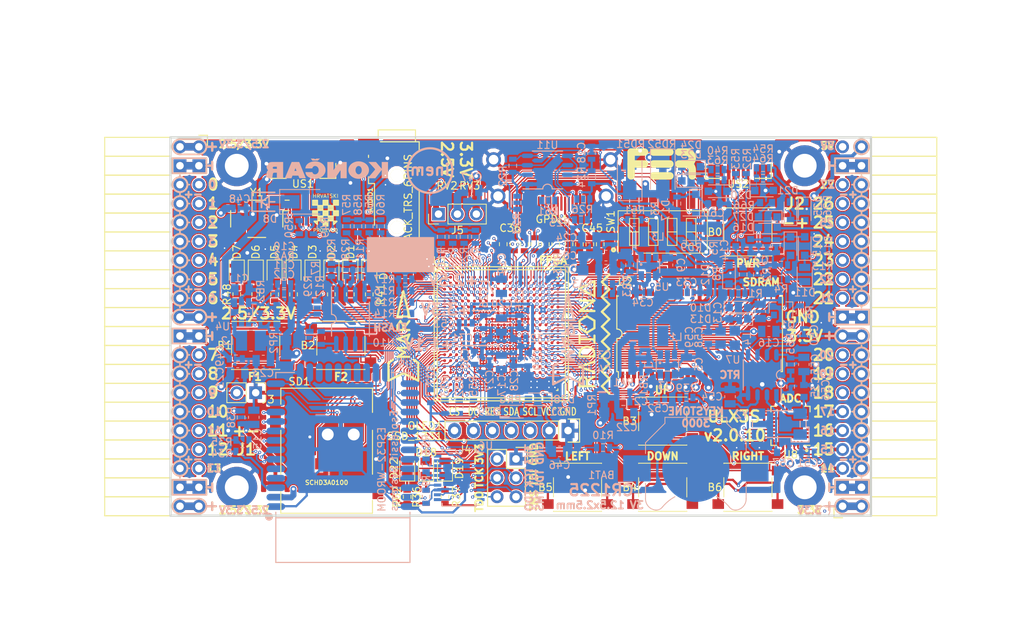
<source format=kicad_pcb>
(kicad_pcb (version 20171130) (host pcbnew 5.0.0+dfsg1-1)

  (general
    (thickness 1.6)
    (drawings 504)
    (tracks 5461)
    (zones 0)
    (modules 220)
    (nets 272)
  )

  (page A4)
  (layers
    (0 F.Cu signal)
    (1 In1.Cu signal)
    (2 In2.Cu signal)
    (31 B.Cu signal)
    (32 B.Adhes user)
    (33 F.Adhes user)
    (34 B.Paste user)
    (35 F.Paste user)
    (36 B.SilkS user)
    (37 F.SilkS user)
    (38 B.Mask user)
    (39 F.Mask user)
    (40 Dwgs.User user)
    (41 Cmts.User user)
    (42 Eco1.User user)
    (43 Eco2.User user)
    (44 Edge.Cuts user)
    (45 Margin user)
    (46 B.CrtYd user)
    (47 F.CrtYd user)
    (48 B.Fab user hide)
    (49 F.Fab user)
  )

  (setup
    (last_trace_width 0.3)
    (trace_clearance 0.127)
    (zone_clearance 0.127)
    (zone_45_only no)
    (trace_min 0.127)
    (segment_width 0.2)
    (edge_width 0.2)
    (via_size 0.419)
    (via_drill 0.2)
    (via_min_size 0.419)
    (via_min_drill 0.2)
    (uvia_size 0.3)
    (uvia_drill 0.1)
    (uvias_allowed no)
    (uvia_min_size 0.2)
    (uvia_min_drill 0.1)
    (pcb_text_width 0.3)
    (pcb_text_size 1.5 1.5)
    (mod_edge_width 0.15)
    (mod_text_size 1 1)
    (mod_text_width 0.15)
    (pad_size 0.4 0.4)
    (pad_drill 0)
    (pad_to_mask_clearance 0.05)
    (aux_axis_origin 94.1 112.22)
    (grid_origin 94.1 112.22)
    (visible_elements 7FFFF7FF)
    (pcbplotparams
      (layerselection 0x010fc_ffffffff)
      (usegerberextensions true)
      (usegerberattributes false)
      (usegerberadvancedattributes false)
      (creategerberjobfile false)
      (excludeedgelayer true)
      (linewidth 0.100000)
      (plotframeref false)
      (viasonmask false)
      (mode 1)
      (useauxorigin false)
      (hpglpennumber 1)
      (hpglpenspeed 20)
      (hpglpendiameter 15.000000)
      (psnegative false)
      (psa4output false)
      (plotreference true)
      (plotvalue true)
      (plotinvisibletext false)
      (padsonsilk false)
      (subtractmaskfromsilk true)
      (outputformat 1)
      (mirror false)
      (drillshape 0)
      (scaleselection 1)
      (outputdirectory "plot"))
  )

  (net 0 "")
  (net 1 GND)
  (net 2 +5V)
  (net 3 /gpio/IN5V)
  (net 4 /gpio/OUT5V)
  (net 5 +3V3)
  (net 6 BTN_D)
  (net 7 BTN_F1)
  (net 8 BTN_F2)
  (net 9 BTN_L)
  (net 10 BTN_R)
  (net 11 BTN_U)
  (net 12 /power/FB1)
  (net 13 +2V5)
  (net 14 /power/PWREN)
  (net 15 /power/FB3)
  (net 16 /power/FB2)
  (net 17 /power/VBAT)
  (net 18 JTAG_TDI)
  (net 19 JTAG_TCK)
  (net 20 JTAG_TMS)
  (net 21 JTAG_TDO)
  (net 22 /power/WAKEUPn)
  (net 23 /power/WKUP)
  (net 24 /power/SHUT)
  (net 25 /power/WAKE)
  (net 26 /power/HOLD)
  (net 27 /power/WKn)
  (net 28 /power/OSCI_32k)
  (net 29 /power/OSCO_32k)
  (net 30 SHUTDOWN)
  (net 31 GPDI_SDA)
  (net 32 GPDI_SCL)
  (net 33 /gpdi/VREF2)
  (net 34 SD_CMD)
  (net 35 SD_CLK)
  (net 36 SD_D0)
  (net 37 SD_D1)
  (net 38 USB5V)
  (net 39 GPDI_CEC)
  (net 40 nRESET)
  (net 41 FTDI_nDTR)
  (net 42 SDRAM_CKE)
  (net 43 SDRAM_A7)
  (net 44 SDRAM_D15)
  (net 45 SDRAM_BA1)
  (net 46 SDRAM_D7)
  (net 47 SDRAM_A6)
  (net 48 SDRAM_CLK)
  (net 49 SDRAM_D13)
  (net 50 SDRAM_BA0)
  (net 51 SDRAM_D6)
  (net 52 SDRAM_A5)
  (net 53 SDRAM_D14)
  (net 54 SDRAM_A11)
  (net 55 SDRAM_D12)
  (net 56 SDRAM_D5)
  (net 57 SDRAM_A4)
  (net 58 SDRAM_A10)
  (net 59 SDRAM_D11)
  (net 60 SDRAM_A3)
  (net 61 SDRAM_D4)
  (net 62 SDRAM_D10)
  (net 63 SDRAM_D9)
  (net 64 SDRAM_A9)
  (net 65 SDRAM_D3)
  (net 66 SDRAM_D8)
  (net 67 SDRAM_A8)
  (net 68 SDRAM_A2)
  (net 69 SDRAM_A1)
  (net 70 SDRAM_A0)
  (net 71 SDRAM_D2)
  (net 72 SDRAM_D1)
  (net 73 SDRAM_D0)
  (net 74 SDRAM_DQM0)
  (net 75 SDRAM_nCS)
  (net 76 SDRAM_nRAS)
  (net 77 SDRAM_DQM1)
  (net 78 SDRAM_nCAS)
  (net 79 SDRAM_nWE)
  (net 80 /flash/FLASH_nWP)
  (net 81 /flash/FLASH_nHOLD)
  (net 82 /flash/FLASH_MOSI)
  (net 83 /flash/FLASH_MISO)
  (net 84 /flash/FLASH_SCK)
  (net 85 /flash/FLASH_nCS)
  (net 86 /flash/FPGA_PROGRAMN)
  (net 87 /flash/FPGA_DONE)
  (net 88 /flash/FPGA_INITN)
  (net 89 OLED_RES)
  (net 90 OLED_DC)
  (net 91 OLED_CS)
  (net 92 WIFI_EN)
  (net 93 FTDI_nRTS)
  (net 94 FTDI_TXD)
  (net 95 FTDI_RXD)
  (net 96 WIFI_RXD)
  (net 97 WIFI_GPIO0)
  (net 98 WIFI_TXD)
  (net 99 USB_FTDI_D+)
  (net 100 USB_FTDI_D-)
  (net 101 SD_D3)
  (net 102 AUDIO_L3)
  (net 103 AUDIO_L2)
  (net 104 AUDIO_L1)
  (net 105 AUDIO_L0)
  (net 106 AUDIO_R3)
  (net 107 AUDIO_R2)
  (net 108 AUDIO_R1)
  (net 109 AUDIO_R0)
  (net 110 OLED_CLK)
  (net 111 OLED_MOSI)
  (net 112 LED0)
  (net 113 LED1)
  (net 114 LED2)
  (net 115 LED3)
  (net 116 LED4)
  (net 117 LED5)
  (net 118 LED6)
  (net 119 LED7)
  (net 120 BTN_PWRn)
  (net 121 FTDI_nTXLED)
  (net 122 FTDI_nSLEEP)
  (net 123 /blinkey/LED_PWREN)
  (net 124 /blinkey/LED_TXLED)
  (net 125 /sdcard/SD3V3)
  (net 126 SD_D2)
  (net 127 CLK_25MHz)
  (net 128 /blinkey/BTNPUL)
  (net 129 /blinkey/BTNPUR)
  (net 130 USB_FPGA_D+)
  (net 131 /power/FTDI_nSUSPEND)
  (net 132 /blinkey/ALED0)
  (net 133 /blinkey/ALED1)
  (net 134 /blinkey/ALED2)
  (net 135 /blinkey/ALED3)
  (net 136 /blinkey/ALED4)
  (net 137 /blinkey/ALED5)
  (net 138 /blinkey/ALED6)
  (net 139 /blinkey/ALED7)
  (net 140 /usb/FTD-)
  (net 141 /usb/FTD+)
  (net 142 ADC_MISO)
  (net 143 ADC_MOSI)
  (net 144 ADC_CSn)
  (net 145 ADC_SCLK)
  (net 146 SW3)
  (net 147 SW2)
  (net 148 SW1)
  (net 149 USB_FPGA_D-)
  (net 150 /usb/FPD+)
  (net 151 /usb/FPD-)
  (net 152 WIFI_GPIO16)
  (net 153 /usb/ANT_433MHz)
  (net 154 PROG_DONE)
  (net 155 /power/P3V3)
  (net 156 /power/P2V5)
  (net 157 /power/L1)
  (net 158 /power/L3)
  (net 159 /power/L2)
  (net 160 FTDI_TXDEN)
  (net 161 SDRAM_A12)
  (net 162 /analog/AUDIO_V)
  (net 163 AUDIO_V3)
  (net 164 AUDIO_V2)
  (net 165 AUDIO_V1)
  (net 166 AUDIO_V0)
  (net 167 /blinkey/LED_WIFI)
  (net 168 /power/P1V1)
  (net 169 +1V1)
  (net 170 SW4)
  (net 171 /blinkey/SWPU)
  (net 172 /wifi/WIFIEN)
  (net 173 FT2V5)
  (net 174 GN0)
  (net 175 GP0)
  (net 176 GN1)
  (net 177 GP1)
  (net 178 GN2)
  (net 179 GP2)
  (net 180 GN3)
  (net 181 GP3)
  (net 182 GN4)
  (net 183 GP4)
  (net 184 GN5)
  (net 185 GP5)
  (net 186 GN6)
  (net 187 GP6)
  (net 188 GN14)
  (net 189 GP14)
  (net 190 GN15)
  (net 191 GP15)
  (net 192 GN16)
  (net 193 GP16)
  (net 194 GN17)
  (net 195 GP17)
  (net 196 GN18)
  (net 197 GP18)
  (net 198 GN19)
  (net 199 GP19)
  (net 200 GN20)
  (net 201 GP20)
  (net 202 GN21)
  (net 203 GP21)
  (net 204 GN22)
  (net 205 GP22)
  (net 206 GN23)
  (net 207 GP23)
  (net 208 GN24)
  (net 209 GP24)
  (net 210 GN25)
  (net 211 GP25)
  (net 212 GN26)
  (net 213 GP26)
  (net 214 GN27)
  (net 215 GP27)
  (net 216 GN7)
  (net 217 GP7)
  (net 218 GN8)
  (net 219 GP8)
  (net 220 GN9)
  (net 221 GP9)
  (net 222 GN10)
  (net 223 GP10)
  (net 224 GN11)
  (net 225 GP11)
  (net 226 GN12)
  (net 227 GP12)
  (net 228 GN13)
  (net 229 GP13)
  (net 230 WIFI_GPIO5)
  (net 231 WIFI_GPIO17)
  (net 232 USB_FPGA_PULL_D+)
  (net 233 USB_FPGA_PULL_D-)
  (net 234 "Net-(D23-Pad2)")
  (net 235 "Net-(D24-Pad1)")
  (net 236 "Net-(D25-Pad2)")
  (net 237 "Net-(D26-Pad1)")
  (net 238 /gpdi/GPDI_ETH+)
  (net 239 FPDI_ETH+)
  (net 240 /gpdi/GPDI_ETH-)
  (net 241 FPDI_ETH-)
  (net 242 /gpdi/GPDI_D2-)
  (net 243 FPDI_D2-)
  (net 244 /gpdi/GPDI_D1-)
  (net 245 FPDI_D1-)
  (net 246 /gpdi/GPDI_D0-)
  (net 247 FPDI_D0-)
  (net 248 /gpdi/GPDI_CLK-)
  (net 249 FPDI_CLK-)
  (net 250 /gpdi/GPDI_D2+)
  (net 251 FPDI_D2+)
  (net 252 /gpdi/GPDI_D1+)
  (net 253 FPDI_D1+)
  (net 254 /gpdi/GPDI_D0+)
  (net 255 FPDI_D0+)
  (net 256 /gpdi/GPDI_CLK+)
  (net 257 FPDI_CLK+)
  (net 258 FPDI_SDA)
  (net 259 FPDI_SCL)
  (net 260 /gpdi/FPDI_CEC)
  (net 261 2V5_3V3)
  (net 262 /usb/US2VBUS)
  (net 263 /power/SHD)
  (net 264 /power/RTCVDD)
  (net 265 "Net-(D27-Pad2)")
  (net 266 US2_ID)
  (net 267 /analog/AUDIO_L)
  (net 268 /analog/AUDIO_R)
  (net 269 /analog/ADC3V3)
  (net 270 PWRBTn)
  (net 271 USER_PROGRAMN)

  (net_class Default "This is the default net class."
    (clearance 0.127)
    (trace_width 0.3)
    (via_dia 0.419)
    (via_drill 0.2)
    (uvia_dia 0.3)
    (uvia_drill 0.1)
    (add_net +5V)
    (add_net /analog/ADC3V3)
    (add_net /analog/AUDIO_L)
    (add_net /analog/AUDIO_R)
    (add_net /analog/AUDIO_V)
    (add_net /blinkey/ALED0)
    (add_net /blinkey/ALED1)
    (add_net /blinkey/ALED2)
    (add_net /blinkey/ALED3)
    (add_net /blinkey/ALED4)
    (add_net /blinkey/ALED5)
    (add_net /blinkey/ALED6)
    (add_net /blinkey/ALED7)
    (add_net /blinkey/BTNPUL)
    (add_net /blinkey/BTNPUR)
    (add_net /blinkey/LED_PWREN)
    (add_net /blinkey/LED_TXLED)
    (add_net /blinkey/LED_WIFI)
    (add_net /blinkey/SWPU)
    (add_net /gpdi/GPDI_CLK+)
    (add_net /gpdi/GPDI_CLK-)
    (add_net /gpdi/GPDI_D0+)
    (add_net /gpdi/GPDI_D0-)
    (add_net /gpdi/GPDI_D1+)
    (add_net /gpdi/GPDI_D1-)
    (add_net /gpdi/GPDI_D2+)
    (add_net /gpdi/GPDI_D2-)
    (add_net /gpdi/GPDI_ETH+)
    (add_net /gpdi/GPDI_ETH-)
    (add_net /gpdi/VREF2)
    (add_net /gpio/IN5V)
    (add_net /gpio/OUT5V)
    (add_net /power/FB1)
    (add_net /power/FB2)
    (add_net /power/FB3)
    (add_net /power/FTDI_nSUSPEND)
    (add_net /power/HOLD)
    (add_net /power/L1)
    (add_net /power/L2)
    (add_net /power/L3)
    (add_net /power/OSCI_32k)
    (add_net /power/OSCO_32k)
    (add_net /power/P1V1)
    (add_net /power/P2V5)
    (add_net /power/P3V3)
    (add_net /power/PWREN)
    (add_net /power/RTCVDD)
    (add_net /power/SHD)
    (add_net /power/SHUT)
    (add_net /power/VBAT)
    (add_net /power/WAKE)
    (add_net /power/WAKEUPn)
    (add_net /power/WKUP)
    (add_net /power/WKn)
    (add_net /sdcard/SD3V3)
    (add_net /usb/ANT_433MHz)
    (add_net /usb/FPD+)
    (add_net /usb/FPD-)
    (add_net /usb/FTD+)
    (add_net /usb/FTD-)
    (add_net /usb/US2VBUS)
    (add_net /wifi/WIFIEN)
    (add_net FT2V5)
    (add_net "Net-(D23-Pad2)")
    (add_net "Net-(D24-Pad1)")
    (add_net "Net-(D25-Pad2)")
    (add_net "Net-(D26-Pad1)")
    (add_net "Net-(D27-Pad2)")
    (add_net PWRBTn)
    (add_net US2_ID)
    (add_net USB5V)
  )

  (net_class BGA ""
    (clearance 0.127)
    (trace_width 0.127)
    (via_dia 0.419)
    (via_drill 0.2)
    (uvia_dia 0.3)
    (uvia_drill 0.1)
    (add_net /flash/FLASH_MISO)
    (add_net /flash/FLASH_MOSI)
    (add_net /flash/FLASH_SCK)
    (add_net /flash/FLASH_nCS)
    (add_net /flash/FLASH_nHOLD)
    (add_net /flash/FLASH_nWP)
    (add_net /flash/FPGA_DONE)
    (add_net /flash/FPGA_INITN)
    (add_net /flash/FPGA_PROGRAMN)
    (add_net /gpdi/FPDI_CEC)
    (add_net ADC_CSn)
    (add_net ADC_MISO)
    (add_net ADC_MOSI)
    (add_net ADC_SCLK)
    (add_net AUDIO_L0)
    (add_net AUDIO_L1)
    (add_net AUDIO_L2)
    (add_net AUDIO_L3)
    (add_net AUDIO_R0)
    (add_net AUDIO_R1)
    (add_net AUDIO_R2)
    (add_net AUDIO_R3)
    (add_net AUDIO_V0)
    (add_net AUDIO_V1)
    (add_net AUDIO_V2)
    (add_net AUDIO_V3)
    (add_net BTN_D)
    (add_net BTN_F1)
    (add_net BTN_F2)
    (add_net BTN_L)
    (add_net BTN_PWRn)
    (add_net BTN_R)
    (add_net BTN_U)
    (add_net CLK_25MHz)
    (add_net FPDI_CLK+)
    (add_net FPDI_CLK-)
    (add_net FPDI_D0+)
    (add_net FPDI_D0-)
    (add_net FPDI_D1+)
    (add_net FPDI_D1-)
    (add_net FPDI_D2+)
    (add_net FPDI_D2-)
    (add_net FPDI_ETH+)
    (add_net FPDI_ETH-)
    (add_net FPDI_SCL)
    (add_net FPDI_SDA)
    (add_net FTDI_RXD)
    (add_net FTDI_TXD)
    (add_net FTDI_TXDEN)
    (add_net FTDI_nDTR)
    (add_net FTDI_nRTS)
    (add_net FTDI_nSLEEP)
    (add_net FTDI_nTXLED)
    (add_net GN0)
    (add_net GN1)
    (add_net GN10)
    (add_net GN11)
    (add_net GN12)
    (add_net GN13)
    (add_net GN14)
    (add_net GN15)
    (add_net GN16)
    (add_net GN17)
    (add_net GN18)
    (add_net GN19)
    (add_net GN2)
    (add_net GN20)
    (add_net GN21)
    (add_net GN22)
    (add_net GN23)
    (add_net GN24)
    (add_net GN25)
    (add_net GN26)
    (add_net GN27)
    (add_net GN3)
    (add_net GN4)
    (add_net GN5)
    (add_net GN6)
    (add_net GN7)
    (add_net GN8)
    (add_net GN9)
    (add_net GND)
    (add_net GP0)
    (add_net GP1)
    (add_net GP10)
    (add_net GP11)
    (add_net GP12)
    (add_net GP13)
    (add_net GP14)
    (add_net GP15)
    (add_net GP16)
    (add_net GP17)
    (add_net GP18)
    (add_net GP19)
    (add_net GP2)
    (add_net GP20)
    (add_net GP21)
    (add_net GP22)
    (add_net GP23)
    (add_net GP24)
    (add_net GP25)
    (add_net GP26)
    (add_net GP27)
    (add_net GP3)
    (add_net GP4)
    (add_net GP5)
    (add_net GP6)
    (add_net GP7)
    (add_net GP8)
    (add_net GP9)
    (add_net GPDI_CEC)
    (add_net GPDI_SCL)
    (add_net GPDI_SDA)
    (add_net JTAG_TCK)
    (add_net JTAG_TDI)
    (add_net JTAG_TDO)
    (add_net JTAG_TMS)
    (add_net LED0)
    (add_net LED1)
    (add_net LED2)
    (add_net LED3)
    (add_net LED4)
    (add_net LED5)
    (add_net LED6)
    (add_net LED7)
    (add_net OLED_CLK)
    (add_net OLED_CS)
    (add_net OLED_DC)
    (add_net OLED_MOSI)
    (add_net OLED_RES)
    (add_net PROG_DONE)
    (add_net SDRAM_A0)
    (add_net SDRAM_A1)
    (add_net SDRAM_A10)
    (add_net SDRAM_A11)
    (add_net SDRAM_A12)
    (add_net SDRAM_A2)
    (add_net SDRAM_A3)
    (add_net SDRAM_A4)
    (add_net SDRAM_A5)
    (add_net SDRAM_A6)
    (add_net SDRAM_A7)
    (add_net SDRAM_A8)
    (add_net SDRAM_A9)
    (add_net SDRAM_BA0)
    (add_net SDRAM_BA1)
    (add_net SDRAM_CKE)
    (add_net SDRAM_CLK)
    (add_net SDRAM_D0)
    (add_net SDRAM_D1)
    (add_net SDRAM_D10)
    (add_net SDRAM_D11)
    (add_net SDRAM_D12)
    (add_net SDRAM_D13)
    (add_net SDRAM_D14)
    (add_net SDRAM_D15)
    (add_net SDRAM_D2)
    (add_net SDRAM_D3)
    (add_net SDRAM_D4)
    (add_net SDRAM_D5)
    (add_net SDRAM_D6)
    (add_net SDRAM_D7)
    (add_net SDRAM_D8)
    (add_net SDRAM_D9)
    (add_net SDRAM_DQM0)
    (add_net SDRAM_DQM1)
    (add_net SDRAM_nCAS)
    (add_net SDRAM_nCS)
    (add_net SDRAM_nRAS)
    (add_net SDRAM_nWE)
    (add_net SD_CLK)
    (add_net SD_CMD)
    (add_net SD_D0)
    (add_net SD_D1)
    (add_net SD_D2)
    (add_net SD_D3)
    (add_net SHUTDOWN)
    (add_net SW1)
    (add_net SW2)
    (add_net SW3)
    (add_net SW4)
    (add_net USB_FPGA_D+)
    (add_net USB_FPGA_D-)
    (add_net USB_FPGA_PULL_D+)
    (add_net USB_FPGA_PULL_D-)
    (add_net USB_FTDI_D+)
    (add_net USB_FTDI_D-)
    (add_net USER_PROGRAMN)
    (add_net WIFI_EN)
    (add_net WIFI_GPIO0)
    (add_net WIFI_GPIO16)
    (add_net WIFI_GPIO17)
    (add_net WIFI_GPIO5)
    (add_net WIFI_RXD)
    (add_net WIFI_TXD)
    (add_net nRESET)
  )

  (net_class Medium ""
    (clearance 0.127)
    (trace_width 0.127)
    (via_dia 0.419)
    (via_drill 0.2)
    (uvia_dia 0.3)
    (uvia_drill 0.1)
    (add_net +1V1)
    (add_net +2V5)
    (add_net +3V3)
    (add_net 2V5_3V3)
  )

  (module lfe5bg381:BGA-381_pitch0.8mm_dia0.4mm (layer F.Cu) (tedit 5B6D6A17) (tstamp 58D8D57E)
    (at 138.48 87.8)
    (path /56AC389C/5A0783C9)
    (attr smd)
    (fp_text reference U1 (at -8.2 -9.8) (layer F.SilkS)
      (effects (font (size 1 1) (thickness 0.15)))
    )
    (fp_text value LFE5U-85F-6BG381C (at 0.07 -11.902) (layer F.Fab)
      (effects (font (size 1 1) (thickness 0.15)))
    )
    (fp_line (start -8.6 -8.6) (end 8.6 -8.6) (layer F.SilkS) (width 0.15))
    (fp_line (start 8.6 -8.6) (end 8.6 8.6) (layer F.SilkS) (width 0.15))
    (fp_line (start 8.6 8.6) (end -8.6 8.6) (layer F.SilkS) (width 0.15))
    (fp_line (start -8.6 8.6) (end -8.6 -8.6) (layer F.SilkS) (width 0.15))
    (fp_line (start -9 -9) (end 9 -9) (layer F.SilkS) (width 0.15))
    (fp_line (start 9 -9) (end 9 9) (layer F.SilkS) (width 0.15))
    (fp_line (start 9 9) (end -9 9) (layer F.SilkS) (width 0.15))
    (fp_line (start -9 9) (end -9 -9) (layer F.SilkS) (width 0.15))
    (fp_line (start -8.2 -9) (end -9 -8.2) (layer F.SilkS) (width 0.15))
    (fp_line (start -7.6 7.4) (end -7.6 7.6) (layer F.SilkS) (width 0.15))
    (fp_line (start -7.6 7.6) (end -7.4 7.6) (layer F.SilkS) (width 0.15))
    (fp_line (start 7.4 7.6) (end 7.6 7.6) (layer F.SilkS) (width 0.15))
    (fp_line (start 7.6 7.6) (end 7.6 7.4) (layer F.SilkS) (width 0.15))
    (fp_line (start 7.4 -7.6) (end 7.6 -7.6) (layer F.SilkS) (width 0.15))
    (fp_line (start 7.6 -7.6) (end 7.6 -7.4) (layer F.SilkS) (width 0.15))
    (fp_line (start -7.6 -7.4) (end -7.6 -7.6) (layer F.SilkS) (width 0.15))
    (fp_line (start -7.6 -7.6) (end -7.4 -7.6) (layer F.SilkS) (width 0.15))
    (pad Y19 smd circle (at 6.8 7.6) (size 0.4 0.4) (layers F.Cu F.Paste F.Mask)
      (net 1 GND) (solder_mask_margin 0.05) (solder_paste_margin -0.025))
    (pad Y17 smd circle (at 5.2 7.6) (size 0.4 0.4) (layers F.Cu F.Paste F.Mask)
      (net 1 GND) (solder_mask_margin 0.05) (solder_paste_margin -0.025))
    (pad Y16 smd circle (at 4.4 7.6) (size 0.4 0.4) (layers F.Cu F.Paste F.Mask)
      (net 1 GND) (solder_mask_margin 0.05) (solder_paste_margin -0.025))
    (pad Y15 smd circle (at 3.6 7.6) (size 0.4 0.4) (layers F.Cu F.Paste F.Mask)
      (net 1 GND) (solder_mask_margin 0.05) (solder_paste_margin -0.025))
    (pad Y14 smd circle (at 2.8 7.6) (size 0.4 0.4) (layers F.Cu F.Paste F.Mask)
      (net 1 GND) (solder_mask_margin 0.05) (solder_paste_margin -0.025))
    (pad Y12 smd circle (at 1.2 7.6) (size 0.4 0.4) (layers F.Cu F.Paste F.Mask)
      (net 1 GND) (solder_mask_margin 0.05) (solder_paste_margin -0.025))
    (pad Y11 smd circle (at 0.4 7.6) (size 0.4 0.4) (layers F.Cu F.Paste F.Mask)
      (net 1 GND) (solder_mask_margin 0.05) (solder_paste_margin -0.025))
    (pad Y8 smd circle (at -2 7.6) (size 0.4 0.4) (layers F.Cu F.Paste F.Mask)
      (net 1 GND) (solder_mask_margin 0.05) (solder_paste_margin -0.025))
    (pad Y7 smd circle (at -2.8 7.6) (size 0.4 0.4) (layers F.Cu F.Paste F.Mask)
      (net 1 GND) (solder_mask_margin 0.05) (solder_paste_margin -0.025))
    (pad Y6 smd circle (at -3.6 7.6) (size 0.4 0.4) (layers F.Cu F.Paste F.Mask)
      (net 1 GND) (solder_mask_margin 0.05) (solder_paste_margin -0.025))
    (pad Y5 smd circle (at -4.4 7.6) (size 0.4 0.4) (layers F.Cu F.Paste F.Mask)
      (net 1 GND) (solder_mask_margin 0.05) (solder_paste_margin -0.025))
    (pad Y3 smd circle (at -6 7.6) (size 0.4 0.4) (layers F.Cu F.Paste F.Mask)
      (net 87 /flash/FPGA_DONE) (solder_mask_margin 0.05) (solder_paste_margin -0.025))
    (pad Y2 smd circle (at -6.8 7.6) (size 0.4 0.4) (layers F.Cu F.Paste F.Mask)
      (net 80 /flash/FLASH_nWP) (solder_mask_margin 0.05) (solder_paste_margin -0.025))
    (pad W20 smd circle (at 7.6 6.8) (size 0.4 0.4) (layers F.Cu F.Paste F.Mask)
      (net 1 GND) (solder_mask_margin 0.05) (solder_paste_margin -0.025))
    (pad W19 smd circle (at 6.8 6.8) (size 0.4 0.4) (layers F.Cu F.Paste F.Mask)
      (net 1 GND) (solder_mask_margin 0.05) (solder_paste_margin -0.025))
    (pad W18 smd circle (at 6 6.8) (size 0.4 0.4) (layers F.Cu F.Paste F.Mask)
      (solder_mask_margin 0.05) (solder_paste_margin -0.025))
    (pad W17 smd circle (at 5.2 6.8) (size 0.4 0.4) (layers F.Cu F.Paste F.Mask)
      (solder_mask_margin 0.05) (solder_paste_margin -0.025))
    (pad W16 smd circle (at 4.4 6.8) (size 0.4 0.4) (layers F.Cu F.Paste F.Mask)
      (net 1 GND) (solder_mask_margin 0.05) (solder_paste_margin -0.025))
    (pad W15 smd circle (at 3.6 6.8) (size 0.4 0.4) (layers F.Cu F.Paste F.Mask)
      (net 1 GND) (solder_mask_margin 0.05) (solder_paste_margin -0.025))
    (pad W14 smd circle (at 2.8 6.8) (size 0.4 0.4) (layers F.Cu F.Paste F.Mask)
      (solder_mask_margin 0.05) (solder_paste_margin -0.025))
    (pad W13 smd circle (at 2 6.8) (size 0.4 0.4) (layers F.Cu F.Paste F.Mask)
      (solder_mask_margin 0.05) (solder_paste_margin -0.025))
    (pad W12 smd circle (at 1.2 6.8) (size 0.4 0.4) (layers F.Cu F.Paste F.Mask)
      (net 1 GND) (solder_mask_margin 0.05) (solder_paste_margin -0.025))
    (pad W11 smd circle (at 0.4 6.8) (size 0.4 0.4) (layers F.Cu F.Paste F.Mask)
      (solder_mask_margin 0.05) (solder_paste_margin -0.025))
    (pad W10 smd circle (at -0.4 6.8) (size 0.4 0.4) (layers F.Cu F.Paste F.Mask)
      (solder_mask_margin 0.05) (solder_paste_margin -0.025))
    (pad W9 smd circle (at -1.2 6.8) (size 0.4 0.4) (layers F.Cu F.Paste F.Mask)
      (solder_mask_margin 0.05) (solder_paste_margin -0.025))
    (pad W8 smd circle (at -2 6.8) (size 0.4 0.4) (layers F.Cu F.Paste F.Mask)
      (solder_mask_margin 0.05) (solder_paste_margin -0.025))
    (pad W7 smd circle (at -2.8 6.8) (size 0.4 0.4) (layers F.Cu F.Paste F.Mask)
      (net 1 GND) (solder_mask_margin 0.05) (solder_paste_margin -0.025))
    (pad W6 smd circle (at -3.6 6.8) (size 0.4 0.4) (layers F.Cu F.Paste F.Mask)
      (net 1 GND) (solder_mask_margin 0.05) (solder_paste_margin -0.025))
    (pad W5 smd circle (at -4.4 6.8) (size 0.4 0.4) (layers F.Cu F.Paste F.Mask)
      (solder_mask_margin 0.05) (solder_paste_margin -0.025))
    (pad W4 smd circle (at -5.2 6.8) (size 0.4 0.4) (layers F.Cu F.Paste F.Mask)
      (solder_mask_margin 0.05) (solder_paste_margin -0.025))
    (pad W3 smd circle (at -6 6.8) (size 0.4 0.4) (layers F.Cu F.Paste F.Mask)
      (net 86 /flash/FPGA_PROGRAMN) (solder_mask_margin 0.05) (solder_paste_margin -0.025))
    (pad W2 smd circle (at -6.8 6.8) (size 0.4 0.4) (layers F.Cu F.Paste F.Mask)
      (net 82 /flash/FLASH_MOSI) (solder_mask_margin 0.05) (solder_paste_margin -0.025))
    (pad W1 smd circle (at -7.6 6.8) (size 0.4 0.4) (layers F.Cu F.Paste F.Mask)
      (net 81 /flash/FLASH_nHOLD) (solder_mask_margin 0.05) (solder_paste_margin -0.025))
    (pad V20 smd circle (at 7.6 6) (size 0.4 0.4) (layers F.Cu F.Paste F.Mask)
      (net 1 GND) (solder_mask_margin 0.05) (solder_paste_margin -0.025))
    (pad V19 smd circle (at 6.8 6) (size 0.4 0.4) (layers F.Cu F.Paste F.Mask)
      (net 1 GND) (solder_mask_margin 0.05) (solder_paste_margin -0.025))
    (pad V18 smd circle (at 6 6) (size 0.4 0.4) (layers F.Cu F.Paste F.Mask)
      (net 1 GND) (solder_mask_margin 0.05) (solder_paste_margin -0.025))
    (pad V17 smd circle (at 5.2 6) (size 0.4 0.4) (layers F.Cu F.Paste F.Mask)
      (net 1 GND) (solder_mask_margin 0.05) (solder_paste_margin -0.025))
    (pad V16 smd circle (at 4.4 6) (size 0.4 0.4) (layers F.Cu F.Paste F.Mask)
      (net 1 GND) (solder_mask_margin 0.05) (solder_paste_margin -0.025))
    (pad V15 smd circle (at 3.6 6) (size 0.4 0.4) (layers F.Cu F.Paste F.Mask)
      (net 1 GND) (solder_mask_margin 0.05) (solder_paste_margin -0.025))
    (pad V14 smd circle (at 2.8 6) (size 0.4 0.4) (layers F.Cu F.Paste F.Mask)
      (net 1 GND) (solder_mask_margin 0.05) (solder_paste_margin -0.025))
    (pad V13 smd circle (at 2 6) (size 0.4 0.4) (layers F.Cu F.Paste F.Mask)
      (net 1 GND) (solder_mask_margin 0.05) (solder_paste_margin -0.025))
    (pad V12 smd circle (at 1.2 6) (size 0.4 0.4) (layers F.Cu F.Paste F.Mask)
      (net 1 GND) (solder_mask_margin 0.05) (solder_paste_margin -0.025))
    (pad V11 smd circle (at 0.4 6) (size 0.4 0.4) (layers F.Cu F.Paste F.Mask)
      (net 1 GND) (solder_mask_margin 0.05) (solder_paste_margin -0.025))
    (pad V10 smd circle (at -0.4 6) (size 0.4 0.4) (layers F.Cu F.Paste F.Mask)
      (net 1 GND) (solder_mask_margin 0.05) (solder_paste_margin -0.025))
    (pad V9 smd circle (at -1.2 6) (size 0.4 0.4) (layers F.Cu F.Paste F.Mask)
      (net 1 GND) (solder_mask_margin 0.05) (solder_paste_margin -0.025))
    (pad V8 smd circle (at -2 6) (size 0.4 0.4) (layers F.Cu F.Paste F.Mask)
      (net 1 GND) (solder_mask_margin 0.05) (solder_paste_margin -0.025))
    (pad V7 smd circle (at -2.8 6) (size 0.4 0.4) (layers F.Cu F.Paste F.Mask)
      (net 1 GND) (solder_mask_margin 0.05) (solder_paste_margin -0.025))
    (pad V6 smd circle (at -3.6 6) (size 0.4 0.4) (layers F.Cu F.Paste F.Mask)
      (net 1 GND) (solder_mask_margin 0.05) (solder_paste_margin -0.025))
    (pad V5 smd circle (at -4.4 6) (size 0.4 0.4) (layers F.Cu F.Paste F.Mask)
      (net 1 GND) (solder_mask_margin 0.05) (solder_paste_margin -0.025))
    (pad V4 smd circle (at -5.2 6) (size 0.4 0.4) (layers F.Cu F.Paste F.Mask)
      (net 21 JTAG_TDO) (solder_mask_margin 0.05) (solder_paste_margin -0.025))
    (pad V3 smd circle (at -6 6) (size 0.4 0.4) (layers F.Cu F.Paste F.Mask)
      (net 88 /flash/FPGA_INITN) (solder_mask_margin 0.05) (solder_paste_margin -0.025))
    (pad V2 smd circle (at -6.8 6) (size 0.4 0.4) (layers F.Cu F.Paste F.Mask)
      (net 83 /flash/FLASH_MISO) (solder_mask_margin 0.05) (solder_paste_margin -0.025))
    (pad V1 smd circle (at -7.6 6) (size 0.4 0.4) (layers F.Cu F.Paste F.Mask)
      (net 6 BTN_D) (solder_mask_margin 0.05) (solder_paste_margin -0.025))
    (pad U20 smd circle (at 7.6 5.2) (size 0.4 0.4) (layers F.Cu F.Paste F.Mask)
      (net 46 SDRAM_D7) (solder_mask_margin 0.05) (solder_paste_margin -0.025))
    (pad U19 smd circle (at 6.8 5.2) (size 0.4 0.4) (layers F.Cu F.Paste F.Mask)
      (net 74 SDRAM_DQM0) (solder_mask_margin 0.05) (solder_paste_margin -0.025))
    (pad U18 smd circle (at 6 5.2) (size 0.4 0.4) (layers F.Cu F.Paste F.Mask)
      (net 189 GP14) (solder_mask_margin 0.05) (solder_paste_margin -0.025))
    (pad U17 smd circle (at 5.2 5.2) (size 0.4 0.4) (layers F.Cu F.Paste F.Mask)
      (net 188 GN14) (solder_mask_margin 0.05) (solder_paste_margin -0.025))
    (pad U16 smd circle (at 4.4 5.2) (size 0.4 0.4) (layers F.Cu F.Paste F.Mask)
      (net 142 ADC_MISO) (solder_mask_margin 0.05) (solder_paste_margin -0.025))
    (pad U15 smd circle (at 3.6 5.2) (size 0.4 0.4) (layers F.Cu F.Paste F.Mask)
      (net 1 GND) (solder_mask_margin 0.05) (solder_paste_margin -0.025))
    (pad U14 smd circle (at 2.8 5.2) (size 0.4 0.4) (layers F.Cu F.Paste F.Mask)
      (net 1 GND) (solder_mask_margin 0.05) (solder_paste_margin -0.025))
    (pad U13 smd circle (at 2 5.2) (size 0.4 0.4) (layers F.Cu F.Paste F.Mask)
      (net 1 GND) (solder_mask_margin 0.05) (solder_paste_margin -0.025))
    (pad U12 smd circle (at 1.2 5.2) (size 0.4 0.4) (layers F.Cu F.Paste F.Mask)
      (net 1 GND) (solder_mask_margin 0.05) (solder_paste_margin -0.025))
    (pad U11 smd circle (at 0.4 5.2) (size 0.4 0.4) (layers F.Cu F.Paste F.Mask)
      (net 1 GND) (solder_mask_margin 0.05) (solder_paste_margin -0.025))
    (pad U10 smd circle (at -0.4 5.2) (size 0.4 0.4) (layers F.Cu F.Paste F.Mask)
      (net 1 GND) (solder_mask_margin 0.05) (solder_paste_margin -0.025))
    (pad U9 smd circle (at -1.2 5.2) (size 0.4 0.4) (layers F.Cu F.Paste F.Mask)
      (net 1 GND) (solder_mask_margin 0.05) (solder_paste_margin -0.025))
    (pad U8 smd circle (at -2 5.2) (size 0.4 0.4) (layers F.Cu F.Paste F.Mask)
      (net 1 GND) (solder_mask_margin 0.05) (solder_paste_margin -0.025))
    (pad U7 smd circle (at -2.8 5.2) (size 0.4 0.4) (layers F.Cu F.Paste F.Mask)
      (net 1 GND) (solder_mask_margin 0.05) (solder_paste_margin -0.025))
    (pad U6 smd circle (at -3.6 5.2) (size 0.4 0.4) (layers F.Cu F.Paste F.Mask)
      (net 1 GND) (solder_mask_margin 0.05) (solder_paste_margin -0.025))
    (pad U5 smd circle (at -4.4 5.2) (size 0.4 0.4) (layers F.Cu F.Paste F.Mask)
      (net 20 JTAG_TMS) (solder_mask_margin 0.05) (solder_paste_margin -0.025))
    (pad U4 smd circle (at -5.2 5.2) (size 0.4 0.4) (layers F.Cu F.Paste F.Mask)
      (net 1 GND) (solder_mask_margin 0.05) (solder_paste_margin -0.025))
    (pad U3 smd circle (at -6 5.2) (size 0.4 0.4) (layers F.Cu F.Paste F.Mask)
      (net 84 /flash/FLASH_SCK) (solder_mask_margin 0.05) (solder_paste_margin -0.025))
    (pad U2 smd circle (at -6.8 5.2) (size 0.4 0.4) (layers F.Cu F.Paste F.Mask)
      (net 5 +3V3) (solder_mask_margin 0.05) (solder_paste_margin -0.025))
    (pad U1 smd circle (at -7.6 5.2) (size 0.4 0.4) (layers F.Cu F.Paste F.Mask)
      (net 9 BTN_L) (solder_mask_margin 0.05) (solder_paste_margin -0.025))
    (pad T20 smd circle (at 7.6 4.4) (size 0.4 0.4) (layers F.Cu F.Paste F.Mask)
      (net 79 SDRAM_nWE) (solder_mask_margin 0.05) (solder_paste_margin -0.025))
    (pad T19 smd circle (at 6.8 4.4) (size 0.4 0.4) (layers F.Cu F.Paste F.Mask)
      (net 78 SDRAM_nCAS) (solder_mask_margin 0.05) (solder_paste_margin -0.025))
    (pad T18 smd circle (at 6 4.4) (size 0.4 0.4) (layers F.Cu F.Paste F.Mask)
      (net 56 SDRAM_D5) (solder_mask_margin 0.05) (solder_paste_margin -0.025))
    (pad T17 smd circle (at 5.2 4.4) (size 0.4 0.4) (layers F.Cu F.Paste F.Mask)
      (net 51 SDRAM_D6) (solder_mask_margin 0.05) (solder_paste_margin -0.025))
    (pad T16 smd circle (at 4.4 4.4) (size 0.4 0.4) (layers F.Cu F.Paste F.Mask)
      (solder_mask_margin 0.05) (solder_paste_margin -0.025))
    (pad T15 smd circle (at 3.6 4.4) (size 0.4 0.4) (layers F.Cu F.Paste F.Mask)
      (net 1 GND) (solder_mask_margin 0.05) (solder_paste_margin -0.025))
    (pad T14 smd circle (at 2.8 4.4) (size 0.4 0.4) (layers F.Cu F.Paste F.Mask)
      (net 1 GND) (solder_mask_margin 0.05) (solder_paste_margin -0.025))
    (pad T13 smd circle (at 2 4.4) (size 0.4 0.4) (layers F.Cu F.Paste F.Mask)
      (net 1 GND) (solder_mask_margin 0.05) (solder_paste_margin -0.025))
    (pad T12 smd circle (at 1.2 4.4) (size 0.4 0.4) (layers F.Cu F.Paste F.Mask)
      (net 1 GND) (solder_mask_margin 0.05) (solder_paste_margin -0.025))
    (pad T11 smd circle (at 0.4 4.4) (size 0.4 0.4) (layers F.Cu F.Paste F.Mask)
      (net 1 GND) (solder_mask_margin 0.05) (solder_paste_margin -0.025))
    (pad T10 smd circle (at -0.4 4.4) (size 0.4 0.4) (layers F.Cu F.Paste F.Mask)
      (net 1 GND) (solder_mask_margin 0.05) (solder_paste_margin -0.025))
    (pad T9 smd circle (at -1.2 4.4) (size 0.4 0.4) (layers F.Cu F.Paste F.Mask)
      (net 1 GND) (solder_mask_margin 0.05) (solder_paste_margin -0.025))
    (pad T8 smd circle (at -2 4.4) (size 0.4 0.4) (layers F.Cu F.Paste F.Mask)
      (net 1 GND) (solder_mask_margin 0.05) (solder_paste_margin -0.025))
    (pad T7 smd circle (at -2.8 4.4) (size 0.4 0.4) (layers F.Cu F.Paste F.Mask)
      (net 1 GND) (solder_mask_margin 0.05) (solder_paste_margin -0.025))
    (pad T6 smd circle (at -3.6 4.4) (size 0.4 0.4) (layers F.Cu F.Paste F.Mask)
      (net 1 GND) (solder_mask_margin 0.05) (solder_paste_margin -0.025))
    (pad T5 smd circle (at -4.4 4.4) (size 0.4 0.4) (layers F.Cu F.Paste F.Mask)
      (net 19 JTAG_TCK) (solder_mask_margin 0.05) (solder_paste_margin -0.025))
    (pad T4 smd circle (at -5.2 4.4) (size 0.4 0.4) (layers F.Cu F.Paste F.Mask)
      (net 5 +3V3) (solder_mask_margin 0.05) (solder_paste_margin -0.025))
    (pad T3 smd circle (at -6 4.4) (size 0.4 0.4) (layers F.Cu F.Paste F.Mask)
      (net 5 +3V3) (solder_mask_margin 0.05) (solder_paste_margin -0.025))
    (pad T2 smd circle (at -6.8 4.4) (size 0.4 0.4) (layers F.Cu F.Paste F.Mask)
      (net 5 +3V3) (solder_mask_margin 0.05) (solder_paste_margin -0.025))
    (pad T1 smd circle (at -7.6 4.4) (size 0.4 0.4) (layers F.Cu F.Paste F.Mask)
      (net 8 BTN_F2) (solder_mask_margin 0.05) (solder_paste_margin -0.025))
    (pad R20 smd circle (at 7.6 3.6) (size 0.4 0.4) (layers F.Cu F.Paste F.Mask)
      (net 76 SDRAM_nRAS) (solder_mask_margin 0.05) (solder_paste_margin -0.025))
    (pad R19 smd circle (at 6.8 3.6) (size 0.4 0.4) (layers F.Cu F.Paste F.Mask)
      (net 1 GND) (solder_mask_margin 0.05) (solder_paste_margin -0.025))
    (pad R18 smd circle (at 6 3.6) (size 0.4 0.4) (layers F.Cu F.Paste F.Mask)
      (net 11 BTN_U) (solder_mask_margin 0.05) (solder_paste_margin -0.025))
    (pad R17 smd circle (at 5.2 3.6) (size 0.4 0.4) (layers F.Cu F.Paste F.Mask)
      (net 144 ADC_CSn) (solder_mask_margin 0.05) (solder_paste_margin -0.025))
    (pad R16 smd circle (at 4.4 3.6) (size 0.4 0.4) (layers F.Cu F.Paste F.Mask)
      (net 143 ADC_MOSI) (solder_mask_margin 0.05) (solder_paste_margin -0.025))
    (pad R5 smd circle (at -4.4 3.6) (size 0.4 0.4) (layers F.Cu F.Paste F.Mask)
      (net 18 JTAG_TDI) (solder_mask_margin 0.05) (solder_paste_margin -0.025))
    (pad R4 smd circle (at -5.2 3.6) (size 0.4 0.4) (layers F.Cu F.Paste F.Mask)
      (net 1 GND) (solder_mask_margin 0.05) (solder_paste_margin -0.025))
    (pad R3 smd circle (at -6 3.6) (size 0.4 0.4) (layers F.Cu F.Paste F.Mask)
      (solder_mask_margin 0.05) (solder_paste_margin -0.025))
    (pad R2 smd circle (at -6.8 3.6) (size 0.4 0.4) (layers F.Cu F.Paste F.Mask)
      (net 85 /flash/FLASH_nCS) (solder_mask_margin 0.05) (solder_paste_margin -0.025))
    (pad R1 smd circle (at -7.6 3.6) (size 0.4 0.4) (layers F.Cu F.Paste F.Mask)
      (net 7 BTN_F1) (solder_mask_margin 0.05) (solder_paste_margin -0.025))
    (pad P20 smd circle (at 7.6 2.8) (size 0.4 0.4) (layers F.Cu F.Paste F.Mask)
      (net 75 SDRAM_nCS) (solder_mask_margin 0.05) (solder_paste_margin -0.025))
    (pad P19 smd circle (at 6.8 2.8) (size 0.4 0.4) (layers F.Cu F.Paste F.Mask)
      (net 50 SDRAM_BA0) (solder_mask_margin 0.05) (solder_paste_margin -0.025))
    (pad P18 smd circle (at 6 2.8) (size 0.4 0.4) (layers F.Cu F.Paste F.Mask)
      (net 61 SDRAM_D4) (solder_mask_margin 0.05) (solder_paste_margin -0.025))
    (pad P17 smd circle (at 5.2 2.8) (size 0.4 0.4) (layers F.Cu F.Paste F.Mask)
      (net 145 ADC_SCLK) (solder_mask_margin 0.05) (solder_paste_margin -0.025))
    (pad P16 smd circle (at 4.4 2.8) (size 0.4 0.4) (layers F.Cu F.Paste F.Mask)
      (net 190 GN15) (solder_mask_margin 0.05) (solder_paste_margin -0.025))
    (pad P15 smd circle (at 3.6 2.8) (size 0.4 0.4) (layers F.Cu F.Paste F.Mask)
      (net 13 +2V5) (solder_mask_margin 0.05) (solder_paste_margin -0.025))
    (pad P14 smd circle (at 2.8 2.8) (size 0.4 0.4) (layers F.Cu F.Paste F.Mask)
      (net 1 GND) (solder_mask_margin 0.05) (solder_paste_margin -0.025))
    (pad P13 smd circle (at 2 2.8) (size 0.4 0.4) (layers F.Cu F.Paste F.Mask)
      (net 1 GND) (solder_mask_margin 0.05) (solder_paste_margin -0.025))
    (pad P12 smd circle (at 1.2 2.8) (size 0.4 0.4) (layers F.Cu F.Paste F.Mask)
      (net 1 GND) (solder_mask_margin 0.05) (solder_paste_margin -0.025))
    (pad P11 smd circle (at 0.4 2.8) (size 0.4 0.4) (layers F.Cu F.Paste F.Mask)
      (net 1 GND) (solder_mask_margin 0.05) (solder_paste_margin -0.025))
    (pad P10 smd circle (at -0.4 2.8) (size 0.4 0.4) (layers F.Cu F.Paste F.Mask)
      (net 5 +3V3) (solder_mask_margin 0.05) (solder_paste_margin -0.025))
    (pad P9 smd circle (at -1.2 2.8) (size 0.4 0.4) (layers F.Cu F.Paste F.Mask)
      (net 5 +3V3) (solder_mask_margin 0.05) (solder_paste_margin -0.025))
    (pad P8 smd circle (at -2 2.8) (size 0.4 0.4) (layers F.Cu F.Paste F.Mask)
      (net 1 GND) (solder_mask_margin 0.05) (solder_paste_margin -0.025))
    (pad P7 smd circle (at -2.8 2.8) (size 0.4 0.4) (layers F.Cu F.Paste F.Mask)
      (net 1 GND) (solder_mask_margin 0.05) (solder_paste_margin -0.025))
    (pad P6 smd circle (at -3.6 2.8) (size 0.4 0.4) (layers F.Cu F.Paste F.Mask)
      (net 13 +2V5) (solder_mask_margin 0.05) (solder_paste_margin -0.025))
    (pad P5 smd circle (at -4.4 2.8) (size 0.4 0.4) (layers F.Cu F.Paste F.Mask)
      (solder_mask_margin 0.05) (solder_paste_margin -0.025))
    (pad P4 smd circle (at -5.2 2.8) (size 0.4 0.4) (layers F.Cu F.Paste F.Mask)
      (net 110 OLED_CLK) (solder_mask_margin 0.05) (solder_paste_margin -0.025))
    (pad P3 smd circle (at -6 2.8) (size 0.4 0.4) (layers F.Cu F.Paste F.Mask)
      (net 111 OLED_MOSI) (solder_mask_margin 0.05) (solder_paste_margin -0.025))
    (pad P2 smd circle (at -6.8 2.8) (size 0.4 0.4) (layers F.Cu F.Paste F.Mask)
      (net 89 OLED_RES) (solder_mask_margin 0.05) (solder_paste_margin -0.025))
    (pad P1 smd circle (at -7.6 2.8) (size 0.4 0.4) (layers F.Cu F.Paste F.Mask)
      (net 90 OLED_DC) (solder_mask_margin 0.05) (solder_paste_margin -0.025))
    (pad N20 smd circle (at 7.6 2) (size 0.4 0.4) (layers F.Cu F.Paste F.Mask)
      (net 45 SDRAM_BA1) (solder_mask_margin 0.05) (solder_paste_margin -0.025))
    (pad N19 smd circle (at 6.8 2) (size 0.4 0.4) (layers F.Cu F.Paste F.Mask)
      (net 58 SDRAM_A10) (solder_mask_margin 0.05) (solder_paste_margin -0.025))
    (pad N18 smd circle (at 6 2) (size 0.4 0.4) (layers F.Cu F.Paste F.Mask)
      (net 65 SDRAM_D3) (solder_mask_margin 0.05) (solder_paste_margin -0.025))
    (pad N17 smd circle (at 5.2 2) (size 0.4 0.4) (layers F.Cu F.Paste F.Mask)
      (net 191 GP15) (solder_mask_margin 0.05) (solder_paste_margin -0.025))
    (pad N16 smd circle (at 4.4 2) (size 0.4 0.4) (layers F.Cu F.Paste F.Mask)
      (net 193 GP16) (solder_mask_margin 0.05) (solder_paste_margin -0.025))
    (pad N15 smd circle (at 3.6 2) (size 0.4 0.4) (layers F.Cu F.Paste F.Mask)
      (net 1 GND) (solder_mask_margin 0.05) (solder_paste_margin -0.025))
    (pad N14 smd circle (at 2.8 2) (size 0.4 0.4) (layers F.Cu F.Paste F.Mask)
      (net 1 GND) (solder_mask_margin 0.05) (solder_paste_margin -0.025))
    (pad N13 smd circle (at 2 2) (size 0.4 0.4) (layers F.Cu F.Paste F.Mask)
      (net 169 +1V1) (solder_mask_margin 0.05) (solder_paste_margin -0.025))
    (pad N12 smd circle (at 1.2 2) (size 0.4 0.4) (layers F.Cu F.Paste F.Mask)
      (net 169 +1V1) (solder_mask_margin 0.05) (solder_paste_margin -0.025))
    (pad N11 smd circle (at 0.4 2) (size 0.4 0.4) (layers F.Cu F.Paste F.Mask)
      (net 169 +1V1) (solder_mask_margin 0.05) (solder_paste_margin -0.025))
    (pad N10 smd circle (at -0.4 2) (size 0.4 0.4) (layers F.Cu F.Paste F.Mask)
      (net 169 +1V1) (solder_mask_margin 0.05) (solder_paste_margin -0.025))
    (pad N9 smd circle (at -1.2 2) (size 0.4 0.4) (layers F.Cu F.Paste F.Mask)
      (net 169 +1V1) (solder_mask_margin 0.05) (solder_paste_margin -0.025))
    (pad N8 smd circle (at -2 2) (size 0.4 0.4) (layers F.Cu F.Paste F.Mask)
      (net 169 +1V1) (solder_mask_margin 0.05) (solder_paste_margin -0.025))
    (pad N7 smd circle (at -2.8 2) (size 0.4 0.4) (layers F.Cu F.Paste F.Mask)
      (net 1 GND) (solder_mask_margin 0.05) (solder_paste_margin -0.025))
    (pad N6 smd circle (at -3.6 2) (size 0.4 0.4) (layers F.Cu F.Paste F.Mask)
      (net 1 GND) (solder_mask_margin 0.05) (solder_paste_margin -0.025))
    (pad N5 smd circle (at -4.4 2) (size 0.4 0.4) (layers F.Cu F.Paste F.Mask)
      (solder_mask_margin 0.05) (solder_paste_margin -0.025))
    (pad N4 smd circle (at -5.2 2) (size 0.4 0.4) (layers F.Cu F.Paste F.Mask)
      (net 230 WIFI_GPIO5) (solder_mask_margin 0.05) (solder_paste_margin -0.025))
    (pad N3 smd circle (at -6 2) (size 0.4 0.4) (layers F.Cu F.Paste F.Mask)
      (net 231 WIFI_GPIO17) (solder_mask_margin 0.05) (solder_paste_margin -0.025))
    (pad N2 smd circle (at -6.8 2) (size 0.4 0.4) (layers F.Cu F.Paste F.Mask)
      (net 91 OLED_CS) (solder_mask_margin 0.05) (solder_paste_margin -0.025))
    (pad N1 smd circle (at -7.6 2) (size 0.4 0.4) (layers F.Cu F.Paste F.Mask)
      (net 41 FTDI_nDTR) (solder_mask_margin 0.05) (solder_paste_margin -0.025))
    (pad M20 smd circle (at 7.6 1.2) (size 0.4 0.4) (layers F.Cu F.Paste F.Mask)
      (net 70 SDRAM_A0) (solder_mask_margin 0.05) (solder_paste_margin -0.025))
    (pad M19 smd circle (at 6.8 1.2) (size 0.4 0.4) (layers F.Cu F.Paste F.Mask)
      (net 69 SDRAM_A1) (solder_mask_margin 0.05) (solder_paste_margin -0.025))
    (pad M18 smd circle (at 6 1.2) (size 0.4 0.4) (layers F.Cu F.Paste F.Mask)
      (net 71 SDRAM_D2) (solder_mask_margin 0.05) (solder_paste_margin -0.025))
    (pad M17 smd circle (at 5.2 1.2) (size 0.4 0.4) (layers F.Cu F.Paste F.Mask)
      (net 192 GN16) (solder_mask_margin 0.05) (solder_paste_margin -0.025))
    (pad M16 smd circle (at 4.4 1.2) (size 0.4 0.4) (layers F.Cu F.Paste F.Mask)
      (net 1 GND) (solder_mask_margin 0.05) (solder_paste_margin -0.025))
    (pad M15 smd circle (at 3.6 1.2) (size 0.4 0.4) (layers F.Cu F.Paste F.Mask)
      (net 5 +3V3) (solder_mask_margin 0.05) (solder_paste_margin -0.025))
    (pad M14 smd circle (at 2.8 1.2) (size 0.4 0.4) (layers F.Cu F.Paste F.Mask)
      (net 1 GND) (solder_mask_margin 0.05) (solder_paste_margin -0.025))
    (pad M13 smd circle (at 2 1.2) (size 0.4 0.4) (layers F.Cu F.Paste F.Mask)
      (net 169 +1V1) (solder_mask_margin 0.05) (solder_paste_margin -0.025))
    (pad M12 smd circle (at 1.2 1.2) (size 0.4 0.4) (layers F.Cu F.Paste F.Mask)
      (net 1 GND) (solder_mask_margin 0.05) (solder_paste_margin -0.025))
    (pad M11 smd circle (at 0.4 1.2) (size 0.4 0.4) (layers F.Cu F.Paste F.Mask)
      (net 1 GND) (solder_mask_margin 0.05) (solder_paste_margin -0.025))
    (pad M10 smd circle (at -0.4 1.2) (size 0.4 0.4) (layers F.Cu F.Paste F.Mask)
      (net 1 GND) (solder_mask_margin 0.05) (solder_paste_margin -0.025))
    (pad M9 smd circle (at -1.2 1.2) (size 0.4 0.4) (layers F.Cu F.Paste F.Mask)
      (net 1 GND) (solder_mask_margin 0.05) (solder_paste_margin -0.025))
    (pad M8 smd circle (at -2 1.2) (size 0.4 0.4) (layers F.Cu F.Paste F.Mask)
      (net 169 +1V1) (solder_mask_margin 0.05) (solder_paste_margin -0.025))
    (pad M7 smd circle (at -2.8 1.2) (size 0.4 0.4) (layers F.Cu F.Paste F.Mask)
      (net 1 GND) (solder_mask_margin 0.05) (solder_paste_margin -0.025))
    (pad M6 smd circle (at -3.6 1.2) (size 0.4 0.4) (layers F.Cu F.Paste F.Mask)
      (net 5 +3V3) (solder_mask_margin 0.05) (solder_paste_margin -0.025))
    (pad M5 smd circle (at -4.4 1.2) (size 0.4 0.4) (layers F.Cu F.Paste F.Mask)
      (solder_mask_margin 0.05) (solder_paste_margin -0.025))
    (pad M4 smd circle (at -5.2 1.2) (size 0.4 0.4) (layers F.Cu F.Paste F.Mask)
      (net 271 USER_PROGRAMN) (solder_mask_margin 0.05) (solder_paste_margin -0.025))
    (pad M3 smd circle (at -6 1.2) (size 0.4 0.4) (layers F.Cu F.Paste F.Mask)
      (net 93 FTDI_nRTS) (solder_mask_margin 0.05) (solder_paste_margin -0.025))
    (pad M2 smd circle (at -6.8 1.2) (size 0.4 0.4) (layers F.Cu F.Paste F.Mask)
      (net 1 GND) (solder_mask_margin 0.05) (solder_paste_margin -0.025))
    (pad M1 smd circle (at -7.6 1.2) (size 0.4 0.4) (layers F.Cu F.Paste F.Mask)
      (net 94 FTDI_TXD) (solder_mask_margin 0.05) (solder_paste_margin -0.025))
    (pad L20 smd circle (at 7.6 0.4) (size 0.4 0.4) (layers F.Cu F.Paste F.Mask)
      (net 68 SDRAM_A2) (solder_mask_margin 0.05) (solder_paste_margin -0.025))
    (pad L19 smd circle (at 6.8 0.4) (size 0.4 0.4) (layers F.Cu F.Paste F.Mask)
      (net 60 SDRAM_A3) (solder_mask_margin 0.05) (solder_paste_margin -0.025))
    (pad L18 smd circle (at 6 0.4) (size 0.4 0.4) (layers F.Cu F.Paste F.Mask)
      (net 72 SDRAM_D1) (solder_mask_margin 0.05) (solder_paste_margin -0.025))
    (pad L17 smd circle (at 5.2 0.4) (size 0.4 0.4) (layers F.Cu F.Paste F.Mask)
      (net 194 GN17) (solder_mask_margin 0.05) (solder_paste_margin -0.025))
    (pad L16 smd circle (at 4.4 0.4) (size 0.4 0.4) (layers F.Cu F.Paste F.Mask)
      (net 195 GP17) (solder_mask_margin 0.05) (solder_paste_margin -0.025))
    (pad L15 smd circle (at 3.6 0.4) (size 0.4 0.4) (layers F.Cu F.Paste F.Mask)
      (net 5 +3V3) (solder_mask_margin 0.05) (solder_paste_margin -0.025))
    (pad L14 smd circle (at 2.8 0.4) (size 0.4 0.4) (layers F.Cu F.Paste F.Mask)
      (net 5 +3V3) (solder_mask_margin 0.05) (solder_paste_margin -0.025))
    (pad L13 smd circle (at 2 0.4) (size 0.4 0.4) (layers F.Cu F.Paste F.Mask)
      (net 169 +1V1) (solder_mask_margin 0.05) (solder_paste_margin -0.025))
    (pad L12 smd circle (at 1.2 0.4) (size 0.4 0.4) (layers F.Cu F.Paste F.Mask)
      (net 1 GND) (solder_mask_margin 0.05) (solder_paste_margin -0.025))
    (pad L11 smd circle (at 0.4 0.4) (size 0.4 0.4) (layers F.Cu F.Paste F.Mask)
      (net 1 GND) (solder_mask_margin 0.05) (solder_paste_margin -0.025))
    (pad L10 smd circle (at -0.4 0.4) (size 0.4 0.4) (layers F.Cu F.Paste F.Mask)
      (net 1 GND) (solder_mask_margin 0.05) (solder_paste_margin -0.025))
    (pad L9 smd circle (at -1.2 0.4) (size 0.4 0.4) (layers F.Cu F.Paste F.Mask)
      (net 1 GND) (solder_mask_margin 0.05) (solder_paste_margin -0.025))
    (pad L8 smd circle (at -2 0.4) (size 0.4 0.4) (layers F.Cu F.Paste F.Mask)
      (net 169 +1V1) (solder_mask_margin 0.05) (solder_paste_margin -0.025))
    (pad L7 smd circle (at -2.8 0.4) (size 0.4 0.4) (layers F.Cu F.Paste F.Mask)
      (net 5 +3V3) (solder_mask_margin 0.05) (solder_paste_margin -0.025))
    (pad L6 smd circle (at -3.6 0.4) (size 0.4 0.4) (layers F.Cu F.Paste F.Mask)
      (net 5 +3V3) (solder_mask_margin 0.05) (solder_paste_margin -0.025))
    (pad L5 smd circle (at -4.4 0.4) (size 0.4 0.4) (layers F.Cu F.Paste F.Mask)
      (solder_mask_margin 0.05) (solder_paste_margin -0.025))
    (pad L4 smd circle (at -5.2 0.4) (size 0.4 0.4) (layers F.Cu F.Paste F.Mask)
      (net 95 FTDI_RXD) (solder_mask_margin 0.05) (solder_paste_margin -0.025))
    (pad L3 smd circle (at -6 0.4) (size 0.4 0.4) (layers F.Cu F.Paste F.Mask)
      (net 160 FTDI_TXDEN) (solder_mask_margin 0.05) (solder_paste_margin -0.025))
    (pad L2 smd circle (at -6.8 0.4) (size 0.4 0.4) (layers F.Cu F.Paste F.Mask)
      (net 97 WIFI_GPIO0) (solder_mask_margin 0.05) (solder_paste_margin -0.025))
    (pad L1 smd circle (at -7.6 0.4) (size 0.4 0.4) (layers F.Cu F.Paste F.Mask)
      (net 152 WIFI_GPIO16) (solder_mask_margin 0.05) (solder_paste_margin -0.025))
    (pad K20 smd circle (at 7.6 -0.4) (size 0.4 0.4) (layers F.Cu F.Paste F.Mask)
      (net 57 SDRAM_A4) (solder_mask_margin 0.05) (solder_paste_margin -0.025))
    (pad K19 smd circle (at 6.8 -0.4) (size 0.4 0.4) (layers F.Cu F.Paste F.Mask)
      (net 52 SDRAM_A5) (solder_mask_margin 0.05) (solder_paste_margin -0.025))
    (pad K18 smd circle (at 6 -0.4) (size 0.4 0.4) (layers F.Cu F.Paste F.Mask)
      (net 47 SDRAM_A6) (solder_mask_margin 0.05) (solder_paste_margin -0.025))
    (pad K17 smd circle (at 5.2 -0.4) (size 0.4 0.4) (layers F.Cu F.Paste F.Mask)
      (solder_mask_margin 0.05) (solder_paste_margin -0.025))
    (pad K16 smd circle (at 4.4 -0.4) (size 0.4 0.4) (layers F.Cu F.Paste F.Mask)
      (solder_mask_margin 0.05) (solder_paste_margin -0.025))
    (pad K15 smd circle (at 3.6 -0.4) (size 0.4 0.4) (layers F.Cu F.Paste F.Mask)
      (net 1 GND) (solder_mask_margin 0.05) (solder_paste_margin -0.025))
    (pad K14 smd circle (at 2.8 -0.4) (size 0.4 0.4) (layers F.Cu F.Paste F.Mask)
      (net 1 GND) (solder_mask_margin 0.05) (solder_paste_margin -0.025))
    (pad K13 smd circle (at 2 -0.4) (size 0.4 0.4) (layers F.Cu F.Paste F.Mask)
      (net 169 +1V1) (solder_mask_margin 0.05) (solder_paste_margin -0.025))
    (pad K12 smd circle (at 1.2 -0.4) (size 0.4 0.4) (layers F.Cu F.Paste F.Mask)
      (net 1 GND) (solder_mask_margin 0.05) (solder_paste_margin -0.025))
    (pad K11 smd circle (at 0.4 -0.4) (size 0.4 0.4) (layers F.Cu F.Paste F.Mask)
      (net 1 GND) (solder_mask_margin 0.05) (solder_paste_margin -0.025))
    (pad K10 smd circle (at -0.4 -0.4) (size 0.4 0.4) (layers F.Cu F.Paste F.Mask)
      (net 1 GND) (solder_mask_margin 0.05) (solder_paste_margin -0.025))
    (pad K9 smd circle (at -1.2 -0.4) (size 0.4 0.4) (layers F.Cu F.Paste F.Mask)
      (net 1 GND) (solder_mask_margin 0.05) (solder_paste_margin -0.025))
    (pad K8 smd circle (at -2 -0.4) (size 0.4 0.4) (layers F.Cu F.Paste F.Mask)
      (net 169 +1V1) (solder_mask_margin 0.05) (solder_paste_margin -0.025))
    (pad K7 smd circle (at -2.8 -0.4) (size 0.4 0.4) (layers F.Cu F.Paste F.Mask)
      (net 1 GND) (solder_mask_margin 0.05) (solder_paste_margin -0.025))
    (pad K6 smd circle (at -3.6 -0.4) (size 0.4 0.4) (layers F.Cu F.Paste F.Mask)
      (net 1 GND) (solder_mask_margin 0.05) (solder_paste_margin -0.025))
    (pad K5 smd circle (at -4.4 -0.4) (size 0.4 0.4) (layers F.Cu F.Paste F.Mask)
      (solder_mask_margin 0.05) (solder_paste_margin -0.025))
    (pad K4 smd circle (at -5.2 -0.4) (size 0.4 0.4) (layers F.Cu F.Paste F.Mask)
      (net 98 WIFI_TXD) (solder_mask_margin 0.05) (solder_paste_margin -0.025))
    (pad K3 smd circle (at -6 -0.4) (size 0.4 0.4) (layers F.Cu F.Paste F.Mask)
      (net 96 WIFI_RXD) (solder_mask_margin 0.05) (solder_paste_margin -0.025))
    (pad K2 smd circle (at -6.8 -0.4) (size 0.4 0.4) (layers F.Cu F.Paste F.Mask)
      (net 101 SD_D3) (solder_mask_margin 0.05) (solder_paste_margin -0.025))
    (pad K1 smd circle (at -7.6 -0.4) (size 0.4 0.4) (layers F.Cu F.Paste F.Mask)
      (net 126 SD_D2) (solder_mask_margin 0.05) (solder_paste_margin -0.025))
    (pad J20 smd circle (at 7.6 -1.2) (size 0.4 0.4) (layers F.Cu F.Paste F.Mask)
      (net 43 SDRAM_A7) (solder_mask_margin 0.05) (solder_paste_margin -0.025))
    (pad J19 smd circle (at 6.8 -1.2) (size 0.4 0.4) (layers F.Cu F.Paste F.Mask)
      (net 67 SDRAM_A8) (solder_mask_margin 0.05) (solder_paste_margin -0.025))
    (pad J18 smd circle (at 6 -1.2) (size 0.4 0.4) (layers F.Cu F.Paste F.Mask)
      (net 53 SDRAM_D14) (solder_mask_margin 0.05) (solder_paste_margin -0.025))
    (pad J17 smd circle (at 5.2 -1.2) (size 0.4 0.4) (layers F.Cu F.Paste F.Mask)
      (net 44 SDRAM_D15) (solder_mask_margin 0.05) (solder_paste_margin -0.025))
    (pad J16 smd circle (at 4.4 -1.2) (size 0.4 0.4) (layers F.Cu F.Paste F.Mask)
      (net 73 SDRAM_D0) (solder_mask_margin 0.05) (solder_paste_margin -0.025))
    (pad J15 smd circle (at 3.6 -1.2) (size 0.4 0.4) (layers F.Cu F.Paste F.Mask)
      (net 5 +3V3) (solder_mask_margin 0.05) (solder_paste_margin -0.025))
    (pad J14 smd circle (at 2.8 -1.2) (size 0.4 0.4) (layers F.Cu F.Paste F.Mask)
      (net 1 GND) (solder_mask_margin 0.05) (solder_paste_margin -0.025))
    (pad J13 smd circle (at 2 -1.2) (size 0.4 0.4) (layers F.Cu F.Paste F.Mask)
      (net 169 +1V1) (solder_mask_margin 0.05) (solder_paste_margin -0.025))
    (pad J12 smd circle (at 1.2 -1.2) (size 0.4 0.4) (layers F.Cu F.Paste F.Mask)
      (net 1 GND) (solder_mask_margin 0.05) (solder_paste_margin -0.025))
    (pad J11 smd circle (at 0.4 -1.2) (size 0.4 0.4) (layers F.Cu F.Paste F.Mask)
      (net 1 GND) (solder_mask_margin 0.05) (solder_paste_margin -0.025))
    (pad J10 smd circle (at -0.4 -1.2) (size 0.4 0.4) (layers F.Cu F.Paste F.Mask)
      (net 1 GND) (solder_mask_margin 0.05) (solder_paste_margin -0.025))
    (pad J9 smd circle (at -1.2 -1.2) (size 0.4 0.4) (layers F.Cu F.Paste F.Mask)
      (net 1 GND) (solder_mask_margin 0.05) (solder_paste_margin -0.025))
    (pad J8 smd circle (at -2 -1.2) (size 0.4 0.4) (layers F.Cu F.Paste F.Mask)
      (net 169 +1V1) (solder_mask_margin 0.05) (solder_paste_margin -0.025))
    (pad J7 smd circle (at -2.8 -1.2) (size 0.4 0.4) (layers F.Cu F.Paste F.Mask)
      (net 1 GND) (solder_mask_margin 0.05) (solder_paste_margin -0.025))
    (pad J6 smd circle (at -3.6 -1.2) (size 0.4 0.4) (layers F.Cu F.Paste F.Mask)
      (net 261 2V5_3V3) (solder_mask_margin 0.05) (solder_paste_margin -0.025))
    (pad J5 smd circle (at -4.4 -1.2) (size 0.4 0.4) (layers F.Cu F.Paste F.Mask)
      (solder_mask_margin 0.05) (solder_paste_margin -0.025))
    (pad J4 smd circle (at -5.2 -1.2) (size 0.4 0.4) (layers F.Cu F.Paste F.Mask)
      (solder_mask_margin 0.05) (solder_paste_margin -0.025))
    (pad J3 smd circle (at -6 -1.2) (size 0.4 0.4) (layers F.Cu F.Paste F.Mask)
      (net 36 SD_D0) (solder_mask_margin 0.05) (solder_paste_margin -0.025))
    (pad J2 smd circle (at -6.8 -1.2) (size 0.4 0.4) (layers F.Cu F.Paste F.Mask)
      (net 1 GND) (solder_mask_margin 0.05) (solder_paste_margin -0.025))
    (pad J1 smd circle (at -7.6 -1.2) (size 0.4 0.4) (layers F.Cu F.Paste F.Mask)
      (net 34 SD_CMD) (solder_mask_margin 0.05) (solder_paste_margin -0.025))
    (pad H20 smd circle (at 7.6 -2) (size 0.4 0.4) (layers F.Cu F.Paste F.Mask)
      (net 64 SDRAM_A9) (solder_mask_margin 0.05) (solder_paste_margin -0.025))
    (pad H19 smd circle (at 6.8 -2) (size 0.4 0.4) (layers F.Cu F.Paste F.Mask)
      (net 1 GND) (solder_mask_margin 0.05) (solder_paste_margin -0.025))
    (pad H18 smd circle (at 6 -2) (size 0.4 0.4) (layers F.Cu F.Paste F.Mask)
      (net 197 GP18) (solder_mask_margin 0.05) (solder_paste_margin -0.025))
    (pad H17 smd circle (at 5.2 -2) (size 0.4 0.4) (layers F.Cu F.Paste F.Mask)
      (net 196 GN18) (solder_mask_margin 0.05) (solder_paste_margin -0.025))
    (pad H16 smd circle (at 4.4 -2) (size 0.4 0.4) (layers F.Cu F.Paste F.Mask)
      (net 10 BTN_R) (solder_mask_margin 0.05) (solder_paste_margin -0.025))
    (pad H15 smd circle (at 3.6 -2) (size 0.4 0.4) (layers F.Cu F.Paste F.Mask)
      (net 5 +3V3) (solder_mask_margin 0.05) (solder_paste_margin -0.025))
    (pad H14 smd circle (at 2.8 -2) (size 0.4 0.4) (layers F.Cu F.Paste F.Mask)
      (net 5 +3V3) (solder_mask_margin 0.05) (solder_paste_margin -0.025))
    (pad H13 smd circle (at 2 -2) (size 0.4 0.4) (layers F.Cu F.Paste F.Mask)
      (net 169 +1V1) (solder_mask_margin 0.05) (solder_paste_margin -0.025))
    (pad H12 smd circle (at 1.2 -2) (size 0.4 0.4) (layers F.Cu F.Paste F.Mask)
      (net 169 +1V1) (solder_mask_margin 0.05) (solder_paste_margin -0.025))
    (pad H11 smd circle (at 0.4 -2) (size 0.4 0.4) (layers F.Cu F.Paste F.Mask)
      (net 169 +1V1) (solder_mask_margin 0.05) (solder_paste_margin -0.025))
    (pad H10 smd circle (at -0.4 -2) (size 0.4 0.4) (layers F.Cu F.Paste F.Mask)
      (net 169 +1V1) (solder_mask_margin 0.05) (solder_paste_margin -0.025))
    (pad H9 smd circle (at -1.2 -2) (size 0.4 0.4) (layers F.Cu F.Paste F.Mask)
      (net 169 +1V1) (solder_mask_margin 0.05) (solder_paste_margin -0.025))
    (pad H8 smd circle (at -2 -2) (size 0.4 0.4) (layers F.Cu F.Paste F.Mask)
      (net 169 +1V1) (solder_mask_margin 0.05) (solder_paste_margin -0.025))
    (pad H7 smd circle (at -2.8 -2) (size 0.4 0.4) (layers F.Cu F.Paste F.Mask)
      (net 261 2V5_3V3) (solder_mask_margin 0.05) (solder_paste_margin -0.025))
    (pad H6 smd circle (at -3.6 -2) (size 0.4 0.4) (layers F.Cu F.Paste F.Mask)
      (net 261 2V5_3V3) (solder_mask_margin 0.05) (solder_paste_margin -0.025))
    (pad H5 smd circle (at -4.4 -2) (size 0.4 0.4) (layers F.Cu F.Paste F.Mask)
      (net 166 AUDIO_V0) (solder_mask_margin 0.05) (solder_paste_margin -0.025))
    (pad H4 smd circle (at -5.2 -2) (size 0.4 0.4) (layers F.Cu F.Paste F.Mask)
      (net 229 GP13) (solder_mask_margin 0.05) (solder_paste_margin -0.025))
    (pad H3 smd circle (at -6 -2) (size 0.4 0.4) (layers F.Cu F.Paste F.Mask)
      (net 119 LED7) (solder_mask_margin 0.05) (solder_paste_margin -0.025))
    (pad H2 smd circle (at -6.8 -2) (size 0.4 0.4) (layers F.Cu F.Paste F.Mask)
      (net 35 SD_CLK) (solder_mask_margin 0.05) (solder_paste_margin -0.025))
    (pad H1 smd circle (at -7.6 -2) (size 0.4 0.4) (layers F.Cu F.Paste F.Mask)
      (net 37 SD_D1) (solder_mask_margin 0.05) (solder_paste_margin -0.025))
    (pad G20 smd circle (at 7.6 -2.8) (size 0.4 0.4) (layers F.Cu F.Paste F.Mask)
      (net 54 SDRAM_A11) (solder_mask_margin 0.05) (solder_paste_margin -0.025))
    (pad G19 smd circle (at 6.8 -2.8) (size 0.4 0.4) (layers F.Cu F.Paste F.Mask)
      (net 161 SDRAM_A12) (solder_mask_margin 0.05) (solder_paste_margin -0.025))
    (pad G18 smd circle (at 6 -2.8) (size 0.4 0.4) (layers F.Cu F.Paste F.Mask)
      (net 198 GN19) (solder_mask_margin 0.05) (solder_paste_margin -0.025))
    (pad G17 smd circle (at 5.2 -2.8) (size 0.4 0.4) (layers F.Cu F.Paste F.Mask)
      (net 1 GND) (solder_mask_margin 0.05) (solder_paste_margin -0.025))
    (pad G16 smd circle (at 4.4 -2.8) (size 0.4 0.4) (layers F.Cu F.Paste F.Mask)
      (net 30 SHUTDOWN) (solder_mask_margin 0.05) (solder_paste_margin -0.025))
    (pad G15 smd circle (at 3.6 -2.8) (size 0.4 0.4) (layers F.Cu F.Paste F.Mask)
      (net 1 GND) (solder_mask_margin 0.05) (solder_paste_margin -0.025))
    (pad G14 smd circle (at 2.8 -2.8) (size 0.4 0.4) (layers F.Cu F.Paste F.Mask)
      (net 1 GND) (solder_mask_margin 0.05) (solder_paste_margin -0.025))
    (pad G13 smd circle (at 2 -2.8) (size 0.4 0.4) (layers F.Cu F.Paste F.Mask)
      (net 1 GND) (solder_mask_margin 0.05) (solder_paste_margin -0.025))
    (pad G12 smd circle (at 1.2 -2.8) (size 0.4 0.4) (layers F.Cu F.Paste F.Mask)
      (net 1 GND) (solder_mask_margin 0.05) (solder_paste_margin -0.025))
    (pad G11 smd circle (at 0.4 -2.8) (size 0.4 0.4) (layers F.Cu F.Paste F.Mask)
      (net 1 GND) (solder_mask_margin 0.05) (solder_paste_margin -0.025))
    (pad G10 smd circle (at -0.4 -2.8) (size 0.4 0.4) (layers F.Cu F.Paste F.Mask)
      (net 1 GND) (solder_mask_margin 0.05) (solder_paste_margin -0.025))
    (pad G9 smd circle (at -1.2 -2.8) (size 0.4 0.4) (layers F.Cu F.Paste F.Mask)
      (net 1 GND) (solder_mask_margin 0.05) (solder_paste_margin -0.025))
    (pad G8 smd circle (at -2 -2.8) (size 0.4 0.4) (layers F.Cu F.Paste F.Mask)
      (net 1 GND) (solder_mask_margin 0.05) (solder_paste_margin -0.025))
    (pad G7 smd circle (at -2.8 -2.8) (size 0.4 0.4) (layers F.Cu F.Paste F.Mask)
      (net 1 GND) (solder_mask_margin 0.05) (solder_paste_margin -0.025))
    (pad G6 smd circle (at -3.6 -2.8) (size 0.4 0.4) (layers F.Cu F.Paste F.Mask)
      (net 1 GND) (solder_mask_margin 0.05) (solder_paste_margin -0.025))
    (pad G5 smd circle (at -4.4 -2.8) (size 0.4 0.4) (layers F.Cu F.Paste F.Mask)
      (net 228 GN13) (solder_mask_margin 0.05) (solder_paste_margin -0.025))
    (pad G4 smd circle (at -5.2 -2.8) (size 0.4 0.4) (layers F.Cu F.Paste F.Mask)
      (net 1 GND) (solder_mask_margin 0.05) (solder_paste_margin -0.025))
    (pad G3 smd circle (at -6 -2.8) (size 0.4 0.4) (layers F.Cu F.Paste F.Mask)
      (net 227 GP12) (solder_mask_margin 0.05) (solder_paste_margin -0.025))
    (pad G2 smd circle (at -6.8 -2.8) (size 0.4 0.4) (layers F.Cu F.Paste F.Mask)
      (net 127 CLK_25MHz) (solder_mask_margin 0.05) (solder_paste_margin -0.025))
    (pad G1 smd circle (at -7.6 -2.8) (size 0.4 0.4) (layers F.Cu F.Paste F.Mask)
      (net 153 /usb/ANT_433MHz) (solder_mask_margin 0.05) (solder_paste_margin -0.025))
    (pad F20 smd circle (at 7.6 -3.6) (size 0.4 0.4) (layers F.Cu F.Paste F.Mask)
      (net 42 SDRAM_CKE) (solder_mask_margin 0.05) (solder_paste_margin -0.025))
    (pad F19 smd circle (at 6.8 -3.6) (size 0.4 0.4) (layers F.Cu F.Paste F.Mask)
      (net 48 SDRAM_CLK) (solder_mask_margin 0.05) (solder_paste_margin -0.025))
    (pad F18 smd circle (at 6 -3.6) (size 0.4 0.4) (layers F.Cu F.Paste F.Mask)
      (net 49 SDRAM_D13) (solder_mask_margin 0.05) (solder_paste_margin -0.025))
    (pad F17 smd circle (at 5.2 -3.6) (size 0.4 0.4) (layers F.Cu F.Paste F.Mask)
      (net 199 GP19) (solder_mask_margin 0.05) (solder_paste_margin -0.025))
    (pad F16 smd circle (at 4.4 -3.6) (size 0.4 0.4) (layers F.Cu F.Paste F.Mask)
      (net 149 USB_FPGA_D-) (solder_mask_margin 0.05) (solder_paste_margin -0.025))
    (pad F15 smd circle (at 3.6 -3.6) (size 0.4 0.4) (layers F.Cu F.Paste F.Mask)
      (net 13 +2V5) (solder_mask_margin 0.05) (solder_paste_margin -0.025))
    (pad F14 smd circle (at 2.8 -3.6) (size 0.4 0.4) (layers F.Cu F.Paste F.Mask)
      (net 1 GND) (solder_mask_margin 0.05) (solder_paste_margin -0.025))
    (pad F13 smd circle (at 2 -3.6) (size 0.4 0.4) (layers F.Cu F.Paste F.Mask)
      (net 1 GND) (solder_mask_margin 0.05) (solder_paste_margin -0.025))
    (pad F12 smd circle (at 1.2 -3.6) (size 0.4 0.4) (layers F.Cu F.Paste F.Mask)
      (net 5 +3V3) (solder_mask_margin 0.05) (solder_paste_margin -0.025))
    (pad F11 smd circle (at 0.4 -3.6) (size 0.4 0.4) (layers F.Cu F.Paste F.Mask)
      (net 5 +3V3) (solder_mask_margin 0.05) (solder_paste_margin -0.025))
    (pad F10 smd circle (at -0.4 -3.6) (size 0.4 0.4) (layers F.Cu F.Paste F.Mask)
      (net 261 2V5_3V3) (solder_mask_margin 0.05) (solder_paste_margin -0.025))
    (pad F9 smd circle (at -1.2 -3.6) (size 0.4 0.4) (layers F.Cu F.Paste F.Mask)
      (net 261 2V5_3V3) (solder_mask_margin 0.05) (solder_paste_margin -0.025))
    (pad F8 smd circle (at -2 -3.6) (size 0.4 0.4) (layers F.Cu F.Paste F.Mask)
      (net 1 GND) (solder_mask_margin 0.05) (solder_paste_margin -0.025))
    (pad F7 smd circle (at -2.8 -3.6) (size 0.4 0.4) (layers F.Cu F.Paste F.Mask)
      (net 1 GND) (solder_mask_margin 0.05) (solder_paste_margin -0.025))
    (pad F6 smd circle (at -3.6 -3.6) (size 0.4 0.4) (layers F.Cu F.Paste F.Mask)
      (net 13 +2V5) (solder_mask_margin 0.05) (solder_paste_margin -0.025))
    (pad F5 smd circle (at -4.4 -3.6) (size 0.4 0.4) (layers F.Cu F.Paste F.Mask)
      (net 164 AUDIO_V2) (solder_mask_margin 0.05) (solder_paste_margin -0.025))
    (pad F4 smd circle (at -5.2 -3.6) (size 0.4 0.4) (layers F.Cu F.Paste F.Mask)
      (net 225 GP11) (solder_mask_margin 0.05) (solder_paste_margin -0.025))
    (pad F3 smd circle (at -6 -3.6) (size 0.4 0.4) (layers F.Cu F.Paste F.Mask)
      (net 226 GN12) (solder_mask_margin 0.05) (solder_paste_margin -0.025))
    (pad F2 smd circle (at -6.8 -3.6) (size 0.4 0.4) (layers F.Cu F.Paste F.Mask)
      (net 165 AUDIO_V1) (solder_mask_margin 0.05) (solder_paste_margin -0.025))
    (pad F1 smd circle (at -7.6 -3.6) (size 0.4 0.4) (layers F.Cu F.Paste F.Mask)
      (net 92 WIFI_EN) (solder_mask_margin 0.05) (solder_paste_margin -0.025))
    (pad E20 smd circle (at 7.6 -4.4) (size 0.4 0.4) (layers F.Cu F.Paste F.Mask)
      (net 77 SDRAM_DQM1) (solder_mask_margin 0.05) (solder_paste_margin -0.025))
    (pad E19 smd circle (at 6.8 -4.4) (size 0.4 0.4) (layers F.Cu F.Paste F.Mask)
      (net 66 SDRAM_D8) (solder_mask_margin 0.05) (solder_paste_margin -0.025))
    (pad E18 smd circle (at 6 -4.4) (size 0.4 0.4) (layers F.Cu F.Paste F.Mask)
      (net 55 SDRAM_D12) (solder_mask_margin 0.05) (solder_paste_margin -0.025))
    (pad E17 smd circle (at 5.2 -4.4) (size 0.4 0.4) (layers F.Cu F.Paste F.Mask)
      (net 200 GN20) (solder_mask_margin 0.05) (solder_paste_margin -0.025))
    (pad E16 smd circle (at 4.4 -4.4) (size 0.4 0.4) (layers F.Cu F.Paste F.Mask)
      (net 130 USB_FPGA_D+) (solder_mask_margin 0.05) (solder_paste_margin -0.025))
    (pad E15 smd circle (at 3.6 -4.4) (size 0.4 0.4) (layers F.Cu F.Paste F.Mask)
      (net 149 USB_FPGA_D-) (solder_mask_margin 0.05) (solder_paste_margin -0.025))
    (pad E14 smd circle (at 2.8 -4.4) (size 0.4 0.4) (layers F.Cu F.Paste F.Mask)
      (net 210 GN25) (solder_mask_margin 0.05) (solder_paste_margin -0.025))
    (pad E13 smd circle (at 2 -4.4) (size 0.4 0.4) (layers F.Cu F.Paste F.Mask)
      (net 214 GN27) (solder_mask_margin 0.05) (solder_paste_margin -0.025))
    (pad E12 smd circle (at 1.2 -4.4) (size 0.4 0.4) (layers F.Cu F.Paste F.Mask)
      (net 259 FPDI_SCL) (solder_mask_margin 0.05) (solder_paste_margin -0.025))
    (pad E11 smd circle (at 0.4 -4.4) (size 0.4 0.4) (layers F.Cu F.Paste F.Mask)
      (solder_mask_margin 0.05) (solder_paste_margin -0.025))
    (pad E10 smd circle (at -0.4 -4.4) (size 0.4 0.4) (layers F.Cu F.Paste F.Mask)
      (solder_mask_margin 0.05) (solder_paste_margin -0.025))
    (pad E9 smd circle (at -1.2 -4.4) (size 0.4 0.4) (layers F.Cu F.Paste F.Mask)
      (solder_mask_margin 0.05) (solder_paste_margin -0.025))
    (pad E8 smd circle (at -2 -4.4) (size 0.4 0.4) (layers F.Cu F.Paste F.Mask)
      (net 148 SW1) (solder_mask_margin 0.05) (solder_paste_margin -0.025))
    (pad E7 smd circle (at -2.8 -4.4) (size 0.4 0.4) (layers F.Cu F.Paste F.Mask)
      (net 170 SW4) (solder_mask_margin 0.05) (solder_paste_margin -0.025))
    (pad E6 smd circle (at -3.6 -4.4) (size 0.4 0.4) (layers F.Cu F.Paste F.Mask)
      (solder_mask_margin 0.05) (solder_paste_margin -0.025))
    (pad E5 smd circle (at -4.4 -4.4) (size 0.4 0.4) (layers F.Cu F.Paste F.Mask)
      (net 163 AUDIO_V3) (solder_mask_margin 0.05) (solder_paste_margin -0.025))
    (pad E4 smd circle (at -5.2 -4.4) (size 0.4 0.4) (layers F.Cu F.Paste F.Mask)
      (net 105 AUDIO_L0) (solder_mask_margin 0.05) (solder_paste_margin -0.025))
    (pad E3 smd circle (at -6 -4.4) (size 0.4 0.4) (layers F.Cu F.Paste F.Mask)
      (net 224 GN11) (solder_mask_margin 0.05) (solder_paste_margin -0.025))
    (pad E2 smd circle (at -6.8 -4.4) (size 0.4 0.4) (layers F.Cu F.Paste F.Mask)
      (net 117 LED5) (solder_mask_margin 0.05) (solder_paste_margin -0.025))
    (pad E1 smd circle (at -7.6 -4.4) (size 0.4 0.4) (layers F.Cu F.Paste F.Mask)
      (net 118 LED6) (solder_mask_margin 0.05) (solder_paste_margin -0.025))
    (pad D20 smd circle (at 7.6 -5.2) (size 0.4 0.4) (layers F.Cu F.Paste F.Mask)
      (net 63 SDRAM_D9) (solder_mask_margin 0.05) (solder_paste_margin -0.025))
    (pad D19 smd circle (at 6.8 -5.2) (size 0.4 0.4) (layers F.Cu F.Paste F.Mask)
      (net 62 SDRAM_D10) (solder_mask_margin 0.05) (solder_paste_margin -0.025))
    (pad D18 smd circle (at 6 -5.2) (size 0.4 0.4) (layers F.Cu F.Paste F.Mask)
      (net 201 GP20) (solder_mask_margin 0.05) (solder_paste_margin -0.025))
    (pad D17 smd circle (at 5.2 -5.2) (size 0.4 0.4) (layers F.Cu F.Paste F.Mask)
      (net 202 GN21) (solder_mask_margin 0.05) (solder_paste_margin -0.025))
    (pad D16 smd circle (at 4.4 -5.2) (size 0.4 0.4) (layers F.Cu F.Paste F.Mask)
      (net 208 GN24) (solder_mask_margin 0.05) (solder_paste_margin -0.025))
    (pad D15 smd circle (at 3.6 -5.2) (size 0.4 0.4) (layers F.Cu F.Paste F.Mask)
      (net 130 USB_FPGA_D+) (solder_mask_margin 0.05) (solder_paste_margin -0.025))
    (pad D14 smd circle (at 2.8 -5.2) (size 0.4 0.4) (layers F.Cu F.Paste F.Mask)
      (net 211 GP25) (solder_mask_margin 0.05) (solder_paste_margin -0.025))
    (pad D13 smd circle (at 2 -5.2) (size 0.4 0.4) (layers F.Cu F.Paste F.Mask)
      (net 215 GP27) (solder_mask_margin 0.05) (solder_paste_margin -0.025))
    (pad D12 smd circle (at 1.2 -5.2) (size 0.4 0.4) (layers F.Cu F.Paste F.Mask)
      (solder_mask_margin 0.05) (solder_paste_margin -0.025))
    (pad D11 smd circle (at 0.4 -5.2) (size 0.4 0.4) (layers F.Cu F.Paste F.Mask)
      (solder_mask_margin 0.05) (solder_paste_margin -0.025))
    (pad D10 smd circle (at -0.4 -5.2) (size 0.4 0.4) (layers F.Cu F.Paste F.Mask)
      (solder_mask_margin 0.05) (solder_paste_margin -0.025))
    (pad D9 smd circle (at -1.2 -5.2) (size 0.4 0.4) (layers F.Cu F.Paste F.Mask)
      (solder_mask_margin 0.05) (solder_paste_margin -0.025))
    (pad D8 smd circle (at -2 -5.2) (size 0.4 0.4) (layers F.Cu F.Paste F.Mask)
      (net 147 SW2) (solder_mask_margin 0.05) (solder_paste_margin -0.025))
    (pad D7 smd circle (at -2.8 -5.2) (size 0.4 0.4) (layers F.Cu F.Paste F.Mask)
      (net 146 SW3) (solder_mask_margin 0.05) (solder_paste_margin -0.025))
    (pad D6 smd circle (at -3.6 -5.2) (size 0.4 0.4) (layers F.Cu F.Paste F.Mask)
      (net 120 BTN_PWRn) (solder_mask_margin 0.05) (solder_paste_margin -0.025))
    (pad D5 smd circle (at -4.4 -5.2) (size 0.4 0.4) (layers F.Cu F.Paste F.Mask)
      (net 107 AUDIO_R2) (solder_mask_margin 0.05) (solder_paste_margin -0.025))
    (pad D4 smd circle (at -5.2 -5.2) (size 0.4 0.4) (layers F.Cu F.Paste F.Mask)
      (net 1 GND) (solder_mask_margin 0.05) (solder_paste_margin -0.025))
    (pad D3 smd circle (at -6 -5.2) (size 0.4 0.4) (layers F.Cu F.Paste F.Mask)
      (net 104 AUDIO_L1) (solder_mask_margin 0.05) (solder_paste_margin -0.025))
    (pad D2 smd circle (at -6.8 -5.2) (size 0.4 0.4) (layers F.Cu F.Paste F.Mask)
      (net 115 LED3) (solder_mask_margin 0.05) (solder_paste_margin -0.025))
    (pad D1 smd circle (at -7.6 -5.2) (size 0.4 0.4) (layers F.Cu F.Paste F.Mask)
      (net 116 LED4) (solder_mask_margin 0.05) (solder_paste_margin -0.025))
    (pad C20 smd circle (at 7.6 -6) (size 0.4 0.4) (layers F.Cu F.Paste F.Mask)
      (net 59 SDRAM_D11) (solder_mask_margin 0.05) (solder_paste_margin -0.025))
    (pad C19 smd circle (at 6.8 -6) (size 0.4 0.4) (layers F.Cu F.Paste F.Mask)
      (net 1 GND) (solder_mask_margin 0.05) (solder_paste_margin -0.025))
    (pad C18 smd circle (at 6 -6) (size 0.4 0.4) (layers F.Cu F.Paste F.Mask)
      (net 203 GP21) (solder_mask_margin 0.05) (solder_paste_margin -0.025))
    (pad C17 smd circle (at 5.2 -6) (size 0.4 0.4) (layers F.Cu F.Paste F.Mask)
      (net 206 GN23) (solder_mask_margin 0.05) (solder_paste_margin -0.025))
    (pad C16 smd circle (at 4.4 -6) (size 0.4 0.4) (layers F.Cu F.Paste F.Mask)
      (net 209 GP24) (solder_mask_margin 0.05) (solder_paste_margin -0.025))
    (pad C15 smd circle (at 3.6 -6) (size 0.4 0.4) (layers F.Cu F.Paste F.Mask)
      (net 204 GN22) (solder_mask_margin 0.05) (solder_paste_margin -0.025))
    (pad C14 smd circle (at 2.8 -6) (size 0.4 0.4) (layers F.Cu F.Paste F.Mask)
      (net 245 FPDI_D1-) (solder_mask_margin 0.05) (solder_paste_margin -0.025))
    (pad C13 smd circle (at 2 -6) (size 0.4 0.4) (layers F.Cu F.Paste F.Mask)
      (net 212 GN26) (solder_mask_margin 0.05) (solder_paste_margin -0.025))
    (pad C12 smd circle (at 1.2 -6) (size 0.4 0.4) (layers F.Cu F.Paste F.Mask)
      (net 233 USB_FPGA_PULL_D-) (solder_mask_margin 0.05) (solder_paste_margin -0.025))
    (pad C11 smd circle (at 0.4 -6) (size 0.4 0.4) (layers F.Cu F.Paste F.Mask)
      (net 174 GN0) (solder_mask_margin 0.05) (solder_paste_margin -0.025))
    (pad C10 smd circle (at -0.4 -6) (size 0.4 0.4) (layers F.Cu F.Paste F.Mask)
      (net 180 GN3) (solder_mask_margin 0.05) (solder_paste_margin -0.025))
    (pad C9 smd circle (at -1.2 -6) (size 0.4 0.4) (layers F.Cu F.Paste F.Mask)
      (solder_mask_margin 0.05) (solder_paste_margin -0.025))
    (pad C8 smd circle (at -2 -6) (size 0.4 0.4) (layers F.Cu F.Paste F.Mask)
      (net 185 GP5) (solder_mask_margin 0.05) (solder_paste_margin -0.025))
    (pad C7 smd circle (at -2.8 -6) (size 0.4 0.4) (layers F.Cu F.Paste F.Mask)
      (net 186 GN6) (solder_mask_margin 0.05) (solder_paste_margin -0.025))
    (pad C6 smd circle (at -3.6 -6) (size 0.4 0.4) (layers F.Cu F.Paste F.Mask)
      (net 187 GP6) (solder_mask_margin 0.05) (solder_paste_margin -0.025))
    (pad C5 smd circle (at -4.4 -6) (size 0.4 0.4) (layers F.Cu F.Paste F.Mask)
      (net 106 AUDIO_R3) (solder_mask_margin 0.05) (solder_paste_margin -0.025))
    (pad C4 smd circle (at -5.2 -6) (size 0.4 0.4) (layers F.Cu F.Paste F.Mask)
      (net 223 GP10) (solder_mask_margin 0.05) (solder_paste_margin -0.025))
    (pad C3 smd circle (at -6 -6) (size 0.4 0.4) (layers F.Cu F.Paste F.Mask)
      (net 103 AUDIO_L2) (solder_mask_margin 0.05) (solder_paste_margin -0.025))
    (pad C2 smd circle (at -6.8 -6) (size 0.4 0.4) (layers F.Cu F.Paste F.Mask)
      (net 113 LED1) (solder_mask_margin 0.05) (solder_paste_margin -0.025))
    (pad C1 smd circle (at -7.6 -6) (size 0.4 0.4) (layers F.Cu F.Paste F.Mask)
      (net 114 LED2) (solder_mask_margin 0.05) (solder_paste_margin -0.025))
    (pad B20 smd circle (at 7.6 -6.8) (size 0.4 0.4) (layers F.Cu F.Paste F.Mask)
      (net 241 FPDI_ETH-) (solder_mask_margin 0.05) (solder_paste_margin -0.025))
    (pad B19 smd circle (at 6.8 -6.8) (size 0.4 0.4) (layers F.Cu F.Paste F.Mask)
      (net 258 FPDI_SDA) (solder_mask_margin 0.05) (solder_paste_margin -0.025))
    (pad B18 smd circle (at 6 -6.8) (size 0.4 0.4) (layers F.Cu F.Paste F.Mask)
      (net 249 FPDI_CLK-) (solder_mask_margin 0.05) (solder_paste_margin -0.025))
    (pad B17 smd circle (at 5.2 -6.8) (size 0.4 0.4) (layers F.Cu F.Paste F.Mask)
      (net 207 GP23) (solder_mask_margin 0.05) (solder_paste_margin -0.025))
    (pad B16 smd circle (at 4.4 -6.8) (size 0.4 0.4) (layers F.Cu F.Paste F.Mask)
      (net 247 FPDI_D0-) (solder_mask_margin 0.05) (solder_paste_margin -0.025))
    (pad B15 smd circle (at 3.6 -6.8) (size 0.4 0.4) (layers F.Cu F.Paste F.Mask)
      (net 205 GP22) (solder_mask_margin 0.05) (solder_paste_margin -0.025))
    (pad B14 smd circle (at 2.8 -6.8) (size 0.4 0.4) (layers F.Cu F.Paste F.Mask)
      (net 1 GND) (solder_mask_margin 0.05) (solder_paste_margin -0.025))
    (pad B13 smd circle (at 2 -6.8) (size 0.4 0.4) (layers F.Cu F.Paste F.Mask)
      (net 213 GP26) (solder_mask_margin 0.05) (solder_paste_margin -0.025))
    (pad B12 smd circle (at 1.2 -6.8) (size 0.4 0.4) (layers F.Cu F.Paste F.Mask)
      (net 232 USB_FPGA_PULL_D+) (solder_mask_margin 0.05) (solder_paste_margin -0.025))
    (pad B11 smd circle (at 0.4 -6.8) (size 0.4 0.4) (layers F.Cu F.Paste F.Mask)
      (net 175 GP0) (solder_mask_margin 0.05) (solder_paste_margin -0.025))
    (pad B10 smd circle (at -0.4 -6.8) (size 0.4 0.4) (layers F.Cu F.Paste F.Mask)
      (net 178 GN2) (solder_mask_margin 0.05) (solder_paste_margin -0.025))
    (pad B9 smd circle (at -1.2 -6.8) (size 0.4 0.4) (layers F.Cu F.Paste F.Mask)
      (net 181 GP3) (solder_mask_margin 0.05) (solder_paste_margin -0.025))
    (pad B8 smd circle (at -2 -6.8) (size 0.4 0.4) (layers F.Cu F.Paste F.Mask)
      (net 184 GN5) (solder_mask_margin 0.05) (solder_paste_margin -0.025))
    (pad B7 smd circle (at -2.8 -6.8) (size 0.4 0.4) (layers F.Cu F.Paste F.Mask)
      (net 1 GND) (solder_mask_margin 0.05) (solder_paste_margin -0.025))
    (pad B6 smd circle (at -3.6 -6.8) (size 0.4 0.4) (layers F.Cu F.Paste F.Mask)
      (net 216 GN7) (solder_mask_margin 0.05) (solder_paste_margin -0.025))
    (pad B5 smd circle (at -4.4 -6.8) (size 0.4 0.4) (layers F.Cu F.Paste F.Mask)
      (net 108 AUDIO_R1) (solder_mask_margin 0.05) (solder_paste_margin -0.025))
    (pad B4 smd circle (at -5.2 -6.8) (size 0.4 0.4) (layers F.Cu F.Paste F.Mask)
      (net 222 GN10) (solder_mask_margin 0.05) (solder_paste_margin -0.025))
    (pad B3 smd circle (at -6 -6.8) (size 0.4 0.4) (layers F.Cu F.Paste F.Mask)
      (net 102 AUDIO_L3) (solder_mask_margin 0.05) (solder_paste_margin -0.025))
    (pad B2 smd circle (at -6.8 -6.8) (size 0.4 0.4) (layers F.Cu F.Paste F.Mask)
      (net 112 LED0) (solder_mask_margin 0.05) (solder_paste_margin -0.025))
    (pad B1 smd circle (at -7.6 -6.8) (size 0.4 0.4) (layers F.Cu F.Paste F.Mask)
      (net 220 GN9) (solder_mask_margin 0.05) (solder_paste_margin -0.025))
    (pad A19 smd circle (at 6.8 -7.6) (size 0.4 0.4) (layers F.Cu F.Paste F.Mask)
      (net 239 FPDI_ETH+) (solder_mask_margin 0.05) (solder_paste_margin -0.025))
    (pad A18 smd circle (at 6 -7.6) (size 0.4 0.4) (layers F.Cu F.Paste F.Mask)
      (net 260 /gpdi/FPDI_CEC) (solder_mask_margin 0.05) (solder_paste_margin -0.025))
    (pad A17 smd circle (at 5.2 -7.6) (size 0.4 0.4) (layers F.Cu F.Paste F.Mask)
      (net 257 FPDI_CLK+) (solder_mask_margin 0.05) (solder_paste_margin -0.025))
    (pad A16 smd circle (at 4.4 -7.6) (size 0.4 0.4) (layers F.Cu F.Paste F.Mask)
      (net 255 FPDI_D0+) (solder_mask_margin 0.05) (solder_paste_margin -0.025))
    (pad A15 smd circle (at 3.6 -7.6) (size 0.4 0.4) (layers F.Cu F.Paste F.Mask)
      (solder_mask_margin 0.05) (solder_paste_margin -0.025))
    (pad A14 smd circle (at 2.8 -7.6) (size 0.4 0.4) (layers F.Cu F.Paste F.Mask)
      (net 253 FPDI_D1+) (solder_mask_margin 0.05) (solder_paste_margin -0.025))
    (pad A13 smd circle (at 2 -7.6) (size 0.4 0.4) (layers F.Cu F.Paste F.Mask)
      (net 243 FPDI_D2-) (solder_mask_margin 0.05) (solder_paste_margin -0.025))
    (pad A12 smd circle (at 1.2 -7.6) (size 0.4 0.4) (layers F.Cu F.Paste F.Mask)
      (net 251 FPDI_D2+) (solder_mask_margin 0.05) (solder_paste_margin -0.025))
    (pad A11 smd circle (at 0.4 -7.6) (size 0.4 0.4) (layers F.Cu F.Paste F.Mask)
      (net 176 GN1) (solder_mask_margin 0.05) (solder_paste_margin -0.025))
    (pad A10 smd circle (at -0.4 -7.6) (size 0.4 0.4) (layers F.Cu F.Paste F.Mask)
      (net 177 GP1) (solder_mask_margin 0.05) (solder_paste_margin -0.025))
    (pad A9 smd circle (at -1.2 -7.6) (size 0.4 0.4) (layers F.Cu F.Paste F.Mask)
      (net 179 GP2) (solder_mask_margin 0.05) (solder_paste_margin -0.025))
    (pad A8 smd circle (at -2 -7.6) (size 0.4 0.4) (layers F.Cu F.Paste F.Mask)
      (net 182 GN4) (solder_mask_margin 0.05) (solder_paste_margin -0.025))
    (pad A7 smd circle (at -2.8 -7.6) (size 0.4 0.4) (layers F.Cu F.Paste F.Mask)
      (net 183 GP4) (solder_mask_margin 0.05) (solder_paste_margin -0.025))
    (pad A6 smd circle (at -3.6 -7.6) (size 0.4 0.4) (layers F.Cu F.Paste F.Mask)
      (net 217 GP7) (solder_mask_margin 0.05) (solder_paste_margin -0.025))
    (pad A5 smd circle (at -4.4 -7.6) (size 0.4 0.4) (layers F.Cu F.Paste F.Mask)
      (net 218 GN8) (solder_mask_margin 0.05) (solder_paste_margin -0.025))
    (pad A4 smd circle (at -5.2 -7.6) (size 0.4 0.4) (layers F.Cu F.Paste F.Mask)
      (net 219 GP8) (solder_mask_margin 0.05) (solder_paste_margin -0.025))
    (pad A3 smd circle (at -6 -7.6) (size 0.4 0.4) (layers F.Cu F.Paste F.Mask)
      (net 109 AUDIO_R0) (solder_mask_margin 0.05) (solder_paste_margin -0.025))
    (pad A2 smd circle (at -6.8 -7.6) (size 0.4 0.4) (layers F.Cu F.Paste F.Mask)
      (net 221 GP9) (solder_mask_margin 0.05) (solder_paste_margin -0.025))
    (model ${KISYS3DMOD}/Package_BGA.3dshapes/BGA-256_17.0x17.0mm_Layout16x16_P1.0mm_Ball0.5mm_Pad0.4mm_NSMD.wrl
      (at (xyz 0 0 0))
      (scale (xyz 1 1 1))
      (rotate (xyz 0 0 0))
    )
  )

  (module conn-fci:CONN-10029449-111RLF (layer F.Cu) (tedit 5B407082) (tstamp 5AFABAC2)
    (at 145.296 69.312 180)
    (path /58D686D9/58D69067)
    (attr smd)
    (fp_text reference GPDI1 (at 0 -3.1115 180) (layer F.SilkS)
      (effects (font (size 1 1) (thickness 0.15)))
    )
    (fp_text value GPDI-D (at 0 0 180) (layer F.Fab)
      (effects (font (size 1 1) (thickness 0.15)))
    )
    (fp_line (start -9.1 7.5) (end -9.1 -2.2) (layer F.CrtYd) (width 0.35))
    (fp_line (start -9.1 -2.2) (end 9.1 -2.2) (layer F.CrtYd) (width 0.35))
    (fp_line (start 9.1 -2.2) (end 9.1 7.5) (layer F.CrtYd) (width 0.35))
    (fp_line (start 9.1 7.5) (end -9.1 7.5) (layer F.CrtYd) (width 0.35))
    (pad 19 smd rect (at -4.25 -1 180) (size 0.3 1.9) (layers F.Cu F.Paste F.Mask)
      (net 240 /gpdi/GPDI_ETH-))
    (pad 18 smd rect (at -3.75 -1 180) (size 0.3 1.9) (layers F.Cu F.Paste F.Mask)
      (net 2 +5V))
    (pad 17 smd rect (at -3.25 -1 180) (size 0.3 1.9) (layers F.Cu F.Paste F.Mask)
      (net 1 GND))
    (pad 16 smd rect (at -2.75 -1 180) (size 0.3 1.9) (layers F.Cu F.Paste F.Mask)
      (net 31 GPDI_SDA))
    (pad 15 smd rect (at -2.25 -1 180) (size 0.3 1.9) (layers F.Cu F.Paste F.Mask)
      (net 32 GPDI_SCL))
    (pad 14 smd rect (at -1.75 -1 180) (size 0.3 1.9) (layers F.Cu F.Paste F.Mask)
      (net 238 /gpdi/GPDI_ETH+))
    (pad 13 smd rect (at -1.25 -1 180) (size 0.3 1.9) (layers F.Cu F.Paste F.Mask)
      (net 39 GPDI_CEC))
    (pad 12 smd rect (at -0.75 -1 180) (size 0.3 1.9) (layers F.Cu F.Paste F.Mask)
      (net 248 /gpdi/GPDI_CLK-))
    (pad 11 smd rect (at -0.25 -1 180) (size 0.3 1.9) (layers F.Cu F.Paste F.Mask)
      (net 1 GND))
    (pad 10 smd rect (at 0.25 -1 180) (size 0.3 1.9) (layers F.Cu F.Paste F.Mask)
      (net 256 /gpdi/GPDI_CLK+))
    (pad 9 smd rect (at 0.75 -1 180) (size 0.3 1.9) (layers F.Cu F.Paste F.Mask)
      (net 246 /gpdi/GPDI_D0-))
    (pad 8 smd rect (at 1.25 -1 180) (size 0.3 1.9) (layers F.Cu F.Paste F.Mask)
      (net 1 GND))
    (pad 7 smd rect (at 1.75 -1 180) (size 0.3 1.9) (layers F.Cu F.Paste F.Mask)
      (net 254 /gpdi/GPDI_D0+))
    (pad 6 smd rect (at 2.25 -1 180) (size 0.3 1.9) (layers F.Cu F.Paste F.Mask)
      (net 244 /gpdi/GPDI_D1-))
    (pad 5 smd rect (at 2.75 -1 180) (size 0.3 1.9) (layers F.Cu F.Paste F.Mask)
      (net 1 GND))
    (pad 4 smd rect (at 3.25 -1 180) (size 0.3 1.9) (layers F.Cu F.Paste F.Mask)
      (net 252 /gpdi/GPDI_D1+))
    (pad 3 smd rect (at 3.75 -1 180) (size 0.3 1.9) (layers F.Cu F.Paste F.Mask)
      (net 242 /gpdi/GPDI_D2-))
    (pad 2 smd rect (at 4.25 -1 180) (size 0.3 1.9) (layers F.Cu F.Paste F.Mask)
      (net 1 GND))
    (pad 1 smd rect (at 4.75 -1 180) (size 0.3 1.9) (layers F.Cu F.Paste F.Mask)
      (net 250 /gpdi/GPDI_D2+))
    (pad 0 thru_hole circle (at -7.25 0 180) (size 2 2) (drill 1.3) (layers *.Cu *.Mask F.Paste)
      (net 1 GND))
    (pad 0 thru_hole circle (at 7.25 0 180) (size 2 2) (drill 1.3) (layers *.Cu *.Mask F.Paste)
      (net 1 GND))
    (pad 0 thru_hole circle (at -7.85 4.9 180) (size 2 2) (drill 1.3) (layers *.Cu *.Mask F.Paste)
      (net 1 GND))
    (pad 0 thru_hole circle (at 7.85 4.9 180) (size 2 2) (drill 1.3) (layers *.Cu *.Mask F.Paste)
      (net 1 GND))
    (model ${KIPRJMOD}/footprints/hdmi-d/hdmi-d.3dshapes/10029449-111RLF.wrl
      (offset (xyz 0 -1.6 3.3))
      (scale (xyz 0.3937 0.3937 0.3937))
      (rotate (xyz 180 0 0))
    )
  )

  (module ESP32:ESP32-WROOM (layer B.Cu) (tedit 5B406615) (tstamp 5A111CE5)
    (at 117.23 105.75 180)
    (path /58D6D447/58E5662B)
    (attr smd)
    (fp_text reference U9 (at -8.366 13.85 180) (layer B.SilkS)
      (effects (font (size 1 1) (thickness 0.15)) (justify mirror))
    )
    (fp_text value ESP-WROOM32 (at 5.715 -14.224 180) (layer B.Fab)
      (effects (font (size 1 1) (thickness 0.15)) (justify mirror))
    )
    (fp_text user "Espressif Systems" (at -6.858 0.889 90) (layer B.SilkS)
      (effects (font (size 1 1) (thickness 0.15)) (justify mirror))
    )
    (fp_circle (center 9.906 -6.604) (end 10.033 -6.858) (layer B.SilkS) (width 0.5))
    (fp_text user ESP32-WROOM (at -5.207 -0.254 90) (layer B.SilkS)
      (effects (font (size 1 1) (thickness 0.15)) (justify mirror))
    )
    (fp_line (start -9 -6.75) (end 9 -6.75) (layer B.SilkS) (width 0.15))
    (fp_line (start 9 -12.75) (end 9 -6) (layer B.SilkS) (width 0.15))
    (fp_line (start -9 -12.75) (end -9 -6) (layer B.SilkS) (width 0.15))
    (fp_line (start -9 -12.75) (end 9 -12.75) (layer B.SilkS) (width 0.15))
    (fp_line (start -9 12) (end -9 12.75) (layer B.SilkS) (width 0.15))
    (fp_line (start -9 12.75) (end -6.5 12.75) (layer B.SilkS) (width 0.15))
    (fp_line (start 6.5 12.75) (end 9 12.75) (layer B.SilkS) (width 0.15))
    (fp_line (start 9 12.75) (end 9 12) (layer B.SilkS) (width 0.15))
    (pad 38 smd oval (at -9 -5.25 180) (size 2.5 0.9) (layers B.Cu B.Mask)
      (net 1 GND))
    (pad 37 smd oval (at -9 -3.98 180) (size 2.5 0.9) (layers B.Cu B.Mask)
      (net 18 JTAG_TDI))
    (pad 36 smd oval (at -9 -2.71 180) (size 2.5 0.9) (layers B.Cu B.Mask)
      (net 154 PROG_DONE))
    (pad 35 smd oval (at -9 -1.44 180) (size 2.5 0.9) (layers B.Cu B.Mask)
      (net 98 WIFI_TXD))
    (pad 34 smd oval (at -9 -0.17 180) (size 2.5 0.9) (layers B.Cu B.Mask)
      (net 96 WIFI_RXD))
    (pad 33 smd oval (at -9 1.1 180) (size 2.5 0.9) (layers B.Cu B.Mask)
      (net 20 JTAG_TMS))
    (pad 32 smd oval (at -9 2.37 180) (size 2.5 0.9) (layers B.Cu B.Mask))
    (pad 31 smd oval (at -9 3.64 180) (size 2.5 0.9) (layers B.Cu B.Mask)
      (net 21 JTAG_TDO))
    (pad 30 smd oval (at -9 4.91 180) (size 2.5 0.9) (layers B.Cu B.Mask)
      (net 19 JTAG_TCK))
    (pad 29 smd oval (at -9 6.18 180) (size 2.5 0.9) (layers B.Cu B.Mask)
      (net 230 WIFI_GPIO5))
    (pad 28 smd oval (at -9 7.45 180) (size 2.5 0.9) (layers B.Cu B.Mask)
      (net 231 WIFI_GPIO17))
    (pad 27 smd oval (at -9 8.72 180) (size 2.5 0.9) (layers B.Cu B.Mask)
      (net 152 WIFI_GPIO16))
    (pad 26 smd oval (at -9 9.99 180) (size 2.5 0.9) (layers B.Cu B.Mask)
      (net 37 SD_D1))
    (pad 25 smd oval (at -9 11.26 180) (size 2.5 0.9) (layers B.Cu B.Mask)
      (net 97 WIFI_GPIO0))
    (pad 24 smd oval (at -5.715 12.75 180) (size 0.9 2.5) (layers B.Cu B.Mask)
      (net 36 SD_D0))
    (pad 23 smd oval (at -4.445 12.75 180) (size 0.9 2.5) (layers B.Cu B.Mask)
      (net 34 SD_CMD))
    (pad 22 smd oval (at -3.175 12.75 180) (size 0.9 2.5) (layers B.Cu B.Mask))
    (pad 21 smd oval (at -1.905 12.75 180) (size 0.9 2.5) (layers B.Cu B.Mask))
    (pad 20 smd oval (at -0.635 12.75 180) (size 0.9 2.5) (layers B.Cu B.Mask))
    (pad 19 smd oval (at 0.635 12.75 180) (size 0.9 2.5) (layers B.Cu B.Mask))
    (pad 18 smd oval (at 1.905 12.75 180) (size 0.9 2.5) (layers B.Cu B.Mask))
    (pad 17 smd oval (at 3.175 12.75 180) (size 0.9 2.5) (layers B.Cu B.Mask))
    (pad 16 smd oval (at 4.445 12.75 180) (size 0.9 2.5) (layers B.Cu B.Mask)
      (net 101 SD_D3))
    (pad 15 smd oval (at 5.715 12.75 180) (size 0.9 2.5) (layers B.Cu B.Mask)
      (net 1 GND))
    (pad 14 smd oval (at 9 11.26 180) (size 2.5 0.9) (layers B.Cu B.Mask)
      (net 126 SD_D2))
    (pad 13 smd oval (at 9 9.99 180) (size 2.5 0.9) (layers B.Cu B.Mask)
      (net 35 SD_CLK))
    (pad 12 smd oval (at 9 8.72 180) (size 2.5 0.9) (layers B.Cu B.Mask))
    (pad 11 smd oval (at 9 7.45 180) (size 2.5 0.9) (layers B.Cu B.Mask)
      (net 225 GP11))
    (pad 10 smd oval (at 9 6.18 180) (size 2.5 0.9) (layers B.Cu B.Mask)
      (net 224 GN11))
    (pad 9 smd oval (at 9 4.91 180) (size 2.5 0.9) (layers B.Cu B.Mask)
      (net 227 GP12))
    (pad 8 smd oval (at 9 3.64 180) (size 2.5 0.9) (layers B.Cu B.Mask)
      (net 226 GN12))
    (pad 7 smd oval (at 9 2.37 180) (size 2.5 0.9) (layers B.Cu B.Mask)
      (net 229 GP13))
    (pad 6 smd oval (at 9 1.1 180) (size 2.5 0.9) (layers B.Cu B.Mask)
      (net 228 GN13))
    (pad 5 smd oval (at 9 -0.17 180) (size 2.5 0.9) (layers B.Cu B.Mask))
    (pad 4 smd oval (at 9 -1.44 180) (size 2.5 0.9) (layers B.Cu B.Mask))
    (pad 3 smd oval (at 9 -2.71 180) (size 2.5 0.9) (layers B.Cu B.Mask)
      (net 172 /wifi/WIFIEN))
    (pad 2 smd oval (at 9 -3.98 180) (size 2.5 0.9) (layers B.Cu B.Mask)
      (net 5 +3V3))
    (pad 1 smd oval (at 9 -5.25 180) (size 2.5 0.9) (layers B.Cu B.Mask)
      (net 1 GND))
    (pad 39 smd rect (at 0.3 2.45 180) (size 6 6) (layers B.Cu B.Mask)
      (net 1 GND))
    (model ./footprints/esp32/ESP32.3dshapes/KiCAD-ESP-WROOM-32.wrl
      (at (xyz 0 0 0))
      (scale (xyz 1 1 1))
      (rotate (xyz 0 0 0))
    )
  )

  (module Capacitor_SMD:C_0603_1608Metric (layer B.Cu) (tedit 59FE48B8) (tstamp 5AF6F5BB)
    (at 102.863 91.156)
    (descr "Capacitor SMD 0603 (1608 Metric), square (rectangular) end terminal, IPC_7351 nominal, (Body size source: http://www.tortai-tech.com/upload/download/2011102023233369053.pdf), generated with kicad-footprint-generator")
    (tags capacitor)
    (path /58D51CAD/5ABCECF1)
    (attr smd)
    (fp_text reference C49 (at -2.159 -0.399 90) (layer B.SilkS)
      (effects (font (size 1 1) (thickness 0.15)) (justify mirror))
    )
    (fp_text value 22nF (at 0 -1.65) (layer B.Fab)
      (effects (font (size 1 1) (thickness 0.15)) (justify mirror))
    )
    (fp_text user %R (at 0 0) (layer B.Fab)
      (effects (font (size 0.5 0.5) (thickness 0.08)) (justify mirror))
    )
    (fp_line (start 1.46 -0.75) (end -1.46 -0.75) (layer B.CrtYd) (width 0.05))
    (fp_line (start 1.46 0.75) (end 1.46 -0.75) (layer B.CrtYd) (width 0.05))
    (fp_line (start -1.46 0.75) (end 1.46 0.75) (layer B.CrtYd) (width 0.05))
    (fp_line (start -1.46 -0.75) (end -1.46 0.75) (layer B.CrtYd) (width 0.05))
    (fp_line (start -0.22 -0.51) (end 0.22 -0.51) (layer B.SilkS) (width 0.12))
    (fp_line (start -0.22 0.51) (end 0.22 0.51) (layer B.SilkS) (width 0.12))
    (fp_line (start 0.8 -0.4) (end -0.8 -0.4) (layer B.Fab) (width 0.1))
    (fp_line (start 0.8 0.4) (end 0.8 -0.4) (layer B.Fab) (width 0.1))
    (fp_line (start -0.8 0.4) (end 0.8 0.4) (layer B.Fab) (width 0.1))
    (fp_line (start -0.8 -0.4) (end -0.8 0.4) (layer B.Fab) (width 0.1))
    (pad 2 smd rect (at 0.875 0) (size 0.67 1) (layers B.Cu B.Paste B.Mask)
      (net 1 GND))
    (pad 1 smd rect (at -0.875 0) (size 0.67 1) (layers B.Cu B.Paste B.Mask)
      (net 261 2V5_3V3))
    (model ${KISYS3DMOD}/Capacitor_SMD.3dshapes/C_0603_1608Metric.wrl
      (at (xyz 0 0 0))
      (scale (xyz 1 1 1))
      (rotate (xyz 0 0 0))
    )
  )

  (module jumper:R_0805_2012Metric_Pad1.29x1.40mm_HandSolder_Jumper_NC (layer B.Cu) (tedit 5B3F4516) (tstamp 5B550CF3)
    (at 149.472 78.311 270)
    (descr "Resistor SMD 0805 (2012 Metric), square (rectangular) end terminal, IPC_7351 nominal with elongated pad for handsoldering. (Body size source: http://www.tortai-tech.com/upload/download/2011102023233369053.pdf), generated with kicad-footprint-generator")
    (tags "resistor handsolder")
    (path /58D51CAD/59DFBF34)
    (attr virtual)
    (fp_text reference RP3 (at 0 3.414 270) (layer B.SilkS)
      (effects (font (size 1 1) (thickness 0.15)) (justify mirror))
    )
    (fp_text value 0 (at 0 -1.65 270) (layer B.Fab)
      (effects (font (size 1 1) (thickness 0.15)) (justify mirror))
    )
    (fp_line (start -1 0) (end 1 0) (layer B.Mask) (width 1.2))
    (fp_line (start -1 0) (end 1 0) (layer B.Cu) (width 1))
    (fp_text user %R (at 0 1.6 270) (layer B.Fab)
      (effects (font (size 0.5 0.5) (thickness 0.08)) (justify mirror))
    )
    (fp_line (start 1.86 -0.95) (end -1.86 -0.95) (layer B.CrtYd) (width 0.05))
    (fp_line (start 1.86 0.95) (end 1.86 -0.95) (layer B.CrtYd) (width 0.05))
    (fp_line (start -1.86 0.95) (end 1.86 0.95) (layer B.CrtYd) (width 0.05))
    (fp_line (start -1.86 -0.95) (end -1.86 0.95) (layer B.CrtYd) (width 0.05))
    (fp_line (start 1 -0.6) (end -1 -0.6) (layer B.Fab) (width 0.1))
    (fp_line (start 1 0.6) (end 1 -0.6) (layer B.Fab) (width 0.1))
    (fp_line (start -1 0.6) (end 1 0.6) (layer B.Fab) (width 0.1))
    (fp_line (start -1 -0.6) (end -1 0.6) (layer B.Fab) (width 0.1))
    (pad 2 smd rect (at 0.9675 0 270) (size 1.295 1.4) (layers B.Cu B.Mask)
      (net 5 +3V3))
    (pad 1 smd rect (at -0.9675 0 270) (size 1.295 1.4) (layers B.Cu B.Mask)
      (net 155 /power/P3V3))
    (model ${KISYS3DMOD}/Resistor_SMD.3dshapes/R_0805_2012Metric.wrl_disabled
      (at (xyz 0 0 0))
      (scale (xyz 1 1 1))
      (rotate (xyz 0 0 0))
    )
  )

  (module jumper:R_0805_2012Metric_Pad1.29x1.40mm_HandSolder_Jumper_NC (layer B.Cu) (tedit 5B3F4516) (tstamp 5B552FE6)
    (at 109.609 89.632 270)
    (descr "Resistor SMD 0805 (2012 Metric), square (rectangular) end terminal, IPC_7351 nominal with elongated pad for handsoldering. (Body size source: http://www.tortai-tech.com/upload/download/2011102023233369053.pdf), generated with kicad-footprint-generator")
    (tags "resistor handsolder")
    (path /58D51CAD/59DFB617)
    (attr virtual)
    (fp_text reference RP2 (at -0.635 1.651 270) (layer B.SilkS)
      (effects (font (size 1 1) (thickness 0.15)) (justify mirror))
    )
    (fp_text value 0 (at 0 -1.65 270) (layer B.Fab)
      (effects (font (size 1 1) (thickness 0.15)) (justify mirror))
    )
    (fp_line (start -1 0) (end 1 0) (layer B.Mask) (width 1.2))
    (fp_line (start -1 0) (end 1 0) (layer B.Cu) (width 1))
    (fp_text user %R (at 0 1.6 270) (layer B.Fab)
      (effects (font (size 0.5 0.5) (thickness 0.08)) (justify mirror))
    )
    (fp_line (start 1.86 -0.95) (end -1.86 -0.95) (layer B.CrtYd) (width 0.05))
    (fp_line (start 1.86 0.95) (end 1.86 -0.95) (layer B.CrtYd) (width 0.05))
    (fp_line (start -1.86 0.95) (end 1.86 0.95) (layer B.CrtYd) (width 0.05))
    (fp_line (start -1.86 -0.95) (end -1.86 0.95) (layer B.CrtYd) (width 0.05))
    (fp_line (start 1 -0.6) (end -1 -0.6) (layer B.Fab) (width 0.1))
    (fp_line (start 1 0.6) (end 1 -0.6) (layer B.Fab) (width 0.1))
    (fp_line (start -1 0.6) (end 1 0.6) (layer B.Fab) (width 0.1))
    (fp_line (start -1 -0.6) (end -1 0.6) (layer B.Fab) (width 0.1))
    (pad 2 smd rect (at 0.9675 0 270) (size 1.295 1.4) (layers B.Cu B.Mask)
      (net 13 +2V5))
    (pad 1 smd rect (at -0.9675 0 270) (size 1.295 1.4) (layers B.Cu B.Mask)
      (net 156 /power/P2V5))
    (model ${KISYS3DMOD}/Resistor_SMD.3dshapes/R_0805_2012Metric.wrl_disabled
      (at (xyz 0 0 0))
      (scale (xyz 1 1 1))
      (rotate (xyz 0 0 0))
    )
  )

  (module jumper:R_0805_2012Metric_Pad1.29x1.40mm_HandSolder_Jumper_NC (layer B.Cu) (tedit 5B3F4516) (tstamp 5B550CE2)
    (at 152.281 97.361 270)
    (descr "Resistor SMD 0805 (2012 Metric), square (rectangular) end terminal, IPC_7351 nominal with elongated pad for handsoldering. (Body size source: http://www.tortai-tech.com/upload/download/2011102023233369053.pdf), generated with kicad-footprint-generator")
    (tags "resistor handsolder")
    (path /58D51CAD/59DFB08A)
    (attr virtual)
    (fp_text reference RP1 (at 0 1.65 270) (layer B.SilkS)
      (effects (font (size 1 1) (thickness 0.15)) (justify mirror))
    )
    (fp_text value 0 (at 0 -1.65 270) (layer B.Fab)
      (effects (font (size 1 1) (thickness 0.15)) (justify mirror))
    )
    (fp_line (start -1 0) (end 1 0) (layer B.Mask) (width 1.2))
    (fp_line (start -1 0) (end 1 0) (layer B.Cu) (width 1))
    (fp_text user %R (at 0 1.6 270) (layer B.Fab)
      (effects (font (size 0.5 0.5) (thickness 0.08)) (justify mirror))
    )
    (fp_line (start 1.86 -0.95) (end -1.86 -0.95) (layer B.CrtYd) (width 0.05))
    (fp_line (start 1.86 0.95) (end 1.86 -0.95) (layer B.CrtYd) (width 0.05))
    (fp_line (start -1.86 0.95) (end 1.86 0.95) (layer B.CrtYd) (width 0.05))
    (fp_line (start -1.86 -0.95) (end -1.86 0.95) (layer B.CrtYd) (width 0.05))
    (fp_line (start 1 -0.6) (end -1 -0.6) (layer B.Fab) (width 0.1))
    (fp_line (start 1 0.6) (end 1 -0.6) (layer B.Fab) (width 0.1))
    (fp_line (start -1 0.6) (end 1 0.6) (layer B.Fab) (width 0.1))
    (fp_line (start -1 -0.6) (end -1 0.6) (layer B.Fab) (width 0.1))
    (pad 2 smd rect (at 0.9675 0 270) (size 1.295 1.4) (layers B.Cu B.Mask)
      (net 169 +1V1))
    (pad 1 smd rect (at -0.9675 0 270) (size 1.295 1.4) (layers B.Cu B.Mask)
      (net 168 /power/P1V1))
    (model ${KISYS3DMOD}/Resistor_SMD.3dshapes/R_0805_2012Metric.wrl_disabled
      (at (xyz 0 0 0))
      (scale (xyz 1 1 1))
      (rotate (xyz 0 0 0))
    )
  )

  (module jumper:D_SMA_Jumper_NC (layer B.Cu) (tedit 5B3F4472) (tstamp 5B5FA61D)
    (at 164.854 73.63 180)
    (descr "Diode SMA (DO-214AC)")
    (tags "Diode SMA (DO-214AC)")
    (path /58D6BF46/58D6C83C)
    (attr virtual)
    (fp_text reference RD9 (at 0.889 -2.54 180) (layer B.SilkS)
      (effects (font (size 1 1) (thickness 0.15)) (justify mirror))
    )
    (fp_text value 0 (at 0 -2.6 180) (layer B.Fab)
      (effects (font (size 1 1) (thickness 0.15)) (justify mirror))
    )
    (fp_line (start -2 0) (end 2 0) (layer B.Mask) (width 1.2))
    (fp_line (start -2 0) (end 2 0) (layer B.Cu) (width 1))
    (fp_line (start -3.4 1.65) (end 2 1.65) (layer B.SilkS) (width 0.12))
    (fp_line (start -3.4 -1.65) (end 2 -1.65) (layer B.SilkS) (width 0.12))
    (fp_line (start -0.64944 -0.00102) (end 0.50118 0.79908) (layer B.Fab) (width 0.1))
    (fp_line (start -0.64944 -0.00102) (end 0.50118 -0.75032) (layer B.Fab) (width 0.1))
    (fp_line (start 0.50118 -0.75032) (end 0.50118 0.79908) (layer B.Fab) (width 0.1))
    (fp_line (start -0.64944 0.79908) (end -0.64944 -0.80112) (layer B.Fab) (width 0.1))
    (fp_line (start 0.50118 -0.00102) (end 1.4994 -0.00102) (layer B.Fab) (width 0.1))
    (fp_line (start -0.64944 -0.00102) (end -1.55114 -0.00102) (layer B.Fab) (width 0.1))
    (fp_line (start -3.5 -1.75) (end -3.5 1.75) (layer B.CrtYd) (width 0.05))
    (fp_line (start 3.5 -1.75) (end -3.5 -1.75) (layer B.CrtYd) (width 0.05))
    (fp_line (start 3.5 1.75) (end 3.5 -1.75) (layer B.CrtYd) (width 0.05))
    (fp_line (start -3.5 1.75) (end 3.5 1.75) (layer B.CrtYd) (width 0.05))
    (fp_line (start 2.3 1.5) (end -2.3 1.5) (layer B.Fab) (width 0.1))
    (fp_line (start 2.3 1.5) (end 2.3 -1.5) (layer B.Fab) (width 0.1))
    (fp_line (start -2.3 -1.5) (end -2.3 1.5) (layer B.Fab) (width 0.1))
    (fp_line (start 2.3 -1.5) (end -2.3 -1.5) (layer B.Fab) (width 0.1))
    (fp_line (start -3.4 1.65) (end -3.4 -1.65) (layer B.SilkS) (width 0.12))
    (fp_text user %R (at 0 2.5 180) (layer B.Fab)
      (effects (font (size 1 1) (thickness 0.15)) (justify mirror))
    )
    (pad 2 smd rect (at 2 0 180) (size 2.5 1.8) (layers B.Cu B.Mask)
      (net 2 +5V))
    (pad 1 smd rect (at -2 0 180) (size 2.5 1.8) (layers B.Cu B.Mask)
      (net 262 /usb/US2VBUS))
    (model ${KISYS3DMOD}/Diode_SMD.3dshapes/D_SMA.wrl_disabled
      (at (xyz 0 0 0))
      (scale (xyz 1 1 1))
      (rotate (xyz 0 0 0))
    )
  )

  (module jumper:D_SMA_Jumper_NC (layer B.Cu) (tedit 5B3F4472) (tstamp 5B5FA651)
    (at 160.155 66.391 270)
    (descr "Diode SMA (DO-214AC)")
    (tags "Diode SMA (DO-214AC)")
    (path /56AC389C/56AC4846)
    (attr virtual)
    (fp_text reference RD52 (at -4.064 0.127) (layer B.SilkS)
      (effects (font (size 1 1) (thickness 0.15)) (justify mirror))
    )
    (fp_text value 0 (at 0 -2.6 270) (layer B.Fab)
      (effects (font (size 1 1) (thickness 0.15)) (justify mirror))
    )
    (fp_line (start -2 0) (end 2 0) (layer B.Mask) (width 1.2))
    (fp_line (start -2 0) (end 2 0) (layer B.Cu) (width 1))
    (fp_line (start -3.4 1.65) (end 2 1.65) (layer B.SilkS) (width 0.12))
    (fp_line (start -3.4 -1.65) (end 2 -1.65) (layer B.SilkS) (width 0.12))
    (fp_line (start -0.64944 -0.00102) (end 0.50118 0.79908) (layer B.Fab) (width 0.1))
    (fp_line (start -0.64944 -0.00102) (end 0.50118 -0.75032) (layer B.Fab) (width 0.1))
    (fp_line (start 0.50118 -0.75032) (end 0.50118 0.79908) (layer B.Fab) (width 0.1))
    (fp_line (start -0.64944 0.79908) (end -0.64944 -0.80112) (layer B.Fab) (width 0.1))
    (fp_line (start 0.50118 -0.00102) (end 1.4994 -0.00102) (layer B.Fab) (width 0.1))
    (fp_line (start -0.64944 -0.00102) (end -1.55114 -0.00102) (layer B.Fab) (width 0.1))
    (fp_line (start -3.5 -1.75) (end -3.5 1.75) (layer B.CrtYd) (width 0.05))
    (fp_line (start 3.5 -1.75) (end -3.5 -1.75) (layer B.CrtYd) (width 0.05))
    (fp_line (start 3.5 1.75) (end 3.5 -1.75) (layer B.CrtYd) (width 0.05))
    (fp_line (start -3.5 1.75) (end 3.5 1.75) (layer B.CrtYd) (width 0.05))
    (fp_line (start 2.3 1.5) (end -2.3 1.5) (layer B.Fab) (width 0.1))
    (fp_line (start 2.3 1.5) (end 2.3 -1.5) (layer B.Fab) (width 0.1))
    (fp_line (start -2.3 -1.5) (end -2.3 1.5) (layer B.Fab) (width 0.1))
    (fp_line (start 2.3 -1.5) (end -2.3 -1.5) (layer B.Fab) (width 0.1))
    (fp_line (start -3.4 1.65) (end -3.4 -1.65) (layer B.SilkS) (width 0.12))
    (fp_text user %R (at 0 2.5 270) (layer B.Fab)
      (effects (font (size 1 1) (thickness 0.15)) (justify mirror))
    )
    (pad 2 smd rect (at 2 0 270) (size 2.5 1.8) (layers B.Cu B.Mask)
      (net 2 +5V))
    (pad 1 smd rect (at -2 0 270) (size 2.5 1.8) (layers B.Cu B.Mask)
      (net 4 /gpio/OUT5V))
    (model ${KISYS3DMOD}/Diode_SMD.3dshapes/D_SMA.wrl_disabled
      (at (xyz 0 0 0))
      (scale (xyz 1 1 1))
      (rotate (xyz 0 0 0))
    )
  )

  (module jumper:D_SMA_Jumper_NC (layer B.Cu) (tedit 5B3F4472) (tstamp 5B5FA637)
    (at 155.71 66.518 90)
    (descr "Diode SMA (DO-214AC)")
    (tags "Diode SMA (DO-214AC)")
    (path /56AC389C/56AC483B)
    (attr virtual)
    (fp_text reference RD51 (at 4.191 0.127 180) (layer B.SilkS)
      (effects (font (size 1 1) (thickness 0.15)) (justify mirror))
    )
    (fp_text value 0 (at 0 -2.6 90) (layer B.Fab)
      (effects (font (size 1 1) (thickness 0.15)) (justify mirror))
    )
    (fp_line (start -2 0) (end 2 0) (layer B.Mask) (width 1.2))
    (fp_line (start -2 0) (end 2 0) (layer B.Cu) (width 1))
    (fp_line (start -3.4 1.65) (end 2 1.65) (layer B.SilkS) (width 0.12))
    (fp_line (start -3.4 -1.65) (end 2 -1.65) (layer B.SilkS) (width 0.12))
    (fp_line (start -0.64944 -0.00102) (end 0.50118 0.79908) (layer B.Fab) (width 0.1))
    (fp_line (start -0.64944 -0.00102) (end 0.50118 -0.75032) (layer B.Fab) (width 0.1))
    (fp_line (start 0.50118 -0.75032) (end 0.50118 0.79908) (layer B.Fab) (width 0.1))
    (fp_line (start -0.64944 0.79908) (end -0.64944 -0.80112) (layer B.Fab) (width 0.1))
    (fp_line (start 0.50118 -0.00102) (end 1.4994 -0.00102) (layer B.Fab) (width 0.1))
    (fp_line (start -0.64944 -0.00102) (end -1.55114 -0.00102) (layer B.Fab) (width 0.1))
    (fp_line (start -3.5 -1.75) (end -3.5 1.75) (layer B.CrtYd) (width 0.05))
    (fp_line (start 3.5 -1.75) (end -3.5 -1.75) (layer B.CrtYd) (width 0.05))
    (fp_line (start 3.5 1.75) (end 3.5 -1.75) (layer B.CrtYd) (width 0.05))
    (fp_line (start -3.5 1.75) (end 3.5 1.75) (layer B.CrtYd) (width 0.05))
    (fp_line (start 2.3 1.5) (end -2.3 1.5) (layer B.Fab) (width 0.1))
    (fp_line (start 2.3 1.5) (end 2.3 -1.5) (layer B.Fab) (width 0.1))
    (fp_line (start -2.3 -1.5) (end -2.3 1.5) (layer B.Fab) (width 0.1))
    (fp_line (start 2.3 -1.5) (end -2.3 -1.5) (layer B.Fab) (width 0.1))
    (fp_line (start -3.4 1.65) (end -3.4 -1.65) (layer B.SilkS) (width 0.12))
    (fp_text user %R (at 0 2.5 90) (layer B.Fab)
      (effects (font (size 1 1) (thickness 0.15)) (justify mirror))
    )
    (pad 2 smd rect (at 2 0 90) (size 2.5 1.8) (layers B.Cu B.Mask)
      (net 3 /gpio/IN5V))
    (pad 1 smd rect (at -2 0 90) (size 2.5 1.8) (layers B.Cu B.Mask)
      (net 2 +5V))
    (model ${KISYS3DMOD}/Diode_SMD.3dshapes/D_SMA.wrl_disabled
      (at (xyz 0 0 0))
      (scale (xyz 1 1 1))
      (rotate (xyz 0 0 0))
    )
  )

  (module dipswitch:SW_DIP_x4_W8.61mm_Slide_LowProfile (layer F.Cu) (tedit 5B3E112F) (tstamp 5B542784)
    (at 160.14 74.12 90)
    (descr "4x-dip-switch, Slide, row spacing 8.61 mm (338 mils), SMD, LowProfile")
    (tags "DIP Switch Slide 8.61mm 338mil SMD LowProfile")
    (path /58D6547C/5B1DD3B8)
    (attr smd)
    (fp_text reference SW1 (at 1.379 -6.97 90) (layer F.SilkS)
      (effects (font (size 1 1) (thickness 0.15)))
    )
    (fp_text value SW_DIP_x04 (at 0 6.98 90) (layer F.Fab)
      (effects (font (size 1 1) (thickness 0.15)))
    )
    (fp_line (start 5.8 -6.3) (end -5.8 -6.3) (layer F.CrtYd) (width 0.05))
    (fp_line (start 5.8 6.3) (end 5.8 -6.3) (layer F.CrtYd) (width 0.05))
    (fp_line (start -5.8 6.3) (end 5.8 6.3) (layer F.CrtYd) (width 0.05))
    (fp_line (start -5.8 -6.3) (end -5.8 6.3) (layer F.CrtYd) (width 0.05))
    (fp_line (start 0 3.175) (end 0 4.445) (layer F.SilkS) (width 0.12))
    (fp_line (start 1.81 3.175) (end -1.81 3.175) (layer F.SilkS) (width 0.12))
    (fp_line (start 1.81 4.445) (end 1.81 3.175) (layer F.SilkS) (width 0.12))
    (fp_line (start -1.81 4.445) (end 1.81 4.445) (layer F.SilkS) (width 0.12))
    (fp_line (start -1.81 3.175) (end -1.81 4.445) (layer F.SilkS) (width 0.12))
    (fp_line (start 0 0.635) (end 0 1.905) (layer F.SilkS) (width 0.12))
    (fp_line (start 1.81 0.635) (end -1.81 0.635) (layer F.SilkS) (width 0.12))
    (fp_line (start 1.81 1.905) (end 1.81 0.635) (layer F.SilkS) (width 0.12))
    (fp_line (start -1.81 1.905) (end 1.81 1.905) (layer F.SilkS) (width 0.12))
    (fp_line (start -1.81 0.635) (end -1.81 1.905) (layer F.SilkS) (width 0.12))
    (fp_line (start 0 -1.905) (end 0 -0.635) (layer F.SilkS) (width 0.12))
    (fp_line (start 1.81 -1.905) (end -1.81 -1.905) (layer F.SilkS) (width 0.12))
    (fp_line (start 1.81 -0.635) (end 1.81 -1.905) (layer F.SilkS) (width 0.12))
    (fp_line (start -1.81 -0.635) (end 1.81 -0.635) (layer F.SilkS) (width 0.12))
    (fp_line (start -1.81 -1.905) (end -1.81 -0.635) (layer F.SilkS) (width 0.12))
    (fp_line (start 0 -4.445) (end 0 -3.175) (layer F.SilkS) (width 0.12))
    (fp_line (start 1.81 -4.445) (end -1.81 -4.445) (layer F.SilkS) (width 0.12))
    (fp_line (start 1.81 -3.175) (end 1.81 -4.445) (layer F.SilkS) (width 0.12))
    (fp_line (start -1.81 -3.175) (end 1.81 -3.175) (layer F.SilkS) (width 0.12))
    (fp_line (start -1.81 -4.445) (end -1.81 -3.175) (layer F.SilkS) (width 0.12))
    (fp_line (start -2.845 5.98) (end -2.845 -2.54) (layer F.SilkS) (width 0.12))
    (fp_line (start 2.845 5.98) (end -2.845 5.98) (layer F.SilkS) (width 0.12))
    (fp_line (start 2.845 -5.98) (end 2.845 5.98) (layer F.SilkS) (width 0.12))
    (fp_line (start -2.845 -5.98) (end 2.845 -5.98) (layer F.SilkS) (width 0.12))
    (fp_line (start 0 3.175) (end 0 4.445) (layer F.Fab) (width 0.1))
    (fp_line (start 1.81 3.175) (end -1.81 3.175) (layer F.Fab) (width 0.1))
    (fp_line (start 1.81 4.445) (end 1.81 3.175) (layer F.Fab) (width 0.1))
    (fp_line (start -1.81 4.445) (end 1.81 4.445) (layer F.Fab) (width 0.1))
    (fp_line (start -1.81 3.175) (end -1.81 4.445) (layer F.Fab) (width 0.1))
    (fp_line (start 0 0.635) (end 0 1.905) (layer F.Fab) (width 0.1))
    (fp_line (start 1.81 0.635) (end -1.81 0.635) (layer F.Fab) (width 0.1))
    (fp_line (start 1.81 1.905) (end 1.81 0.635) (layer F.Fab) (width 0.1))
    (fp_line (start -1.81 1.905) (end 1.81 1.905) (layer F.Fab) (width 0.1))
    (fp_line (start -1.81 0.635) (end -1.81 1.905) (layer F.Fab) (width 0.1))
    (fp_line (start 0 -1.905) (end 0 -0.635) (layer F.Fab) (width 0.1))
    (fp_line (start 1.81 -1.905) (end -1.81 -1.905) (layer F.Fab) (width 0.1))
    (fp_line (start 1.81 -0.635) (end 1.81 -1.905) (layer F.Fab) (width 0.1))
    (fp_line (start -1.81 -0.635) (end 1.81 -0.635) (layer F.Fab) (width 0.1))
    (fp_line (start -1.81 -1.905) (end -1.81 -0.635) (layer F.Fab) (width 0.1))
    (fp_line (start 0 -4.445) (end 0 -3.175) (layer F.Fab) (width 0.1))
    (fp_line (start 1.81 -4.445) (end -1.81 -4.445) (layer F.Fab) (width 0.1))
    (fp_line (start 1.81 -3.175) (end 1.81 -4.445) (layer F.Fab) (width 0.1))
    (fp_line (start -1.81 -3.175) (end 1.81 -3.175) (layer F.Fab) (width 0.1))
    (fp_line (start -1.81 -4.445) (end -1.81 -3.175) (layer F.Fab) (width 0.1))
    (fp_line (start -3.34 -4.86) (end -2.34 -5.86) (layer F.Fab) (width 0.1))
    (fp_line (start -3.34 5.86) (end -3.34 -4.86) (layer F.Fab) (width 0.1))
    (fp_line (start 3.34 5.86) (end -3.34 5.86) (layer F.Fab) (width 0.1))
    (fp_line (start 3.34 -5.86) (end 3.34 5.86) (layer F.Fab) (width 0.1))
    (fp_line (start -2.34 -5.86) (end 3.34 -5.86) (layer F.Fab) (width 0.1))
    (fp_circle (center -2.4 -6.6) (end -2.2 -6.6) (layer F.SilkS) (width 0.3))
    (pad 8 smd rect (at 4.305 -3.81 90) (size 2.44 1.12) (layers F.Cu F.Paste F.Mask)
      (net 148 SW1))
    (pad 4 smd rect (at -4.305 3.81 90) (size 2.44 1.12) (layers F.Cu F.Paste F.Mask)
      (net 171 /blinkey/SWPU))
    (pad 7 smd rect (at 4.305 -1.27 90) (size 2.44 1.12) (layers F.Cu F.Paste F.Mask)
      (net 147 SW2))
    (pad 3 smd rect (at -4.305 1.27 90) (size 2.44 1.12) (layers F.Cu F.Paste F.Mask)
      (net 171 /blinkey/SWPU))
    (pad 6 smd rect (at 4.305 1.27 90) (size 2.44 1.12) (layers F.Cu F.Paste F.Mask)
      (net 146 SW3))
    (pad 2 smd rect (at -4.305 -1.27 90) (size 2.44 1.12) (layers F.Cu F.Paste F.Mask)
      (net 171 /blinkey/SWPU))
    (pad 5 smd rect (at 4.305 3.81 90) (size 2.44 1.12) (layers F.Cu F.Paste F.Mask)
      (net 170 SW4))
    (pad 1 smd rect (at -4.305 -3.81 90) (size 2.44 1.12) (layers F.Cu F.Paste F.Mask)
      (net 171 /blinkey/SWPU))
    (model ./footprints/dipswitch/dipswitch_smd.3dshapes/dipswitch_smd.wrl
      (at (xyz 0 0 0))
      (scale (xyz 0.3937 0.3937 0.3937))
      (rotate (xyz 0 0 90))
    )
    (model ${KISYS3DMOD}/Button_Switch_SMD.3dshapes/SW_DIP_x4_W8.61mm_Slide_LowProfile.wrl_disabled
      (at (xyz 0 0 0))
      (scale (xyz 1 1 1))
      (rotate (xyz 0 0 0))
    )
  )

  (module Keystone_3000_1x12mm-CoinCell:Keystone_3000_1x12mm-CoinCell (layer B.Cu) (tedit 5B3B36A9) (tstamp 58D7ADD9)
    (at 164.585 105.87 90)
    (descr http://www.keyelco.com/product-pdf.cfm?p=777)
    (tags "Keystone type 3000 coin cell retainer")
    (path /58D51CAD/58D72202)
    (attr smd)
    (fp_text reference BAT1 (at -0.907 -12.685 180) (layer B.SilkS)
      (effects (font (size 1 1) (thickness 0.15)) (justify mirror))
    )
    (fp_text value CR1225 (at 0 -7.5 90) (layer B.Fab)
      (effects (font (size 1 1) (thickness 0.15)) (justify mirror))
    )
    (fp_arc (start -8.9 0) (end -3.8 -2.8) (angle -21.8) (layer B.SilkS) (width 0.12))
    (fp_arc (start -8.9 0) (end -5.2 4.5) (angle -22.6) (layer B.SilkS) (width 0.12))
    (fp_arc (start 0 0) (end -6.75 0) (angle -36.6) (layer B.CrtYd) (width 0.05))
    (fp_arc (start -9.15 -0.11) (end -5.65 -4.22) (angle 3.1) (layer B.CrtYd) (width 0.05))
    (fp_arc (start -9.15 -0.11) (end -5.65 4.22) (angle -3.1) (layer B.CrtYd) (width 0.05))
    (fp_arc (start 0 0) (end -6.75 0) (angle 36.6) (layer B.CrtYd) (width 0.05))
    (fp_arc (start -4.1 -5.25) (end -6.1 -5.3) (angle 90) (layer B.CrtYd) (width 0.05))
    (fp_arc (start -4.6 -5.29) (end -5.65 -4.22) (angle 54.1) (layer B.CrtYd) (width 0.05))
    (fp_arc (start -4.6 5.29) (end -5.65 4.22) (angle -54.1) (layer B.CrtYd) (width 0.05))
    (fp_circle (center 0 0) (end -6.25 0) (layer B.Fab) (width 0.15))
    (fp_arc (start -4.6 -5.29) (end -5.2 -4.5) (angle 60) (layer B.SilkS) (width 0.12))
    (fp_arc (start -4.6 5.29) (end -5.2 4.5) (angle -60) (layer B.SilkS) (width 0.12))
    (fp_arc (start -4.6 -5.29) (end -5.1 -4.6) (angle 60) (layer B.Fab) (width 0.1))
    (fp_arc (start -4.6 5.29) (end -5.1 4.6) (angle -60) (layer B.Fab) (width 0.1))
    (fp_arc (start -8.9 0) (end -5.1 4.6) (angle -101) (layer B.Fab) (width 0.1))
    (fp_arc (start -4.1 5.25) (end -6.1 5.3) (angle -90) (layer B.CrtYd) (width 0.05))
    (fp_arc (start -4.1 -5.25) (end -5.6 -5.3) (angle 90) (layer B.SilkS) (width 0.12))
    (fp_arc (start -4.1 5.25) (end -5.6 5.3) (angle -90) (layer B.SilkS) (width 0.12))
    (fp_line (start -2.15 7.25) (end -4.1 7.25) (layer B.CrtYd) (width 0.05))
    (fp_line (start -2.15 -7.25) (end -4.1 -7.25) (layer B.CrtYd) (width 0.05))
    (fp_line (start -2 -6.75) (end -4.1 -6.75) (layer B.SilkS) (width 0.12))
    (fp_line (start -2 6.75) (end -4.1 6.75) (layer B.SilkS) (width 0.12))
    (fp_arc (start -4.1 -5.25) (end -5.45 -5.3) (angle 90) (layer B.Fab) (width 0.1))
    (fp_line (start 2.15 -7.25) (end 3.8 -7.25) (layer B.CrtYd) (width 0.05))
    (fp_line (start 3.8 -7.25) (end 6.4 -4.65) (layer B.CrtYd) (width 0.05))
    (fp_line (start 6.4 -4.65) (end 7.35 -4.65) (layer B.CrtYd) (width 0.05))
    (fp_line (start 7.35 4.65) (end 7.35 -4.65) (layer B.CrtYd) (width 0.05))
    (fp_line (start 6.4 4.65) (end 7.35 4.65) (layer B.CrtYd) (width 0.05))
    (fp_line (start 3.8 7.25) (end 6.4 4.65) (layer B.CrtYd) (width 0.05))
    (fp_line (start 2.15 7.25) (end 3.8 7.25) (layer B.CrtYd) (width 0.05))
    (fp_line (start 2 6.75) (end 3.45 6.75) (layer B.SilkS) (width 0.12))
    (fp_line (start 3.45 6.75) (end 6.05 4.15) (layer B.SilkS) (width 0.12))
    (fp_line (start 6.05 4.15) (end 6.85 4.15) (layer B.SilkS) (width 0.12))
    (fp_line (start 6.85 4.15) (end 6.85 -4.15) (layer B.SilkS) (width 0.12))
    (fp_line (start 6.85 -4.15) (end 6.05 -4.15) (layer B.SilkS) (width 0.12))
    (fp_line (start 6.05 -4.15) (end 3.45 -6.75) (layer B.SilkS) (width 0.12))
    (fp_line (start 3.45 -6.75) (end 2 -6.75) (layer B.SilkS) (width 0.12))
    (fp_line (start 2.15 7.25) (end 2.15 10.15) (layer B.CrtYd) (width 0.05))
    (fp_line (start 2.15 10.15) (end -2.15 10.15) (layer B.CrtYd) (width 0.05))
    (fp_line (start -2.15 10.15) (end -2.15 7.25) (layer B.CrtYd) (width 0.05))
    (fp_line (start 2.15 -7.25) (end 2.15 -10.15) (layer B.CrtYd) (width 0.05))
    (fp_line (start 2.15 -10.15) (end -2.15 -10.15) (layer B.CrtYd) (width 0.05))
    (fp_line (start -2.15 -10.15) (end -2.15 -7.25) (layer B.CrtYd) (width 0.05))
    (fp_arc (start -4.1 5.25) (end -5.45 5.3) (angle -90) (layer B.Fab) (width 0.1))
    (fp_line (start 3.4 -6.6) (end -4.1 -6.6) (layer B.Fab) (width 0.1))
    (fp_line (start 3.4 6.6) (end -4.1 6.6) (layer B.Fab) (width 0.1))
    (fp_line (start 6 -4) (end 3.4 -6.6) (layer B.Fab) (width 0.1))
    (fp_line (start 6 4) (end 3.4 6.6) (layer B.Fab) (width 0.1))
    (fp_line (start 6.7 -4) (end 6 -4) (layer B.Fab) (width 0.1))
    (fp_line (start 6.7 4) (end 6 4) (layer B.Fab) (width 0.1))
    (fp_line (start 6.7 4) (end 6.7 -4) (layer B.Fab) (width 0.1))
    (pad 1 smd rect (at 0 7.9 180) (size 3.7 3.5) (layers B.Cu B.Paste B.Mask)
      (net 17 /power/VBAT) (clearance 0.7))
    (pad 1 smd rect (at 0 -7.9 180) (size 3.7 3.5) (layers B.Cu B.Paste B.Mask)
      (net 17 /power/VBAT) (clearance 0.7))
    (pad 2 smd circle (at 0 0 180) (size 9 9) (layers B.Cu B.Mask)
      (net 1 GND))
    (model ${KIPRJMOD}/footprints/battery/keystone3000tr.3dshapes/keystone3000tr.wrl
      (offset (xyz 0 0 3))
      (scale (xyz 0.3931 0.3931 0.3931))
      (rotate (xyz -90 0 -90))
    )
  )

  (module SM8:SM8 (layer B.Cu) (tedit 5B1AB739) (tstamp 5B17ED8A)
    (at 144.68 65.8015 90)
    (descr "TI SM8 SOIC-8 150 mil")
    (tags "SOIC-8 1.27 150 mil SOT96-1")
    (path /58D686D9/5B01C6B5)
    (attr smd)
    (fp_text reference U11 (at 3.3475 -0.019 -180) (layer B.SilkS)
      (effects (font (size 1 1) (thickness 0.15)) (justify mirror))
    )
    (fp_text value PCA9306D (at 4.318 -5.588 -180) (layer B.Fab)
      (effects (font (size 1 1) (thickness 0.15)) (justify mirror))
    )
    (fp_line (start -2.45 1.95) (end 2.45 1.95) (layer B.Fab) (width 0.15))
    (fp_line (start 2.45 1.95) (end 2.45 -1.95) (layer B.Fab) (width 0.15))
    (fp_line (start 2.45 -1.95) (end -1.45 -1.95) (layer B.Fab) (width 0.15))
    (fp_line (start -1.45 -1.95) (end -2.45 -0.95) (layer B.Fab) (width 0.15))
    (fp_line (start -2.75 -3.75) (end 2.75 -3.75) (layer B.CrtYd) (width 0.05))
    (fp_line (start -2.75 3.75) (end 2.75 3.75) (layer B.CrtYd) (width 0.05))
    (fp_line (start -2.75 -3.75) (end -2.75 3.75) (layer B.CrtYd) (width 0.05))
    (fp_line (start 2.75 -3.75) (end 2.75 3.75) (layer B.CrtYd) (width 0.05))
    (fp_line (start -2.54 -0.635) (end -2.54 -3.302) (layer B.SilkS) (width 0.15))
    (fp_line (start -2.54 0.635) (end -2.54 2.032) (layer B.SilkS) (width 0.15))
    (fp_line (start 2.54 2.032) (end 2.54 -2.032) (layer B.SilkS) (width 0.15))
    (fp_arc (start -2.54 0) (end -2.54 -0.635) (angle 180) (layer B.SilkS) (width 0.15))
    (pad 1 smd rect (at -1.905 -2.7) (size 1.55 0.6) (layers B.Cu B.Paste B.Mask)
      (net 1 GND))
    (pad 2 smd oval (at -0.635 -2.7) (size 1.55 0.6) (layers B.Cu B.Paste B.Mask)
      (net 13 +2V5))
    (pad 3 smd oval (at 0.635 -2.7) (size 1.55 0.6) (layers B.Cu B.Paste B.Mask)
      (net 259 FPDI_SCL))
    (pad 4 smd oval (at 1.905 -2.7) (size 1.55 0.6) (layers B.Cu B.Paste B.Mask)
      (net 258 FPDI_SDA))
    (pad 5 smd oval (at 1.905 2.7) (size 1.55 0.6) (layers B.Cu B.Paste B.Mask)
      (net 31 GPDI_SDA))
    (pad 6 smd oval (at 0.635 2.7) (size 1.55 0.6) (layers B.Cu B.Paste B.Mask)
      (net 32 GPDI_SCL))
    (pad 7 smd oval (at -0.635 2.7) (size 1.55 0.6) (layers B.Cu B.Paste B.Mask)
      (net 33 /gpdi/VREF2))
    (pad 8 smd oval (at -1.905 2.7) (size 1.55 0.6) (layers B.Cu B.Paste B.Mask)
      (net 5 +3V3))
    (model ${KISYS3DMOD}/Package_SO.3dshapes/SOIC-8_3.9x4.9mm_P1.27mm.wrl
      (at (xyz 0 0 0))
      (scale (xyz 1 1 1))
      (rotate (xyz 0 0 -90))
    )
  )

  (module TSOP54:TSOP54 (layer F.Cu) (tedit 5B1ADE42) (tstamp 5A111CAC)
    (at 165.093 87.8 90)
    (descr "TSOPII-54: Plastic Thin Small Outline Package; 54 leads; body width 10.16mm; (see 128m-as4c4m32s-tsopii.pdf and http://www.infineon.com/cms/packages/SMD_-_Surface_Mounted_Devices/P-PG-TSOPII/P-TSOPII-54-1.html)")
    (tags "TSOPII 0.8")
    (path /58D6D507/5A04F49A)
    (attr smd)
    (fp_text reference U2 (at 6.98 -9.993 180) (layer F.SilkS)
      (effects (font (size 1 1) (thickness 0.15)))
    )
    (fp_text value MT48LC16M16A2TG (at 0 12 90) (layer F.Fab)
      (effects (font (size 1 1) (thickness 0.15)))
    )
    (fp_line (start -5.08 11.1) (end -5.08 10.9) (layer F.SilkS) (width 0.15))
    (fp_line (start 5.08 11.1) (end 5.08 10.9) (layer F.SilkS) (width 0.15))
    (fp_line (start -5.08 -10.9) (end -5.9 -10.9) (layer F.SilkS) (width 0.15))
    (fp_line (start -5.08 -11.1) (end -5.08 -10.9) (layer F.SilkS) (width 0.15))
    (fp_line (start 5.08 -11.1) (end 5.08 -10.9) (layer F.SilkS) (width 0.15))
    (fp_line (start 5.08 11.11) (end -5.08 11.11) (layer F.SilkS) (width 0.15))
    (fp_line (start -5.08 -11.11) (end -0.635 -11.11) (layer F.SilkS) (width 0.15))
    (fp_arc (start 0 -11.049) (end -0.635 -11.049) (angle -180) (layer F.SilkS) (width 0.15))
    (fp_line (start 0.635 -11.11) (end 5.08 -11.11) (layer F.SilkS) (width 0.15))
    (pad 28 smd rect (at 5.53 10.4 90) (size 0.9 0.56) (layers F.Cu F.Paste F.Mask)
      (net 1 GND))
    (pad 1 smd rect (at -5.53 -10.4 90) (size 0.9 0.56) (layers F.Cu F.Paste F.Mask)
      (net 5 +3V3))
    (pad 2 smd rect (at -5.53 -9.6 90) (size 0.9 0.56) (layers F.Cu F.Paste F.Mask)
      (net 73 SDRAM_D0))
    (pad 3 smd rect (at -5.53 -8.8 90) (size 0.9 0.56) (layers F.Cu F.Paste F.Mask)
      (net 5 +3V3))
    (pad 4 smd rect (at -5.53 -8 90) (size 0.9 0.56) (layers F.Cu F.Paste F.Mask)
      (net 72 SDRAM_D1))
    (pad 5 smd rect (at -5.53 -7.2 90) (size 0.9 0.56) (layers F.Cu F.Paste F.Mask)
      (net 71 SDRAM_D2))
    (pad 6 smd rect (at -5.53 -6.4 90) (size 0.9 0.56) (layers F.Cu F.Paste F.Mask)
      (net 1 GND))
    (pad 7 smd rect (at -5.53 -5.6 90) (size 0.9 0.56) (layers F.Cu F.Paste F.Mask)
      (net 65 SDRAM_D3))
    (pad 8 smd rect (at -5.53 -4.8 90) (size 0.9 0.56) (layers F.Cu F.Paste F.Mask)
      (net 61 SDRAM_D4))
    (pad 9 smd rect (at -5.53 -4 90) (size 0.9 0.56) (layers F.Cu F.Paste F.Mask)
      (net 5 +3V3))
    (pad 10 smd rect (at -5.53 -3.2 90) (size 0.9 0.56) (layers F.Cu F.Paste F.Mask)
      (net 56 SDRAM_D5))
    (pad 11 smd rect (at -5.53 -2.4 90) (size 0.9 0.56) (layers F.Cu F.Paste F.Mask)
      (net 51 SDRAM_D6))
    (pad 12 smd rect (at -5.53 -1.6 90) (size 0.9 0.56) (layers F.Cu F.Paste F.Mask)
      (net 1 GND))
    (pad 13 smd rect (at -5.53 -0.8 90) (size 0.9 0.56) (layers F.Cu F.Paste F.Mask)
      (net 46 SDRAM_D7))
    (pad 14 smd rect (at -5.53 0 90) (size 0.9 0.56) (layers F.Cu F.Paste F.Mask)
      (net 5 +3V3))
    (pad 15 smd rect (at -5.53 0.8 90) (size 0.9 0.56) (layers F.Cu F.Paste F.Mask)
      (net 74 SDRAM_DQM0))
    (pad 16 smd rect (at -5.53 1.6 90) (size 0.9 0.56) (layers F.Cu F.Paste F.Mask)
      (net 79 SDRAM_nWE))
    (pad 17 smd rect (at -5.53 2.4 90) (size 0.9 0.56) (layers F.Cu F.Paste F.Mask)
      (net 78 SDRAM_nCAS))
    (pad 18 smd rect (at -5.53 3.2 90) (size 0.9 0.56) (layers F.Cu F.Paste F.Mask)
      (net 76 SDRAM_nRAS))
    (pad 19 smd rect (at -5.53 4 90) (size 0.9 0.56) (layers F.Cu F.Paste F.Mask)
      (net 75 SDRAM_nCS))
    (pad 20 smd rect (at -5.53 4.8 90) (size 0.9 0.56) (layers F.Cu F.Paste F.Mask)
      (net 50 SDRAM_BA0))
    (pad 21 smd rect (at -5.53 5.6 90) (size 0.9 0.56) (layers F.Cu F.Paste F.Mask)
      (net 45 SDRAM_BA1))
    (pad 22 smd rect (at -5.53 6.4 90) (size 0.9 0.56) (layers F.Cu F.Paste F.Mask)
      (net 58 SDRAM_A10))
    (pad 23 smd rect (at -5.53 7.2 90) (size 0.9 0.56) (layers F.Cu F.Paste F.Mask)
      (net 70 SDRAM_A0))
    (pad 24 smd rect (at -5.53 8 90) (size 0.9 0.56) (layers F.Cu F.Paste F.Mask)
      (net 69 SDRAM_A1))
    (pad 25 smd rect (at -5.53 8.8 90) (size 0.9 0.56) (layers F.Cu F.Paste F.Mask)
      (net 68 SDRAM_A2))
    (pad 26 smd rect (at -5.53 9.6 90) (size 0.9 0.56) (layers F.Cu F.Paste F.Mask)
      (net 60 SDRAM_A3))
    (pad 27 smd rect (at -5.53 10.4 90) (size 0.9 0.56) (layers F.Cu F.Paste F.Mask)
      (net 5 +3V3))
    (pad 29 smd rect (at 5.53 9.6 90) (size 0.9 0.56) (layers F.Cu F.Paste F.Mask)
      (net 57 SDRAM_A4))
    (pad 30 smd rect (at 5.53 8.8 90) (size 0.9 0.56) (layers F.Cu F.Paste F.Mask)
      (net 52 SDRAM_A5))
    (pad 31 smd rect (at 5.53 8 90) (size 0.9 0.56) (layers F.Cu F.Paste F.Mask)
      (net 47 SDRAM_A6))
    (pad 32 smd rect (at 5.53 7.2 90) (size 0.9 0.56) (layers F.Cu F.Paste F.Mask)
      (net 43 SDRAM_A7))
    (pad 33 smd rect (at 5.53 6.4 90) (size 0.9 0.56) (layers F.Cu F.Paste F.Mask)
      (net 67 SDRAM_A8))
    (pad 34 smd rect (at 5.53 5.6 90) (size 0.9 0.56) (layers F.Cu F.Paste F.Mask)
      (net 64 SDRAM_A9))
    (pad 35 smd rect (at 5.53 4.8 90) (size 0.9 0.56) (layers F.Cu F.Paste F.Mask)
      (net 54 SDRAM_A11))
    (pad 36 smd rect (at 5.53 4 90) (size 0.9 0.56) (layers F.Cu F.Paste F.Mask)
      (net 161 SDRAM_A12))
    (pad 37 smd rect (at 5.53 3.2 90) (size 0.9 0.56) (layers F.Cu F.Paste F.Mask)
      (net 42 SDRAM_CKE))
    (pad 38 smd rect (at 5.53 2.4 90) (size 0.9 0.56) (layers F.Cu F.Paste F.Mask)
      (net 48 SDRAM_CLK))
    (pad 39 smd rect (at 5.53 1.6 90) (size 0.9 0.56) (layers F.Cu F.Paste F.Mask)
      (net 77 SDRAM_DQM1))
    (pad 40 smd rect (at 5.53 0.8 90) (size 0.9 0.56) (layers F.Cu F.Paste F.Mask))
    (pad 41 smd rect (at 5.53 0 90) (size 0.9 0.56) (layers F.Cu F.Paste F.Mask)
      (net 1 GND))
    (pad 42 smd rect (at 5.53 -0.8 90) (size 0.9 0.56) (layers F.Cu F.Paste F.Mask)
      (net 66 SDRAM_D8))
    (pad 43 smd rect (at 5.53 -1.6 90) (size 0.9 0.56) (layers F.Cu F.Paste F.Mask)
      (net 5 +3V3))
    (pad 44 smd rect (at 5.53 -2.4 90) (size 0.9 0.56) (layers F.Cu F.Paste F.Mask)
      (net 63 SDRAM_D9))
    (pad 45 smd rect (at 5.53 -3.2 90) (size 0.9 0.56) (layers F.Cu F.Paste F.Mask)
      (net 62 SDRAM_D10))
    (pad 46 smd rect (at 5.53 -4 90) (size 0.9 0.56) (layers F.Cu F.Paste F.Mask)
      (net 1 GND))
    (pad 47 smd rect (at 5.53 -4.8 90) (size 0.9 0.56) (layers F.Cu F.Paste F.Mask)
      (net 59 SDRAM_D11))
    (pad 48 smd rect (at 5.53 -5.6 90) (size 0.9 0.56) (layers F.Cu F.Paste F.Mask)
      (net 55 SDRAM_D12))
    (pad 49 smd rect (at 5.53 -6.4 90) (size 0.9 0.56) (layers F.Cu F.Paste F.Mask)
      (net 5 +3V3))
    (pad 50 smd rect (at 5.53 -7.2 90) (size 0.9 0.56) (layers F.Cu F.Paste F.Mask)
      (net 49 SDRAM_D13))
    (pad 51 smd rect (at 5.53 -8 90) (size 0.9 0.56) (layers F.Cu F.Paste F.Mask)
      (net 53 SDRAM_D14))
    (pad 52 smd rect (at 5.53 -8.8 90) (size 0.9 0.56) (layers F.Cu F.Paste F.Mask)
      (net 1 GND))
    (pad 53 smd rect (at 5.53 -9.6 90) (size 0.9 0.56) (layers F.Cu F.Paste F.Mask)
      (net 44 SDRAM_D15))
    (pad 54 smd rect (at 5.53 -10.4 90) (size 0.9 0.56) (layers F.Cu F.Paste F.Mask)
      (net 1 GND))
    (model ./footprints/sdram/TSOP54.3dshapes/TSOP54.wrl
      (at (xyz 0 0 0))
      (scale (xyz 0.3937 0.3937 0.3937))
      (rotate (xyz 0 0 90))
    )
  )

  (module SOA008-150mil:SOA008-150-208mil (layer B.Cu) (tedit 5B1AD4D5) (tstamp 5B3C9488)
    (at 118.245 85.822 270)
    (descr "Cypress SOA008 SOIC-8 150/208 mil")
    (tags "SOA008 SOIC-8 1.27 150 208 mil")
    (path /58D913EC/58D913F5)
    (attr smd)
    (fp_text reference U10 (at 3.175 -4.445) (layer B.SilkS)
      (effects (font (size 1 1) (thickness 0.15)) (justify mirror))
    )
    (fp_text value IS25LP128F-JBLE (at 5.08 0) (layer B.Fab)
      (effects (font (size 1 1) (thickness 0.15)) (justify mirror))
    )
    (fp_line (start -0.95 2.45) (end 1.95 2.45) (layer B.Fab) (width 0.15))
    (fp_line (start 1.95 2.45) (end 1.95 -2.45) (layer B.Fab) (width 0.15))
    (fp_line (start 1.95 -2.45) (end -1.95 -2.45) (layer B.Fab) (width 0.15))
    (fp_line (start -1.95 -2.45) (end -1.95 1.45) (layer B.Fab) (width 0.15))
    (fp_line (start -1.95 1.45) (end -0.95 2.45) (layer B.Fab) (width 0.15))
    (fp_line (start -3.75 2.75) (end -3.75 -2.75) (layer B.CrtYd) (width 0.05))
    (fp_line (start 3.75 2.75) (end 3.75 -2.75) (layer B.CrtYd) (width 0.05))
    (fp_line (start -3.75 2.75) (end 3.75 2.75) (layer B.CrtYd) (width 0.05))
    (fp_line (start -3.75 -2.75) (end 3.75 -2.75) (layer B.CrtYd) (width 0.05))
    (fp_line (start 0.635 2.54) (end 2.286 2.54) (layer B.SilkS) (width 0.15))
    (fp_line (start -0.635 2.54) (end -4.318 2.54) (layer B.SilkS) (width 0.15))
    (fp_line (start 2.286 -2.54) (end -2.286 -2.54) (layer B.SilkS) (width 0.15))
    (fp_arc (start 0 2.54) (end -0.635 2.54) (angle 180) (layer B.SilkS) (width 0.15))
    (pad 1 smd rect (at -3.302 1.905 270) (size 2.1 0.6) (layers B.Cu B.Paste B.Mask)
      (net 85 /flash/FLASH_nCS))
    (pad 2 smd oval (at -3.302 0.635 270) (size 2.1 0.6) (layers B.Cu B.Paste B.Mask)
      (net 83 /flash/FLASH_MISO))
    (pad 3 smd oval (at -3.302 -0.635 270) (size 2.1 0.6) (layers B.Cu B.Paste B.Mask)
      (net 80 /flash/FLASH_nWP))
    (pad 4 smd oval (at -3.302 -1.905 270) (size 2.1 0.6) (layers B.Cu B.Paste B.Mask)
      (net 1 GND))
    (pad 5 smd oval (at 3.302 -1.905 270) (size 2.1 0.6) (layers B.Cu B.Paste B.Mask)
      (net 82 /flash/FLASH_MOSI))
    (pad 6 smd oval (at 3.302 -0.635 270) (size 2.1 0.6) (layers B.Cu B.Paste B.Mask)
      (net 84 /flash/FLASH_SCK))
    (pad 7 smd oval (at 3.302 0.635 270) (size 2.1 0.6) (layers B.Cu B.Paste B.Mask)
      (net 81 /flash/FLASH_nHOLD))
    (pad 8 smd oval (at 3.302 1.905 270) (size 2.1 0.6) (layers B.Cu B.Paste B.Mask)
      (net 5 +3V3))
    (model ${KISYS3DMOD}/Package_SO.3dshapes/SOIC-8-1EP_3.9x4.9mm_P1.27mm_EP2.35x2.35mm.step
      (at (xyz 0 0 0))
      (scale (xyz 1 1 1))
      (rotate (xyz 0 0 0))
    )
    (model ${KISYS3DMOD}/Package_SO.3dshapes/SOIJ-8_5.3x5.3mm_P1.27mm.wrl_disabled
      (at (xyz 0 0 0))
      (scale (xyz 1 1 1))
      (rotate (xyz 0 0 0))
    )
  )

  (module SOT96-1:SOT96-1 (layer B.Cu) (tedit 5B1AD492) (tstamp 5A0BABF2)
    (at 173.49 93.315 90)
    (descr "NXP SOT96-1 SOIC-8 150 mil")
    (tags "SOIC-8 1.27 150 mil SOT96-1")
    (path /58D51CAD/58D70684)
    (attr smd)
    (fp_text reference U7 (at 2.032 -3.937 180) (layer B.SilkS)
      (effects (font (size 1 1) (thickness 0.15)) (justify mirror))
    )
    (fp_text value MCP7940NT (at 1.27 -6.35 180) (layer B.Fab)
      (effects (font (size 1 1) (thickness 0.15)) (justify mirror))
    )
    (fp_line (start -0.95 2.45) (end 1.95 2.45) (layer B.Fab) (width 0.15))
    (fp_line (start 1.95 2.45) (end 1.95 -2.45) (layer B.Fab) (width 0.15))
    (fp_line (start 1.95 -2.45) (end -1.95 -2.45) (layer B.Fab) (width 0.15))
    (fp_line (start -1.95 -2.45) (end -1.95 1.45) (layer B.Fab) (width 0.15))
    (fp_line (start -1.95 1.45) (end -0.95 2.45) (layer B.Fab) (width 0.15))
    (fp_line (start -3.75 2.75) (end -3.75 -2.75) (layer B.CrtYd) (width 0.05))
    (fp_line (start 3.75 2.75) (end 3.75 -2.75) (layer B.CrtYd) (width 0.05))
    (fp_line (start -3.75 2.75) (end 3.75 2.75) (layer B.CrtYd) (width 0.05))
    (fp_line (start -3.75 -2.75) (end 3.75 -2.75) (layer B.CrtYd) (width 0.05))
    (fp_line (start 0.635 2.54) (end 2.032 2.54) (layer B.SilkS) (width 0.15))
    (fp_line (start -2.032 -2.54) (end 2.032 -2.54) (layer B.SilkS) (width 0.15))
    (fp_line (start -0.635 2.54) (end -3.556 2.54) (layer B.SilkS) (width 0.15))
    (fp_arc (start 0 2.54) (end -0.635 2.54) (angle 180) (layer B.SilkS) (width 0.15))
    (pad 1 smd rect (at -2.7 1.905 90) (size 1.55 0.6) (layers B.Cu B.Paste B.Mask)
      (net 28 /power/OSCI_32k))
    (pad 2 smd oval (at -2.7 0.635 90) (size 1.55 0.6) (layers B.Cu B.Paste B.Mask)
      (net 29 /power/OSCO_32k))
    (pad 3 smd oval (at -2.7 -0.635 90) (size 1.55 0.6) (layers B.Cu B.Paste B.Mask)
      (net 17 /power/VBAT))
    (pad 4 smd oval (at -2.7 -1.905 90) (size 1.55 0.6) (layers B.Cu B.Paste B.Mask)
      (net 1 GND))
    (pad 5 smd oval (at 2.7 -1.905 90) (size 1.55 0.6) (layers B.Cu B.Paste B.Mask)
      (net 258 FPDI_SDA))
    (pad 6 smd oval (at 2.7 -0.635 90) (size 1.55 0.6) (layers B.Cu B.Paste B.Mask)
      (net 259 FPDI_SCL))
    (pad 7 smd oval (at 2.7 0.635 90) (size 1.55 0.6) (layers B.Cu B.Paste B.Mask)
      (net 22 /power/WAKEUPn))
    (pad 8 smd oval (at 2.7 1.905 90) (size 1.55 0.6) (layers B.Cu B.Paste B.Mask)
      (net 264 /power/RTCVDD))
    (model ${KISYS3DMOD}/Package_SO.3dshapes/SOIC-8-1EP_3.9x4.9mm_P1.27mm_EP2.35x2.35mm.step
      (at (xyz 0 0 0))
      (scale (xyz 1 1 1))
      (rotate (xyz 0 0 0))
    )
  )

  (module ft231x:FT231X-SSOP-20_4.4x6.5mm_Pitch0.65mm (layer B.Cu) (tedit 5B1AB69B) (tstamp 5B2637EB)
    (at 132.835 107.14 180)
    (descr "FT231X SSOP20: plastic shrink small outline package; 20 leads; body width 4.4 mm; (see NXP SSOP-TSSOP-VSO-REFLOW.pdf and sot266-1_po.pdf)")
    (tags "FT231X SSOP 0.65")
    (path /58D6BF46/58EB61C6)
    (attr smd)
    (fp_text reference U6 (at -3.556 4.318 180) (layer B.SilkS)
      (effects (font (size 1 1) (thickness 0.15)) (justify mirror))
    )
    (fp_text value FT231XS (at 0 -5.334 180) (layer B.Fab)
      (effects (font (size 1 1) (thickness 0.15)) (justify mirror))
    )
    (fp_line (start 2.286 -3.81) (end 2.286 -3.429) (layer B.SilkS) (width 0.15))
    (fp_line (start -2.286 -3.81) (end 2.286 -3.81) (layer B.SilkS) (width 0.15))
    (fp_line (start -2.286 -3.429) (end -2.286 -3.81) (layer B.SilkS) (width 0.15))
    (fp_line (start -2.286 3.429) (end -3.302 3.429) (layer B.SilkS) (width 0.15))
    (fp_line (start -2.286 3.81) (end -2.286 3.429) (layer B.SilkS) (width 0.15))
    (fp_line (start -0.508 3.81) (end -2.286 3.81) (layer B.SilkS) (width 0.15))
    (fp_line (start 2.286 3.81) (end 2.286 3.429) (layer B.SilkS) (width 0.15))
    (fp_line (start 0.508 3.81) (end 2.286 3.81) (layer B.SilkS) (width 0.15))
    (fp_arc (start 0 3.81) (end -0.508 3.81) (angle 180) (layer B.SilkS) (width 0.15))
    (fp_line (start -3.65 -3.55) (end 3.65 -3.55) (layer B.CrtYd) (width 0.05))
    (fp_line (start -3.65 3.55) (end 3.65 3.55) (layer B.CrtYd) (width 0.05))
    (fp_line (start 3.65 3.55) (end 3.65 -3.55) (layer B.CrtYd) (width 0.05))
    (fp_line (start -3.65 3.55) (end -3.65 -3.55) (layer B.CrtYd) (width 0.05))
    (fp_line (start -2.2 2.25) (end -1.2 3.25) (layer B.Fab) (width 0.15))
    (fp_line (start -2.2 -3.25) (end -2.2 2.25) (layer B.Fab) (width 0.15))
    (fp_line (start 2.2 -3.25) (end -2.2 -3.25) (layer B.Fab) (width 0.15))
    (fp_line (start 2.2 3.25) (end 2.2 -3.25) (layer B.Fab) (width 0.15))
    (fp_line (start -1.2 3.25) (end 2.2 3.25) (layer B.Fab) (width 0.15))
    (pad 20 smd rect (at 2.9 2.925 180) (size 1 0.4) (layers B.Cu B.Paste B.Mask)
      (net 94 FTDI_TXD))
    (pad 19 smd rect (at 2.9 2.275 180) (size 1 0.4) (layers B.Cu B.Paste B.Mask)
      (net 122 FTDI_nSLEEP))
    (pad 18 smd rect (at 2.9 1.625 180) (size 1 0.4) (layers B.Cu B.Paste B.Mask)
      (net 160 FTDI_TXDEN))
    (pad 17 smd rect (at 2.9 0.975 180) (size 1 0.4) (layers B.Cu B.Paste B.Mask))
    (pad 16 smd rect (at 2.9 0.325 180) (size 1 0.4) (layers B.Cu B.Paste B.Mask)
      (net 1 GND))
    (pad 15 smd rect (at 2.9 -0.325 180) (size 1 0.4) (layers B.Cu B.Paste B.Mask)
      (net 38 USB5V))
    (pad 14 smd rect (at 2.9 -0.975 180) (size 1 0.4) (layers B.Cu B.Paste B.Mask)
      (net 40 nRESET))
    (pad 13 smd rect (at 2.9 -1.625 180) (size 1 0.4) (layers B.Cu B.Paste B.Mask)
      (net 173 FT2V5))
    (pad 12 smd rect (at 2.9 -2.275 180) (size 1 0.4) (layers B.Cu B.Paste B.Mask)
      (net 100 USB_FTDI_D-))
    (pad 11 smd rect (at 2.9 -2.925 180) (size 1 0.4) (layers B.Cu B.Paste B.Mask)
      (net 99 USB_FTDI_D+))
    (pad 10 smd rect (at -2.9 -2.925 180) (size 1 0.4) (layers B.Cu B.Paste B.Mask)
      (net 121 FTDI_nTXLED))
    (pad 9 smd rect (at -2.9 -2.275 180) (size 1 0.4) (layers B.Cu B.Paste B.Mask)
      (net 21 JTAG_TDO))
    (pad 8 smd rect (at -2.9 -1.625 180) (size 1 0.4) (layers B.Cu B.Paste B.Mask)
      (net 20 JTAG_TMS))
    (pad 7 smd rect (at -2.9 -0.975 180) (size 1 0.4) (layers B.Cu B.Paste B.Mask)
      (net 19 JTAG_TCK))
    (pad 6 smd rect (at -2.9 -0.325 180) (size 1 0.4) (layers B.Cu B.Paste B.Mask)
      (net 1 GND))
    (pad 5 smd rect (at -2.9 0.325 180) (size 1 0.4) (layers B.Cu B.Paste B.Mask)
      (net 18 JTAG_TDI))
    (pad 4 smd rect (at -2.9 0.975 180) (size 1 0.4) (layers B.Cu B.Paste B.Mask)
      (net 95 FTDI_RXD))
    (pad 3 smd rect (at -2.9 1.625 180) (size 1 0.4) (layers B.Cu B.Paste B.Mask)
      (net 173 FT2V5))
    (pad 2 smd rect (at -2.9 2.275 180) (size 1 0.4) (layers B.Cu B.Paste B.Mask)
      (net 93 FTDI_nRTS))
    (pad 1 smd rect (at -2.9 2.925 180) (size 1 0.4) (layers B.Cu B.Paste B.Mask)
      (net 41 FTDI_nDTR))
    (model ${KISYS3DMOD}/Package_SO.3dshapes/SSOP-20_4.4x6.5mm_P0.65mm.wrl
      (at (xyz 0 0 0))
      (scale (xyz 1 1 1))
      (rotate (xyz 0 0 0))
    )
  )

  (module TSOT-25:TSOT-25 (layer B.Cu) (tedit 5B4062FD) (tstamp 58D66E99)
    (at 158.235 78.692)
    (path /58D51CAD/5AFCC283)
    (attr smd)
    (fp_text reference U5 (at 1.793 2.812) (layer B.SilkS)
      (effects (font (size 1 1) (thickness 0.15)) (justify mirror))
    )
    (fp_text value TLV62569DBV (at 0 2.413) (layer B.Fab)
      (effects (font (size 0.4 0.4) (thickness 0.1)) (justify mirror))
    )
    (fp_circle (center -1 -0.2) (end -0.95 -0.3) (layer B.SilkS) (width 0.15))
    (fp_line (start -0.3 0.9) (end 0.3 0.9) (layer B.SilkS) (width 0.15))
    (fp_line (start 1.5 0.9) (end 1.5 -0.9) (layer B.SilkS) (width 0.15))
    (fp_line (start -1.5 -0.9) (end -1.5 0.9) (layer B.SilkS) (width 0.15))
    (pad 1 smd rect (at -0.95 -1.3) (size 0.7 1.2) (layers B.Cu B.Paste B.Mask)
      (net 14 /power/PWREN))
    (pad 2 smd rect (at 0 -1.3) (size 0.7 1.2) (layers B.Cu B.Paste B.Mask)
      (net 1 GND))
    (pad 3 smd rect (at 0.95 -1.3) (size 0.7 1.2) (layers B.Cu B.Paste B.Mask)
      (net 158 /power/L3))
    (pad 4 smd rect (at 0.95 1.3) (size 0.7 1.2) (layers B.Cu B.Paste B.Mask)
      (net 2 +5V))
    (pad 5 smd rect (at -0.95 1.3) (size 0.7 1.2) (layers B.Cu B.Paste B.Mask)
      (net 15 /power/FB3))
    (model ${KISYS3DMOD}/Package_TO_SOT_SMD.3dshapes/SOT-23-5.wrl
      (at (xyz 0 0 0))
      (scale (xyz 1 1 1))
      (rotate (xyz 0 0 -90))
    )
  )

  (module TSOT-25:TSOT-25 (layer B.Cu) (tedit 5B4062E8) (tstamp 58D5976E)
    (at 160.775 91.9)
    (path /58D51CAD/5AF563F3)
    (attr smd)
    (fp_text reference U3 (at -0.295 2.9) (layer B.SilkS)
      (effects (font (size 1 1) (thickness 0.15)) (justify mirror))
    )
    (fp_text value TLV62569DBV (at 0 2.286) (layer B.Fab)
      (effects (font (size 0.4 0.4) (thickness 0.1)) (justify mirror))
    )
    (fp_circle (center -1 -0.2) (end -0.95 -0.3) (layer B.SilkS) (width 0.15))
    (fp_line (start -0.3 0.9) (end 0.3 0.9) (layer B.SilkS) (width 0.15))
    (fp_line (start 1.5 0.9) (end 1.5 -0.9) (layer B.SilkS) (width 0.15))
    (fp_line (start -1.5 -0.9) (end -1.5 0.9) (layer B.SilkS) (width 0.15))
    (pad 1 smd rect (at -0.95 -1.3) (size 0.7 1.2) (layers B.Cu B.Paste B.Mask)
      (net 14 /power/PWREN))
    (pad 2 smd rect (at 0 -1.3) (size 0.7 1.2) (layers B.Cu B.Paste B.Mask)
      (net 1 GND))
    (pad 3 smd rect (at 0.95 -1.3) (size 0.7 1.2) (layers B.Cu B.Paste B.Mask)
      (net 157 /power/L1))
    (pad 4 smd rect (at 0.95 1.3) (size 0.7 1.2) (layers B.Cu B.Paste B.Mask)
      (net 2 +5V))
    (pad 5 smd rect (at -0.95 1.3) (size 0.7 1.2) (layers B.Cu B.Paste B.Mask)
      (net 12 /power/FB1))
    (model ${KISYS3DMOD}/Package_TO_SOT_SMD.3dshapes/SOT-23-5.wrl
      (at (xyz 0 0 0))
      (scale (xyz 1 1 1))
      (rotate (xyz 0 0 -90))
    )
  )

  (module TSOT-25:TSOT-25 (layer B.Cu) (tedit 5B4062D9) (tstamp 58D599CD)
    (at 103.625 84.915 180)
    (path /58D51CAD/5AFCB5C1)
    (attr smd)
    (fp_text reference U4 (at 2.54 -1.905 180) (layer B.SilkS)
      (effects (font (size 1 1) (thickness 0.15)) (justify mirror))
    )
    (fp_text value TLV62569DBV (at 0 2.443 180) (layer B.Fab)
      (effects (font (size 0.4 0.4) (thickness 0.1)) (justify mirror))
    )
    (fp_circle (center -1 -0.2) (end -0.95 -0.3) (layer B.SilkS) (width 0.15))
    (fp_line (start -0.3 0.9) (end 0.3 0.9) (layer B.SilkS) (width 0.15))
    (fp_line (start 1.5 0.9) (end 1.5 -0.9) (layer B.SilkS) (width 0.15))
    (fp_line (start -1.5 -0.9) (end -1.5 0.9) (layer B.SilkS) (width 0.15))
    (pad 1 smd rect (at -0.95 -1.3 180) (size 0.7 1.2) (layers B.Cu B.Paste B.Mask)
      (net 14 /power/PWREN))
    (pad 2 smd rect (at 0 -1.3 180) (size 0.7 1.2) (layers B.Cu B.Paste B.Mask)
      (net 1 GND))
    (pad 3 smd rect (at 0.95 -1.3 180) (size 0.7 1.2) (layers B.Cu B.Paste B.Mask)
      (net 159 /power/L2))
    (pad 4 smd rect (at 0.95 1.3 180) (size 0.7 1.2) (layers B.Cu B.Paste B.Mask)
      (net 2 +5V))
    (pad 5 smd rect (at -0.95 1.3 180) (size 0.7 1.2) (layers B.Cu B.Paste B.Mask)
      (net 16 /power/FB2))
    (model ${KISYS3DMOD}/Package_TO_SOT_SMD.3dshapes/SOT-23-5.wrl
      (at (xyz 0 0 0))
      (scale (xyz 1 1 1))
      (rotate (xyz 0 0 -90))
    )
  )

  (module inem:inem (layer B.Cu) (tedit 5B1A69A8) (tstamp 5B248F4A)
    (at 128.913 65.883)
    (fp_text reference REF** (at 0 -1.6) (layer B.SilkS) hide
      (effects (font (size 1 1) (thickness 0.15)) (justify mirror))
    )
    (fp_text value inem (at 0 1.6) (layer B.Fab) hide
      (effects (font (size 1 1) (thickness 0.15)) (justify mirror))
    )
    (fp_text user inem (at 0 -0.1) (layer B.SilkS)
      (effects (font (size 1.5 1.5) (thickness 0.3)) (justify mirror))
    )
    (fp_circle (center 0 0) (end 3 0) (layer B.SilkS) (width 0.3))
  )

  (module fer:fer4mm6 (layer F.Cu) (tedit 5B1A6576) (tstamp 5B25673B)
    (at 159.901 64.994)
    (descr FER)
    (tags fer)
    (fp_text reference fer (at 0 -3.6) (layer F.SilkS) hide
      (effects (font (size 1.524 1.524) (thickness 0.3048)))
    )
    (fp_text value fer (at 0 3.6) (layer F.SilkS) hide
      (effects (font (size 1.524 1.524) (thickness 0.3048)))
    )
    (fp_line (start 4.2 1) (end 4.2 1.6) (layer F.SilkS) (width 1))
    (fp_arc (start 3.4 0.8) (end 3.4 0) (angle 90) (layer F.SilkS) (width 1))
    (fp_arc (start 3.4 -0.8) (end 3.4 -1.6) (angle 180) (layer F.SilkS) (width 1))
    (fp_line (start 2.4 0) (end 3.4 0) (layer F.SilkS) (width 1))
    (fp_line (start 2.4 -1.6) (end 3.4 -1.6) (layer F.SilkS) (width 1))
    (fp_line (start -4 -1.6) (end -4 1.6) (layer F.SilkS) (width 1))
    (fp_line (start -1 1.6) (end 1.2 1.6) (layer F.SilkS) (width 1))
    (fp_line (start -1 0) (end 1.2 0) (layer F.SilkS) (width 1))
    (fp_line (start -1 -1.6) (end 1.2 -1.6) (layer F.SilkS) (width 1))
    (fp_line (start -4 -1.6) (end -2.2 -1.6) (layer F.SilkS) (width 1))
    (fp_line (start -4 0) (end -2.2 0) (layer F.SilkS) (width 1))
  )

  (module Socket_Strips:Socket_Strip_Angled_2x20 (layer F.Cu) (tedit 5A2B354F) (tstamp 58E6BE3D)
    (at 97.91 62.69 270)
    (descr "Through hole socket strip")
    (tags "socket strip")
    (path /56AC389C/58E6B835)
    (fp_text reference J1 (at 40.64 -6.35) (layer F.SilkS)
      (effects (font (size 1.5 1.5) (thickness 0.3)))
    )
    (fp_text value CONN_02X20 (at 0 -2.6 270) (layer F.Fab) hide
      (effects (font (size 1 1) (thickness 0.15)))
    )
    (fp_line (start -1.75 -1.35) (end -1.75 13.15) (layer F.CrtYd) (width 0.05))
    (fp_line (start 50.05 -1.35) (end 50.05 13.15) (layer F.CrtYd) (width 0.05))
    (fp_line (start -1.75 -1.35) (end 50.05 -1.35) (layer F.CrtYd) (width 0.05))
    (fp_line (start -1.75 13.15) (end 50.05 13.15) (layer F.CrtYd) (width 0.05))
    (fp_line (start 49.53 12.64) (end 49.53 3.81) (layer F.SilkS) (width 0.15))
    (fp_line (start 46.99 12.64) (end 49.53 12.64) (layer F.SilkS) (width 0.15))
    (fp_line (start 46.99 3.81) (end 49.53 3.81) (layer F.SilkS) (width 0.15))
    (fp_line (start 49.53 3.81) (end 49.53 12.64) (layer F.SilkS) (width 0.15))
    (fp_line (start 46.99 3.81) (end 46.99 12.64) (layer F.SilkS) (width 0.15))
    (fp_line (start 44.45 3.81) (end 46.99 3.81) (layer F.SilkS) (width 0.15))
    (fp_line (start 44.45 12.64) (end 46.99 12.64) (layer F.SilkS) (width 0.15))
    (fp_line (start 46.99 12.64) (end 46.99 3.81) (layer F.SilkS) (width 0.15))
    (fp_line (start 29.21 12.64) (end 29.21 3.81) (layer F.SilkS) (width 0.15))
    (fp_line (start 26.67 12.64) (end 29.21 12.64) (layer F.SilkS) (width 0.15))
    (fp_line (start 26.67 3.81) (end 29.21 3.81) (layer F.SilkS) (width 0.15))
    (fp_line (start 29.21 3.81) (end 29.21 12.64) (layer F.SilkS) (width 0.15))
    (fp_line (start 31.75 3.81) (end 31.75 12.64) (layer F.SilkS) (width 0.15))
    (fp_line (start 29.21 3.81) (end 31.75 3.81) (layer F.SilkS) (width 0.15))
    (fp_line (start 29.21 12.64) (end 31.75 12.64) (layer F.SilkS) (width 0.15))
    (fp_line (start 31.75 12.64) (end 31.75 3.81) (layer F.SilkS) (width 0.15))
    (fp_line (start 44.45 12.64) (end 44.45 3.81) (layer F.SilkS) (width 0.15))
    (fp_line (start 41.91 12.64) (end 44.45 12.64) (layer F.SilkS) (width 0.15))
    (fp_line (start 41.91 3.81) (end 44.45 3.81) (layer F.SilkS) (width 0.15))
    (fp_line (start 44.45 3.81) (end 44.45 12.64) (layer F.SilkS) (width 0.15))
    (fp_line (start 41.91 3.81) (end 41.91 12.64) (layer F.SilkS) (width 0.15))
    (fp_line (start 39.37 3.81) (end 41.91 3.81) (layer F.SilkS) (width 0.15))
    (fp_line (start 39.37 12.64) (end 41.91 12.64) (layer F.SilkS) (width 0.15))
    (fp_line (start 41.91 12.64) (end 41.91 3.81) (layer F.SilkS) (width 0.15))
    (fp_line (start 39.37 12.64) (end 39.37 3.81) (layer F.SilkS) (width 0.15))
    (fp_line (start 36.83 12.64) (end 39.37 12.64) (layer F.SilkS) (width 0.15))
    (fp_line (start 36.83 3.81) (end 39.37 3.81) (layer F.SilkS) (width 0.15))
    (fp_line (start 39.37 3.81) (end 39.37 12.64) (layer F.SilkS) (width 0.15))
    (fp_line (start 36.83 3.81) (end 36.83 12.64) (layer F.SilkS) (width 0.15))
    (fp_line (start 34.29 3.81) (end 36.83 3.81) (layer F.SilkS) (width 0.15))
    (fp_line (start 34.29 12.64) (end 36.83 12.64) (layer F.SilkS) (width 0.15))
    (fp_line (start 36.83 12.64) (end 36.83 3.81) (layer F.SilkS) (width 0.15))
    (fp_line (start 34.29 12.64) (end 34.29 3.81) (layer F.SilkS) (width 0.15))
    (fp_line (start 31.75 12.64) (end 34.29 12.64) (layer F.SilkS) (width 0.15))
    (fp_line (start 31.75 3.81) (end 34.29 3.81) (layer F.SilkS) (width 0.15))
    (fp_line (start 34.29 3.81) (end 34.29 12.64) (layer F.SilkS) (width 0.15))
    (fp_line (start 16.51 3.81) (end 16.51 12.64) (layer F.SilkS) (width 0.15))
    (fp_line (start 13.97 3.81) (end 16.51 3.81) (layer F.SilkS) (width 0.15))
    (fp_line (start 13.97 12.64) (end 16.51 12.64) (layer F.SilkS) (width 0.15))
    (fp_line (start 16.51 12.64) (end 16.51 3.81) (layer F.SilkS) (width 0.15))
    (fp_line (start 19.05 12.64) (end 19.05 3.81) (layer F.SilkS) (width 0.15))
    (fp_line (start 16.51 12.64) (end 19.05 12.64) (layer F.SilkS) (width 0.15))
    (fp_line (start 16.51 3.81) (end 19.05 3.81) (layer F.SilkS) (width 0.15))
    (fp_line (start 19.05 3.81) (end 19.05 12.64) (layer F.SilkS) (width 0.15))
    (fp_line (start 21.59 3.81) (end 21.59 12.64) (layer F.SilkS) (width 0.15))
    (fp_line (start 19.05 3.81) (end 21.59 3.81) (layer F.SilkS) (width 0.15))
    (fp_line (start 19.05 12.64) (end 21.59 12.64) (layer F.SilkS) (width 0.15))
    (fp_line (start 21.59 12.64) (end 21.59 3.81) (layer F.SilkS) (width 0.15))
    (fp_line (start 24.13 12.64) (end 24.13 3.81) (layer F.SilkS) (width 0.15))
    (fp_line (start 21.59 12.64) (end 24.13 12.64) (layer F.SilkS) (width 0.15))
    (fp_line (start 21.59 3.81) (end 24.13 3.81) (layer F.SilkS) (width 0.15))
    (fp_line (start 24.13 3.81) (end 24.13 12.64) (layer F.SilkS) (width 0.15))
    (fp_line (start 26.67 3.81) (end 26.67 12.64) (layer F.SilkS) (width 0.15))
    (fp_line (start 24.13 3.81) (end 26.67 3.81) (layer F.SilkS) (width 0.15))
    (fp_line (start 24.13 12.64) (end 26.67 12.64) (layer F.SilkS) (width 0.15))
    (fp_line (start 26.67 12.64) (end 26.67 3.81) (layer F.SilkS) (width 0.15))
    (fp_line (start 13.97 12.64) (end 13.97 3.81) (layer F.SilkS) (width 0.15))
    (fp_line (start 11.43 12.64) (end 13.97 12.64) (layer F.SilkS) (width 0.15))
    (fp_line (start 11.43 3.81) (end 13.97 3.81) (layer F.SilkS) (width 0.15))
    (fp_line (start 13.97 3.81) (end 13.97 12.64) (layer F.SilkS) (width 0.15))
    (fp_line (start 11.43 3.81) (end 11.43 12.64) (layer F.SilkS) (width 0.15))
    (fp_line (start 8.89 3.81) (end 11.43 3.81) (layer F.SilkS) (width 0.15))
    (fp_line (start 8.89 12.64) (end 11.43 12.64) (layer F.SilkS) (width 0.15))
    (fp_line (start 11.43 12.64) (end 11.43 3.81) (layer F.SilkS) (width 0.15))
    (fp_line (start 8.89 12.64) (end 8.89 3.81) (layer F.SilkS) (width 0.15))
    (fp_line (start 6.35 12.64) (end 8.89 12.64) (layer F.SilkS) (width 0.15))
    (fp_line (start 6.35 3.81) (end 8.89 3.81) (layer F.SilkS) (width 0.15))
    (fp_line (start 8.89 3.81) (end 8.89 12.64) (layer F.SilkS) (width 0.15))
    (fp_line (start 6.35 3.81) (end 6.35 12.64) (layer F.SilkS) (width 0.15))
    (fp_line (start 3.81 3.81) (end 6.35 3.81) (layer F.SilkS) (width 0.15))
    (fp_line (start 3.81 12.64) (end 6.35 12.64) (layer F.SilkS) (width 0.15))
    (fp_line (start 6.35 12.64) (end 6.35 3.81) (layer F.SilkS) (width 0.15))
    (fp_line (start 3.81 12.64) (end 3.81 3.81) (layer F.SilkS) (width 0.15))
    (fp_line (start 1.27 12.64) (end 3.81 12.64) (layer F.SilkS) (width 0.15))
    (fp_line (start 1.27 3.81) (end 3.81 3.81) (layer F.SilkS) (width 0.15))
    (fp_line (start 3.81 3.81) (end 3.81 12.64) (layer F.SilkS) (width 0.15))
    (fp_line (start 1.27 3.81) (end 1.27 12.64) (layer F.SilkS) (width 0.15))
    (fp_line (start -1.27 3.81) (end 1.27 3.81) (layer F.SilkS) (width 0.15))
    (fp_line (start 0 -1.15) (end -1.55 -1.15) (layer F.SilkS) (width 0.15))
    (fp_line (start -1.55 -1.15) (end -1.55 0) (layer F.SilkS) (width 0.15))
    (fp_line (start -1.27 3.81) (end -1.27 12.64) (layer F.SilkS) (width 0.15))
    (fp_line (start -1.27 12.64) (end 1.27 12.64) (layer F.SilkS) (width 0.15))
    (fp_line (start 1.27 12.64) (end 1.27 3.81) (layer F.SilkS) (width 0.15))
    (pad 1 thru_hole oval (at 0 0 270) (size 1.7272 1.7272) (drill 1.016) (layers *.Cu *.Mask)
      (net 261 2V5_3V3))
    (pad 2 thru_hole oval (at 0 2.54 270) (size 1.7272 1.7272) (drill 1.016) (layers *.Cu *.Mask)
      (net 261 2V5_3V3))
    (pad 3 thru_hole rect (at 2.54 0 270) (size 1.7272 1.7272) (drill 1.016) (layers *.Cu *.Mask)
      (net 1 GND))
    (pad 4 thru_hole rect (at 2.54 2.54 270) (size 1.7272 1.7272) (drill 1.016) (layers *.Cu *.Mask)
      (net 1 GND))
    (pad 5 thru_hole oval (at 5.08 0 270) (size 1.7272 1.7272) (drill 1.016) (layers *.Cu *.Mask)
      (net 174 GN0))
    (pad 6 thru_hole oval (at 5.08 2.54 270) (size 1.7272 1.7272) (drill 1.016) (layers *.Cu *.Mask)
      (net 175 GP0))
    (pad 7 thru_hole oval (at 7.62 0 270) (size 1.7272 1.7272) (drill 1.016) (layers *.Cu *.Mask)
      (net 176 GN1))
    (pad 8 thru_hole oval (at 7.62 2.54 270) (size 1.7272 1.7272) (drill 1.016) (layers *.Cu *.Mask)
      (net 177 GP1))
    (pad 9 thru_hole oval (at 10.16 0 270) (size 1.7272 1.7272) (drill 1.016) (layers *.Cu *.Mask)
      (net 178 GN2))
    (pad 10 thru_hole oval (at 10.16 2.54 270) (size 1.7272 1.7272) (drill 1.016) (layers *.Cu *.Mask)
      (net 179 GP2))
    (pad 11 thru_hole oval (at 12.7 0 270) (size 1.7272 1.7272) (drill 1.016) (layers *.Cu *.Mask)
      (net 180 GN3))
    (pad 12 thru_hole oval (at 12.7 2.54 270) (size 1.7272 1.7272) (drill 1.016) (layers *.Cu *.Mask)
      (net 181 GP3))
    (pad 13 thru_hole oval (at 15.24 0 270) (size 1.7272 1.7272) (drill 1.016) (layers *.Cu *.Mask)
      (net 182 GN4))
    (pad 14 thru_hole oval (at 15.24 2.54 270) (size 1.7272 1.7272) (drill 1.016) (layers *.Cu *.Mask)
      (net 183 GP4))
    (pad 15 thru_hole oval (at 17.78 0 270) (size 1.7272 1.7272) (drill 1.016) (layers *.Cu *.Mask)
      (net 184 GN5))
    (pad 16 thru_hole oval (at 17.78 2.54 270) (size 1.7272 1.7272) (drill 1.016) (layers *.Cu *.Mask)
      (net 185 GP5))
    (pad 17 thru_hole oval (at 20.32 0 270) (size 1.7272 1.7272) (drill 1.016) (layers *.Cu *.Mask)
      (net 186 GN6))
    (pad 18 thru_hole oval (at 20.32 2.54 270) (size 1.7272 1.7272) (drill 1.016) (layers *.Cu *.Mask)
      (net 187 GP6))
    (pad 19 thru_hole oval (at 22.86 0 270) (size 1.7272 1.7272) (drill 1.016) (layers *.Cu *.Mask)
      (net 261 2V5_3V3))
    (pad 20 thru_hole oval (at 22.86 2.54 270) (size 1.7272 1.7272) (drill 1.016) (layers *.Cu *.Mask)
      (net 261 2V5_3V3))
    (pad 21 thru_hole rect (at 25.4 0 270) (size 1.7272 1.7272) (drill 1.016) (layers *.Cu *.Mask)
      (net 1 GND))
    (pad 22 thru_hole rect (at 25.4 2.54 270) (size 1.7272 1.7272) (drill 1.016) (layers *.Cu *.Mask)
      (net 1 GND))
    (pad 23 thru_hole oval (at 27.94 0 270) (size 1.7272 1.7272) (drill 1.016) (layers *.Cu *.Mask)
      (net 216 GN7))
    (pad 24 thru_hole oval (at 27.94 2.54 270) (size 1.7272 1.7272) (drill 1.016) (layers *.Cu *.Mask)
      (net 217 GP7))
    (pad 25 thru_hole oval (at 30.48 0 270) (size 1.7272 1.7272) (drill 1.016) (layers *.Cu *.Mask)
      (net 218 GN8))
    (pad 26 thru_hole oval (at 30.48 2.54 270) (size 1.7272 1.7272) (drill 1.016) (layers *.Cu *.Mask)
      (net 219 GP8))
    (pad 27 thru_hole oval (at 33.02 0 270) (size 1.7272 1.7272) (drill 1.016) (layers *.Cu *.Mask)
      (net 220 GN9))
    (pad 28 thru_hole oval (at 33.02 2.54 270) (size 1.7272 1.7272) (drill 1.016) (layers *.Cu *.Mask)
      (net 221 GP9))
    (pad 29 thru_hole oval (at 35.56 0 270) (size 1.7272 1.7272) (drill 1.016) (layers *.Cu *.Mask)
      (net 222 GN10))
    (pad 30 thru_hole oval (at 35.56 2.54 270) (size 1.7272 1.7272) (drill 1.016) (layers *.Cu *.Mask)
      (net 223 GP10))
    (pad 31 thru_hole oval (at 38.1 0 270) (size 1.7272 1.7272) (drill 1.016) (layers *.Cu *.Mask)
      (net 224 GN11))
    (pad 32 thru_hole oval (at 38.1 2.54 270) (size 1.7272 1.7272) (drill 1.016) (layers *.Cu *.Mask)
      (net 225 GP11))
    (pad 33 thru_hole oval (at 40.64 0 270) (size 1.7272 1.7272) (drill 1.016) (layers *.Cu *.Mask)
      (net 226 GN12))
    (pad 34 thru_hole oval (at 40.64 2.54 270) (size 1.7272 1.7272) (drill 1.016) (layers *.Cu *.Mask)
      (net 227 GP12))
    (pad 35 thru_hole oval (at 43.18 0 270) (size 1.7272 1.7272) (drill 1.016) (layers *.Cu *.Mask)
      (net 228 GN13))
    (pad 36 thru_hole oval (at 43.18 2.54 270) (size 1.7272 1.7272) (drill 1.016) (layers *.Cu *.Mask)
      (net 229 GP13))
    (pad 37 thru_hole rect (at 45.72 0 270) (size 1.7272 1.7272) (drill 1.016) (layers *.Cu *.Mask)
      (net 1 GND))
    (pad 38 thru_hole rect (at 45.72 2.54 270) (size 1.7272 1.7272) (drill 1.016) (layers *.Cu *.Mask)
      (net 1 GND))
    (pad 39 thru_hole oval (at 48.26 0 270) (size 1.7272 1.7272) (drill 1.016) (layers *.Cu *.Mask)
      (net 261 2V5_3V3))
    (pad 40 thru_hole oval (at 48.26 2.54 270) (size 1.7272 1.7272) (drill 1.016) (layers *.Cu *.Mask)
      (net 261 2V5_3V3))
    (model ${KISYS3DMOD}/Connector_IDC.3dshapes/IDC-Header_2x20_P2.54mm_Vertical.wrl_disabled
      (offset (xyz 0 -2.54 0))
      (scale (xyz 1 1 1))
      (rotate (xyz 0 0 -90))
    )
  )

  (module Socket_Strips:Socket_Strip_Angled_2x20 (layer F.Cu) (tedit 5A2B35BD) (tstamp 58E6BE69)
    (at 184.27 110.95 90)
    (descr "Through hole socket strip")
    (tags "socket strip")
    (path /56AC389C/58E6B7F6)
    (fp_text reference J2 (at 40.64 -6.35 180) (layer F.SilkS)
      (effects (font (size 1.5 1.5) (thickness 0.3)))
    )
    (fp_text value CONN_02X20 (at 0 -2.6 90) (layer F.Fab) hide
      (effects (font (size 1 1) (thickness 0.15)))
    )
    (fp_line (start -1.75 -1.35) (end -1.75 13.15) (layer F.CrtYd) (width 0.05))
    (fp_line (start 50.05 -1.35) (end 50.05 13.15) (layer F.CrtYd) (width 0.05))
    (fp_line (start -1.75 -1.35) (end 50.05 -1.35) (layer F.CrtYd) (width 0.05))
    (fp_line (start -1.75 13.15) (end 50.05 13.15) (layer F.CrtYd) (width 0.05))
    (fp_line (start 49.53 12.64) (end 49.53 3.81) (layer F.SilkS) (width 0.15))
    (fp_line (start 46.99 12.64) (end 49.53 12.64) (layer F.SilkS) (width 0.15))
    (fp_line (start 46.99 3.81) (end 49.53 3.81) (layer F.SilkS) (width 0.15))
    (fp_line (start 49.53 3.81) (end 49.53 12.64) (layer F.SilkS) (width 0.15))
    (fp_line (start 46.99 3.81) (end 46.99 12.64) (layer F.SilkS) (width 0.15))
    (fp_line (start 44.45 3.81) (end 46.99 3.81) (layer F.SilkS) (width 0.15))
    (fp_line (start 44.45 12.64) (end 46.99 12.64) (layer F.SilkS) (width 0.15))
    (fp_line (start 46.99 12.64) (end 46.99 3.81) (layer F.SilkS) (width 0.15))
    (fp_line (start 29.21 12.64) (end 29.21 3.81) (layer F.SilkS) (width 0.15))
    (fp_line (start 26.67 12.64) (end 29.21 12.64) (layer F.SilkS) (width 0.15))
    (fp_line (start 26.67 3.81) (end 29.21 3.81) (layer F.SilkS) (width 0.15))
    (fp_line (start 29.21 3.81) (end 29.21 12.64) (layer F.SilkS) (width 0.15))
    (fp_line (start 31.75 3.81) (end 31.75 12.64) (layer F.SilkS) (width 0.15))
    (fp_line (start 29.21 3.81) (end 31.75 3.81) (layer F.SilkS) (width 0.15))
    (fp_line (start 29.21 12.64) (end 31.75 12.64) (layer F.SilkS) (width 0.15))
    (fp_line (start 31.75 12.64) (end 31.75 3.81) (layer F.SilkS) (width 0.15))
    (fp_line (start 44.45 12.64) (end 44.45 3.81) (layer F.SilkS) (width 0.15))
    (fp_line (start 41.91 12.64) (end 44.45 12.64) (layer F.SilkS) (width 0.15))
    (fp_line (start 41.91 3.81) (end 44.45 3.81) (layer F.SilkS) (width 0.15))
    (fp_line (start 44.45 3.81) (end 44.45 12.64) (layer F.SilkS) (width 0.15))
    (fp_line (start 41.91 3.81) (end 41.91 12.64) (layer F.SilkS) (width 0.15))
    (fp_line (start 39.37 3.81) (end 41.91 3.81) (layer F.SilkS) (width 0.15))
    (fp_line (start 39.37 12.64) (end 41.91 12.64) (layer F.SilkS) (width 0.15))
    (fp_line (start 41.91 12.64) (end 41.91 3.81) (layer F.SilkS) (width 0.15))
    (fp_line (start 39.37 12.64) (end 39.37 3.81) (layer F.SilkS) (width 0.15))
    (fp_line (start 36.83 12.64) (end 39.37 12.64) (layer F.SilkS) (width 0.15))
    (fp_line (start 36.83 3.81) (end 39.37 3.81) (layer F.SilkS) (width 0.15))
    (fp_line (start 39.37 3.81) (end 39.37 12.64) (layer F.SilkS) (width 0.15))
    (fp_line (start 36.83 3.81) (end 36.83 12.64) (layer F.SilkS) (width 0.15))
    (fp_line (start 34.29 3.81) (end 36.83 3.81) (layer F.SilkS) (width 0.15))
    (fp_line (start 34.29 12.64) (end 36.83 12.64) (layer F.SilkS) (width 0.15))
    (fp_line (start 36.83 12.64) (end 36.83 3.81) (layer F.SilkS) (width 0.15))
    (fp_line (start 34.29 12.64) (end 34.29 3.81) (layer F.SilkS) (width 0.15))
    (fp_line (start 31.75 12.64) (end 34.29 12.64) (layer F.SilkS) (width 0.15))
    (fp_line (start 31.75 3.81) (end 34.29 3.81) (layer F.SilkS) (width 0.15))
    (fp_line (start 34.29 3.81) (end 34.29 12.64) (layer F.SilkS) (width 0.15))
    (fp_line (start 16.51 3.81) (end 16.51 12.64) (layer F.SilkS) (width 0.15))
    (fp_line (start 13.97 3.81) (end 16.51 3.81) (layer F.SilkS) (width 0.15))
    (fp_line (start 13.97 12.64) (end 16.51 12.64) (layer F.SilkS) (width 0.15))
    (fp_line (start 16.51 12.64) (end 16.51 3.81) (layer F.SilkS) (width 0.15))
    (fp_line (start 19.05 12.64) (end 19.05 3.81) (layer F.SilkS) (width 0.15))
    (fp_line (start 16.51 12.64) (end 19.05 12.64) (layer F.SilkS) (width 0.15))
    (fp_line (start 16.51 3.81) (end 19.05 3.81) (layer F.SilkS) (width 0.15))
    (fp_line (start 19.05 3.81) (end 19.05 12.64) (layer F.SilkS) (width 0.15))
    (fp_line (start 21.59 3.81) (end 21.59 12.64) (layer F.SilkS) (width 0.15))
    (fp_line (start 19.05 3.81) (end 21.59 3.81) (layer F.SilkS) (width 0.15))
    (fp_line (start 19.05 12.64) (end 21.59 12.64) (layer F.SilkS) (width 0.15))
    (fp_line (start 21.59 12.64) (end 21.59 3.81) (layer F.SilkS) (width 0.15))
    (fp_line (start 24.13 12.64) (end 24.13 3.81) (layer F.SilkS) (width 0.15))
    (fp_line (start 21.59 12.64) (end 24.13 12.64) (layer F.SilkS) (width 0.15))
    (fp_line (start 21.59 3.81) (end 24.13 3.81) (layer F.SilkS) (width 0.15))
    (fp_line (start 24.13 3.81) (end 24.13 12.64) (layer F.SilkS) (width 0.15))
    (fp_line (start 26.67 3.81) (end 26.67 12.64) (layer F.SilkS) (width 0.15))
    (fp_line (start 24.13 3.81) (end 26.67 3.81) (layer F.SilkS) (width 0.15))
    (fp_line (start 24.13 12.64) (end 26.67 12.64) (layer F.SilkS) (width 0.15))
    (fp_line (start 26.67 12.64) (end 26.67 3.81) (layer F.SilkS) (width 0.15))
    (fp_line (start 13.97 12.64) (end 13.97 3.81) (layer F.SilkS) (width 0.15))
    (fp_line (start 11.43 12.64) (end 13.97 12.64) (layer F.SilkS) (width 0.15))
    (fp_line (start 11.43 3.81) (end 13.97 3.81) (layer F.SilkS) (width 0.15))
    (fp_line (start 13.97 3.81) (end 13.97 12.64) (layer F.SilkS) (width 0.15))
    (fp_line (start 11.43 3.81) (end 11.43 12.64) (layer F.SilkS) (width 0.15))
    (fp_line (start 8.89 3.81) (end 11.43 3.81) (layer F.SilkS) (width 0.15))
    (fp_line (start 8.89 12.64) (end 11.43 12.64) (layer F.SilkS) (width 0.15))
    (fp_line (start 11.43 12.64) (end 11.43 3.81) (layer F.SilkS) (width 0.15))
    (fp_line (start 8.89 12.64) (end 8.89 3.81) (layer F.SilkS) (width 0.15))
    (fp_line (start 6.35 12.64) (end 8.89 12.64) (layer F.SilkS) (width 0.15))
    (fp_line (start 6.35 3.81) (end 8.89 3.81) (layer F.SilkS) (width 0.15))
    (fp_line (start 8.89 3.81) (end 8.89 12.64) (layer F.SilkS) (width 0.15))
    (fp_line (start 6.35 3.81) (end 6.35 12.64) (layer F.SilkS) (width 0.15))
    (fp_line (start 3.81 3.81) (end 6.35 3.81) (layer F.SilkS) (width 0.15))
    (fp_line (start 3.81 12.64) (end 6.35 12.64) (layer F.SilkS) (width 0.15))
    (fp_line (start 6.35 12.64) (end 6.35 3.81) (layer F.SilkS) (width 0.15))
    (fp_line (start 3.81 12.64) (end 3.81 3.81) (layer F.SilkS) (width 0.15))
    (fp_line (start 1.27 12.64) (end 3.81 12.64) (layer F.SilkS) (width 0.15))
    (fp_line (start 1.27 3.81) (end 3.81 3.81) (layer F.SilkS) (width 0.15))
    (fp_line (start 3.81 3.81) (end 3.81 12.64) (layer F.SilkS) (width 0.15))
    (fp_line (start 1.27 3.81) (end 1.27 12.64) (layer F.SilkS) (width 0.15))
    (fp_line (start -1.27 3.81) (end 1.27 3.81) (layer F.SilkS) (width 0.15))
    (fp_line (start 0 -1.15) (end -1.55 -1.15) (layer F.SilkS) (width 0.15))
    (fp_line (start -1.55 -1.15) (end -1.55 0) (layer F.SilkS) (width 0.15))
    (fp_line (start -1.27 3.81) (end -1.27 12.64) (layer F.SilkS) (width 0.15))
    (fp_line (start -1.27 12.64) (end 1.27 12.64) (layer F.SilkS) (width 0.15))
    (fp_line (start 1.27 12.64) (end 1.27 3.81) (layer F.SilkS) (width 0.15))
    (pad 1 thru_hole oval (at 0 0 90) (size 1.7272 1.7272) (drill 1.016) (layers *.Cu *.Mask)
      (net 5 +3V3))
    (pad 2 thru_hole oval (at 0 2.54 90) (size 1.7272 1.7272) (drill 1.016) (layers *.Cu *.Mask)
      (net 5 +3V3))
    (pad 3 thru_hole rect (at 2.54 0 90) (size 1.7272 1.7272) (drill 1.016) (layers *.Cu *.Mask)
      (net 1 GND))
    (pad 4 thru_hole rect (at 2.54 2.54 90) (size 1.7272 1.7272) (drill 1.016) (layers *.Cu *.Mask)
      (net 1 GND))
    (pad 5 thru_hole oval (at 5.08 0 90) (size 1.7272 1.7272) (drill 1.016) (layers *.Cu *.Mask)
      (net 188 GN14))
    (pad 6 thru_hole oval (at 5.08 2.54 90) (size 1.7272 1.7272) (drill 1.016) (layers *.Cu *.Mask)
      (net 189 GP14))
    (pad 7 thru_hole oval (at 7.62 0 90) (size 1.7272 1.7272) (drill 1.016) (layers *.Cu *.Mask)
      (net 190 GN15))
    (pad 8 thru_hole oval (at 7.62 2.54 90) (size 1.7272 1.7272) (drill 1.016) (layers *.Cu *.Mask)
      (net 191 GP15))
    (pad 9 thru_hole oval (at 10.16 0 90) (size 1.7272 1.7272) (drill 1.016) (layers *.Cu *.Mask)
      (net 192 GN16))
    (pad 10 thru_hole oval (at 10.16 2.54 90) (size 1.7272 1.7272) (drill 1.016) (layers *.Cu *.Mask)
      (net 193 GP16))
    (pad 11 thru_hole oval (at 12.7 0 90) (size 1.7272 1.7272) (drill 1.016) (layers *.Cu *.Mask)
      (net 194 GN17))
    (pad 12 thru_hole oval (at 12.7 2.54 90) (size 1.7272 1.7272) (drill 1.016) (layers *.Cu *.Mask)
      (net 195 GP17))
    (pad 13 thru_hole oval (at 15.24 0 90) (size 1.7272 1.7272) (drill 1.016) (layers *.Cu *.Mask)
      (net 196 GN18))
    (pad 14 thru_hole oval (at 15.24 2.54 90) (size 1.7272 1.7272) (drill 1.016) (layers *.Cu *.Mask)
      (net 197 GP18))
    (pad 15 thru_hole oval (at 17.78 0 90) (size 1.7272 1.7272) (drill 1.016) (layers *.Cu *.Mask)
      (net 198 GN19))
    (pad 16 thru_hole oval (at 17.78 2.54 90) (size 1.7272 1.7272) (drill 1.016) (layers *.Cu *.Mask)
      (net 199 GP19))
    (pad 17 thru_hole oval (at 20.32 0 90) (size 1.7272 1.7272) (drill 1.016) (layers *.Cu *.Mask)
      (net 200 GN20))
    (pad 18 thru_hole oval (at 20.32 2.54 90) (size 1.7272 1.7272) (drill 1.016) (layers *.Cu *.Mask)
      (net 201 GP20))
    (pad 19 thru_hole oval (at 22.86 0 90) (size 1.7272 1.7272) (drill 1.016) (layers *.Cu *.Mask)
      (net 5 +3V3))
    (pad 20 thru_hole oval (at 22.86 2.54 90) (size 1.7272 1.7272) (drill 1.016) (layers *.Cu *.Mask)
      (net 5 +3V3))
    (pad 21 thru_hole rect (at 25.4 0 90) (size 1.7272 1.7272) (drill 1.016) (layers *.Cu *.Mask)
      (net 1 GND))
    (pad 22 thru_hole rect (at 25.4 2.54 90) (size 1.7272 1.7272) (drill 1.016) (layers *.Cu *.Mask)
      (net 1 GND))
    (pad 23 thru_hole oval (at 27.94 0 90) (size 1.7272 1.7272) (drill 1.016) (layers *.Cu *.Mask)
      (net 202 GN21))
    (pad 24 thru_hole oval (at 27.94 2.54 90) (size 1.7272 1.7272) (drill 1.016) (layers *.Cu *.Mask)
      (net 203 GP21))
    (pad 25 thru_hole oval (at 30.48 0 90) (size 1.7272 1.7272) (drill 1.016) (layers *.Cu *.Mask)
      (net 204 GN22))
    (pad 26 thru_hole oval (at 30.48 2.54 90) (size 1.7272 1.7272) (drill 1.016) (layers *.Cu *.Mask)
      (net 205 GP22))
    (pad 27 thru_hole oval (at 33.02 0 90) (size 1.7272 1.7272) (drill 1.016) (layers *.Cu *.Mask)
      (net 206 GN23))
    (pad 28 thru_hole oval (at 33.02 2.54 90) (size 1.7272 1.7272) (drill 1.016) (layers *.Cu *.Mask)
      (net 207 GP23))
    (pad 29 thru_hole oval (at 35.56 0 90) (size 1.7272 1.7272) (drill 1.016) (layers *.Cu *.Mask)
      (net 208 GN24))
    (pad 30 thru_hole oval (at 35.56 2.54 90) (size 1.7272 1.7272) (drill 1.016) (layers *.Cu *.Mask)
      (net 209 GP24))
    (pad 31 thru_hole oval (at 38.1 0 90) (size 1.7272 1.7272) (drill 1.016) (layers *.Cu *.Mask)
      (net 210 GN25))
    (pad 32 thru_hole oval (at 38.1 2.54 90) (size 1.7272 1.7272) (drill 1.016) (layers *.Cu *.Mask)
      (net 211 GP25))
    (pad 33 thru_hole oval (at 40.64 0 90) (size 1.7272 1.7272) (drill 1.016) (layers *.Cu *.Mask)
      (net 212 GN26))
    (pad 34 thru_hole oval (at 40.64 2.54 90) (size 1.7272 1.7272) (drill 1.016) (layers *.Cu *.Mask)
      (net 213 GP26))
    (pad 35 thru_hole oval (at 43.18 0 90) (size 1.7272 1.7272) (drill 1.016) (layers *.Cu *.Mask)
      (net 214 GN27))
    (pad 36 thru_hole oval (at 43.18 2.54 90) (size 1.7272 1.7272) (drill 1.016) (layers *.Cu *.Mask)
      (net 215 GP27))
    (pad 37 thru_hole rect (at 45.72 0 90) (size 1.7272 1.7272) (drill 1.016) (layers *.Cu *.Mask)
      (net 1 GND))
    (pad 38 thru_hole rect (at 45.72 2.54 90) (size 1.7272 1.7272) (drill 1.016) (layers *.Cu *.Mask)
      (net 1 GND))
    (pad 39 thru_hole oval (at 48.26 0 90) (size 1.7272 1.7272) (drill 1.016) (layers *.Cu *.Mask)
      (net 3 /gpio/IN5V))
    (pad 40 thru_hole oval (at 48.26 2.54 90) (size 1.7272 1.7272) (drill 1.016) (layers *.Cu *.Mask)
      (net 4 /gpio/OUT5V))
    (model ${KISYS3DMOD}/Connector_IDC.3dshapes/IDC-Header_2x20_P2.54mm_Vertical.wrl_defunct
      (offset (xyz 0 -2.54 0))
      (scale (xyz 1 1 1))
      (rotate (xyz 0 0 -90))
    )
  )

  (module Mounting_Holes:MountingHole_3.2mm_M3_ISO14580_Pad (layer F.Cu) (tedit 59CCC8F3) (tstamp 58E6B6EC)
    (at 102.99 108.41)
    (descr "Mounting Hole 3.2mm, M3, ISO14580")
    (tags "mounting hole 3.2mm m3 iso14580")
    (path /58E6B981)
    (fp_text reference H1 (at 0 -3.75) (layer F.SilkS) hide
      (effects (font (size 1 1) (thickness 0.15)))
    )
    (fp_text value HOLE (at 0 3.75) (layer F.Fab) hide
      (effects (font (size 1 1) (thickness 0.15)))
    )
    (fp_circle (center 0 0) (end 2.75 0) (layer Cmts.User) (width 0.15))
    (fp_circle (center 0 0) (end 3 0) (layer F.CrtYd) (width 0.05))
    (pad 1 thru_hole circle (at 0 0) (size 5.5 5.5) (drill 3.2) (layers *.Cu *.Mask)
      (net 1 GND))
  )

  (module Mounting_Holes:MountingHole_3.2mm_M3_ISO14580_Pad (layer F.Cu) (tedit 59CCC804) (tstamp 58E6B6F1)
    (at 179.19 108.41)
    (descr "Mounting Hole 3.2mm, M3, ISO14580")
    (tags "mounting hole 3.2mm m3 iso14580")
    (path /58E6BACE)
    (fp_text reference H2 (at 0 -3.75) (layer F.SilkS) hide
      (effects (font (size 1 1) (thickness 0.15)))
    )
    (fp_text value HOLE (at 0 3.75) (layer F.Fab) hide
      (effects (font (size 1 1) (thickness 0.15)))
    )
    (fp_circle (center 0 0) (end 2.75 0) (layer Cmts.User) (width 0.15))
    (fp_circle (center 0 0) (end 3 0) (layer F.CrtYd) (width 0.05))
    (pad 1 thru_hole circle (at 0 0) (size 5.5 5.5) (drill 3.2) (layers *.Cu *.Mask)
      (net 1 GND))
  )

  (module Mounting_Holes:MountingHole_3.2mm_M3_ISO14580_Pad (layer F.Cu) (tedit 59CCC847) (tstamp 58E6B6F6)
    (at 179.19 65.23)
    (descr "Mounting Hole 3.2mm, M3, ISO14580")
    (tags "mounting hole 3.2mm m3 iso14580")
    (path /58E6BAEF)
    (fp_text reference H3 (at 0 -3.75) (layer F.SilkS) hide
      (effects (font (size 1 1) (thickness 0.15)))
    )
    (fp_text value HOLE (at 0 3.75) (layer F.Fab) hide
      (effects (font (size 1 1) (thickness 0.15)))
    )
    (fp_circle (center 0 0) (end 2.75 0) (layer Cmts.User) (width 0.15))
    (fp_circle (center 0 0) (end 3 0) (layer F.CrtYd) (width 0.05))
    (pad 1 thru_hole circle (at 0 0) (size 5.5 5.5) (drill 3.2) (layers *.Cu *.Mask)
      (net 1 GND))
  )

  (module Mounting_Holes:MountingHole_3.2mm_M3_ISO14580_Pad (layer F.Cu) (tedit 59CCC5C4) (tstamp 58E6B6FB)
    (at 102.99 65.23)
    (descr "Mounting Hole 3.2mm, M3, ISO14580")
    (tags "mounting hole 3.2mm m3 iso14580")
    (path /58E6BBE9)
    (fp_text reference H4 (at 0 -3.75) (layer F.SilkS) hide
      (effects (font (size 1 1) (thickness 0.15)))
    )
    (fp_text value HOLE (at 0 3.75) (layer F.Fab) hide
      (effects (font (size 1 1) (thickness 0.15)))
    )
    (fp_circle (center 0 0) (end 2.75 0) (layer Cmts.User) (width 0.15))
    (fp_circle (center 0 0) (end 3 0) (layer F.CrtYd) (width 0.05))
    (pad 1 thru_hole circle (at 0 0) (size 5.5 5.5) (drill 3.2) (layers *.Cu *.Mask)
      (net 1 GND))
  )

  (module Socket_Strips:Socket_Strip_Straight_2x03 (layer F.Cu) (tedit 59CCC771) (tstamp 5B1AFF04)
    (at 140.455 104.6 270)
    (descr "Through hole socket strip")
    (tags "socket strip")
    (path /58D6BF46/591E0E6A)
    (fp_text reference J4 (at -1.252 6.843) (layer F.SilkS)
      (effects (font (size 1 1) (thickness 0.15)))
    )
    (fp_text value CONN_02X03 (at 0 -3.1 270) (layer F.Fab) hide
      (effects (font (size 1 1) (thickness 0.15)))
    )
    (fp_line (start 6.35 -1.27) (end 1.27 -1.27) (layer F.SilkS) (width 0.15))
    (fp_line (start -1.55 -1.55) (end 0 -1.55) (layer F.SilkS) (width 0.15))
    (fp_line (start -1.75 -1.75) (end -1.75 4.3) (layer F.CrtYd) (width 0.05))
    (fp_line (start 6.85 -1.75) (end 6.85 4.3) (layer F.CrtYd) (width 0.05))
    (fp_line (start -1.75 -1.75) (end 6.85 -1.75) (layer F.CrtYd) (width 0.05))
    (fp_line (start -1.75 4.3) (end 6.85 4.3) (layer F.CrtYd) (width 0.05))
    (fp_line (start -1.27 1.27) (end 1.27 1.27) (layer F.SilkS) (width 0.15))
    (fp_line (start 1.27 1.27) (end 1.27 -1.27) (layer F.SilkS) (width 0.15))
    (fp_line (start 6.35 -1.27) (end 6.35 3.81) (layer F.SilkS) (width 0.15))
    (fp_line (start 6.35 3.81) (end 1.27 3.81) (layer F.SilkS) (width 0.15))
    (fp_line (start -1.55 -1.55) (end -1.55 0) (layer F.SilkS) (width 0.15))
    (fp_line (start -1.27 3.81) (end -1.27 1.27) (layer F.SilkS) (width 0.15))
    (fp_line (start 1.27 3.81) (end -1.27 3.81) (layer F.SilkS) (width 0.15))
    (pad 1 thru_hole rect (at 0 0 270) (size 1.7272 1.7272) (drill 1.016) (layers *.Cu *.Mask)
      (net 1 GND))
    (pad 2 thru_hole oval (at 0 2.54 270) (size 1.7272 1.7272) (drill 1.016) (layers *.Cu *.Mask)
      (net 5 +3V3))
    (pad 3 thru_hole oval (at 2.54 0 270) (size 1.7272 1.7272) (drill 1.016) (layers *.Cu *.Mask)
      (net 18 JTAG_TDI))
    (pad 4 thru_hole oval (at 2.54 2.54 270) (size 1.7272 1.7272) (drill 1.016) (layers *.Cu *.Mask)
      (net 19 JTAG_TCK))
    (pad 5 thru_hole oval (at 5.08 0 270) (size 1.7272 1.7272) (drill 1.016) (layers *.Cu *.Mask)
      (net 20 JTAG_TMS))
    (pad 6 thru_hole oval (at 5.08 2.54 270) (size 1.7272 1.7272) (drill 1.016) (layers *.Cu *.Mask)
      (net 21 JTAG_TDO))
    (model ${KISYS3DMOD}/Connector_PinHeader_2.54mm.3dshapes/PinHeader_2x03_P2.54mm_Vertical.wrl_disabled
      (offset (xyz 0 -2.54 0))
      (scale (xyz 1 1 1))
      (rotate (xyz 0 0 -90))
    )
  )

  (module Housings_DFN_QFN:QFN-28-1EP_5x5mm_Pitch0.5mm (layer F.Cu) (tedit 54130A77) (tstamp 595A3DDC)
    (at 177.285 100.155 180)
    (descr "28-Lead Plastic Quad Flat, No Lead Package (MQ) - 5x5x0.9 mm Body [QFN or VQFN]; (see Microchip Packaging Specification 00000049BS.pdf)")
    (tags "QFN 0.5")
    (path /58D82BD0/595A6DC1)
    (attr smd)
    (fp_text reference U8 (at 0 -3.875 180) (layer F.SilkS)
      (effects (font (size 1 1) (thickness 0.15)))
    )
    (fp_text value MAX11125 (at 0 3.875 180) (layer F.Fab)
      (effects (font (size 1 1) (thickness 0.15)))
    )
    (fp_line (start -1.5 -2.5) (end 2.5 -2.5) (layer F.Fab) (width 0.15))
    (fp_line (start 2.5 -2.5) (end 2.5 2.5) (layer F.Fab) (width 0.15))
    (fp_line (start 2.5 2.5) (end -2.5 2.5) (layer F.Fab) (width 0.15))
    (fp_line (start -2.5 2.5) (end -2.5 -1.5) (layer F.Fab) (width 0.15))
    (fp_line (start -2.5 -1.5) (end -1.5 -2.5) (layer F.Fab) (width 0.15))
    (fp_line (start -3.15 -3.15) (end -3.15 3.15) (layer F.CrtYd) (width 0.05))
    (fp_line (start 3.15 -3.15) (end 3.15 3.15) (layer F.CrtYd) (width 0.05))
    (fp_line (start -3.15 -3.15) (end 3.15 -3.15) (layer F.CrtYd) (width 0.05))
    (fp_line (start -3.15 3.15) (end 3.15 3.15) (layer F.CrtYd) (width 0.05))
    (fp_line (start 2.625 -2.625) (end 2.625 -1.875) (layer F.SilkS) (width 0.15))
    (fp_line (start -2.625 2.625) (end -2.625 1.875) (layer F.SilkS) (width 0.15))
    (fp_line (start 2.625 2.625) (end 2.625 1.875) (layer F.SilkS) (width 0.15))
    (fp_line (start -2.625 -2.625) (end -1.875 -2.625) (layer F.SilkS) (width 0.15))
    (fp_line (start -2.625 2.625) (end -1.875 2.625) (layer F.SilkS) (width 0.15))
    (fp_line (start 2.625 2.625) (end 1.875 2.625) (layer F.SilkS) (width 0.15))
    (fp_line (start 2.625 -2.625) (end 1.875 -2.625) (layer F.SilkS) (width 0.15))
    (pad 1 smd oval (at -2.45 -1.5 180) (size 0.85 0.3) (layers F.Cu F.Paste F.Mask)
      (net 191 GP15))
    (pad 2 smd oval (at -2.45 -1 180) (size 0.85 0.3) (layers F.Cu F.Paste F.Mask)
      (net 192 GN16))
    (pad 3 smd oval (at -2.45 -0.5 180) (size 0.85 0.3) (layers F.Cu F.Paste F.Mask)
      (net 193 GP16))
    (pad 4 smd oval (at -2.45 0 180) (size 0.85 0.3) (layers F.Cu F.Paste F.Mask)
      (net 194 GN17))
    (pad 5 smd oval (at -2.45 0.5 180) (size 0.85 0.3) (layers F.Cu F.Paste F.Mask)
      (net 195 GP17))
    (pad 6 smd oval (at -2.45 1 180) (size 0.85 0.3) (layers F.Cu F.Paste F.Mask)
      (net 1 GND))
    (pad 7 smd oval (at -2.45 1.5 180) (size 0.85 0.3) (layers F.Cu F.Paste F.Mask)
      (net 1 GND))
    (pad 8 smd oval (at -1.5 2.45 270) (size 0.85 0.3) (layers F.Cu F.Paste F.Mask)
      (net 1 GND))
    (pad 9 smd oval (at -1 2.45 270) (size 0.85 0.3) (layers F.Cu F.Paste F.Mask)
      (net 1 GND))
    (pad 10 smd oval (at -0.5 2.45 270) (size 0.85 0.3) (layers F.Cu F.Paste F.Mask)
      (net 1 GND))
    (pad 11 smd oval (at 0 2.45 270) (size 0.85 0.3) (layers F.Cu F.Paste F.Mask)
      (net 1 GND))
    (pad 12 smd oval (at 0.5 2.45 270) (size 0.85 0.3) (layers F.Cu F.Paste F.Mask))
    (pad 13 smd oval (at 1 2.45 270) (size 0.85 0.3) (layers F.Cu F.Paste F.Mask)
      (net 1 GND))
    (pad 14 smd oval (at 1.5 2.45 270) (size 0.85 0.3) (layers F.Cu F.Paste F.Mask)
      (net 1 GND))
    (pad 15 smd oval (at 2.45 1.5 180) (size 0.85 0.3) (layers F.Cu F.Paste F.Mask)
      (net 269 /analog/ADC3V3))
    (pad 16 smd oval (at 2.45 1 180) (size 0.85 0.3) (layers F.Cu F.Paste F.Mask)
      (net 1 GND))
    (pad 17 smd oval (at 2.45 0.5 180) (size 0.85 0.3) (layers F.Cu F.Paste F.Mask)
      (net 269 /analog/ADC3V3))
    (pad 18 smd oval (at 2.45 0 180) (size 0.85 0.3) (layers F.Cu F.Paste F.Mask)
      (net 269 /analog/ADC3V3))
    (pad 19 smd oval (at 2.45 -0.5 180) (size 0.85 0.3) (layers F.Cu F.Paste F.Mask)
      (net 145 ADC_SCLK))
    (pad 20 smd oval (at 2.45 -1 180) (size 0.85 0.3) (layers F.Cu F.Paste F.Mask)
      (net 144 ADC_CSn))
    (pad 21 smd oval (at 2.45 -1.5 180) (size 0.85 0.3) (layers F.Cu F.Paste F.Mask)
      (net 143 ADC_MOSI))
    (pad 22 smd oval (at 1.5 -2.45 270) (size 0.85 0.3) (layers F.Cu F.Paste F.Mask)
      (net 1 GND))
    (pad 23 smd oval (at 1 -2.45 270) (size 0.85 0.3) (layers F.Cu F.Paste F.Mask)
      (net 269 /analog/ADC3V3))
    (pad 24 smd oval (at 0.5 -2.45 270) (size 0.85 0.3) (layers F.Cu F.Paste F.Mask)
      (net 142 ADC_MISO))
    (pad 25 smd oval (at 0 -2.45 270) (size 0.85 0.3) (layers F.Cu F.Paste F.Mask))
    (pad 26 smd oval (at -0.5 -2.45 270) (size 0.85 0.3) (layers F.Cu F.Paste F.Mask)
      (net 188 GN14))
    (pad 27 smd oval (at -1 -2.45 270) (size 0.85 0.3) (layers F.Cu F.Paste F.Mask)
      (net 189 GP14))
    (pad 28 smd oval (at -1.5 -2.45 270) (size 0.85 0.3) (layers F.Cu F.Paste F.Mask)
      (net 190 GN15))
    (pad 29 smd rect (at 0.8375 0.8375 180) (size 1.675 1.675) (layers F.Cu F.Paste F.Mask)
      (net 1 GND) (solder_paste_margin_ratio -0.2))
    (pad 29 smd rect (at 0.8375 -0.8375 180) (size 1.675 1.675) (layers F.Cu F.Paste F.Mask)
      (net 1 GND) (solder_paste_margin_ratio -0.2))
    (pad 29 smd rect (at -0.8375 0.8375 180) (size 1.675 1.675) (layers F.Cu F.Paste F.Mask)
      (net 1 GND) (solder_paste_margin_ratio -0.2))
    (pad 29 smd rect (at -0.8375 -0.8375 180) (size 1.675 1.675) (layers F.Cu F.Paste F.Mask)
      (net 1 GND) (solder_paste_margin_ratio -0.2))
    (model ${KISYS3DMOD}/Package_DFN_QFN.3dshapes/QFN-28-1EP_5x5mm_P0.5mm_EP3.35x3.35mm.wrl
      (at (xyz 0 0 0))
      (scale (xyz 1 1 1))
      (rotate (xyz 0 0 0))
    )
  )

  (module oled:oled_13xx (layer F.Cu) (tedit 59CCD489) (tstamp 58F0DA19)
    (at 139.82 100.79 180)
    (descr "SPI OLED 0.96\"")
    (tags "SPI OLED socket strip")
    (path /58D6547C/58E6D4AC)
    (fp_text reference OLED1 (at 11.557 0.635 180) (layer F.SilkS)
      (effects (font (size 1 1) (thickness 0.15)))
    )
    (fp_text value SSD_1331 (at 12.954 -0.762 180) (layer F.SilkS)
      (effects (font (size 1 1) (thickness 0.15)))
    )
    (fp_text user CS (at 7.62 2.54 180) (layer F.SilkS)
      (effects (font (size 1 0.75) (thickness 0.15)))
    )
    (fp_text user DC (at 5.08 2.54 180) (layer F.SilkS)
      (effects (font (size 1 0.75) (thickness 0.15)))
    )
    (fp_text user RES (at 2.54 2.54 180) (layer F.SilkS)
      (effects (font (size 1 0.75) (thickness 0.15)))
    )
    (fp_text user SDA (at 0 2.54 180) (layer F.SilkS)
      (effects (font (size 1 0.75) (thickness 0.15)))
    )
    (fp_text user SCL (at -2.54 2.54 180) (layer F.SilkS)
      (effects (font (size 1 0.75) (thickness 0.15)))
    )
    (fp_text user VCC (at -5.08 2.54 180) (layer F.SilkS)
      (effects (font (size 1 0.75) (thickness 0.15)))
    )
    (fp_text user GND (at -7.62 2.54 180) (layer F.SilkS)
      (effects (font (size 1 0.75) (thickness 0.15)))
    )
    (fp_circle (center -12.065 27.305) (end -12.065 25.4) (layer F.Fab) (width 0.15))
    (fp_circle (center 12.065 27.305) (end 12.065 29.21) (layer F.Fab) (width 0.15))
    (fp_circle (center 12.065 0.635) (end 12.065 -1.27) (layer F.Fab) (width 0.15))
    (fp_circle (center -12.065 0.635) (end -12.065 -1.27) (layer F.Fab) (width 0.15))
    (fp_text user 0.96" (at 16.764 14.732 270) (layer F.Fab) hide
      (effects (font (size 2 2) (thickness 0.15)))
    )
    (fp_text user "OLED DISPLAY" (at 0 2.286) (layer F.Fab)
      (effects (font (size 2 2) (thickness 0.15)))
    )
    (fp_line (start -13.97 22.86) (end -13.97 3.81) (layer F.Fab) (width 0.15))
    (fp_line (start 13.97 22.86) (end -13.97 22.86) (layer F.Fab) (width 0.15))
    (fp_line (start 13.97 3.81) (end 13.97 22.86) (layer F.Fab) (width 0.15))
    (fp_line (start -13.97 3.81) (end 13.97 3.81) (layer F.Fab) (width 0.15))
    (fp_line (start -15.24 30.48) (end -15.24 -2.54) (layer F.Fab) (width 0.15))
    (fp_line (start 15.24 30.48) (end -15.24 30.48) (layer F.Fab) (width 0.15))
    (fp_line (start 15.24 -2.54) (end 15.24 30.48) (layer F.Fab) (width 0.15))
    (fp_line (start -15.24 -2.54) (end 15.24 -2.54) (layer F.Fab) (width 0.15))
    (fp_line (start -9.37 -1.75) (end -9.37 1.75) (layer F.CrtYd) (width 0.05))
    (fp_line (start 9.38 -1.75) (end 9.38 1.75) (layer F.CrtYd) (width 0.05))
    (fp_line (start -9.37 -1.75) (end 9.38 -1.75) (layer F.CrtYd) (width 0.05))
    (fp_line (start -9.37 1.75) (end 9.38 1.75) (layer F.CrtYd) (width 0.05))
    (fp_line (start -6.35 1.27) (end 8.89 1.27) (layer F.SilkS) (width 0.15))
    (fp_line (start 8.89 1.27) (end 8.89 -1.27) (layer F.SilkS) (width 0.15))
    (fp_line (start 8.89 -1.27) (end -6.35 -1.27) (layer F.SilkS) (width 0.15))
    (fp_line (start -9.17 1.55) (end -7.62 1.55) (layer F.SilkS) (width 0.15))
    (fp_line (start -6.35 1.27) (end -6.35 -1.27) (layer F.SilkS) (width 0.15))
    (fp_line (start -7.62 -1.55) (end -9.17 -1.55) (layer F.SilkS) (width 0.15))
    (fp_line (start -9.17 -1.55) (end -9.17 1.55) (layer F.SilkS) (width 0.15))
    (pad 1 thru_hole rect (at -7.62 0 180) (size 1.7272 2.032) (drill 1.016) (layers *.Cu *.Mask)
      (net 1 GND))
    (pad 2 thru_hole oval (at -5.08 0 180) (size 1.7272 2.032) (drill 1.016) (layers *.Cu *.Mask)
      (net 5 +3V3))
    (pad 3 thru_hole oval (at -2.54 0 180) (size 1.7272 2.032) (drill 1.016) (layers *.Cu *.Mask)
      (net 110 OLED_CLK))
    (pad 4 thru_hole oval (at 0 0 180) (size 1.7272 2.032) (drill 1.016) (layers *.Cu *.Mask)
      (net 111 OLED_MOSI))
    (pad 5 thru_hole oval (at 2.54 0 180) (size 1.7272 2.032) (drill 1.016) (layers *.Cu *.Mask)
      (net 89 OLED_RES))
    (pad 6 thru_hole oval (at 5.08 0 180) (size 1.7272 2.032) (drill 1.016) (layers *.Cu *.Mask)
      (net 90 OLED_DC))
    (pad 7 thru_hole oval (at 7.62 0 180) (size 1.7272 2.032) (drill 1.016) (layers *.Cu *.Mask)
      (net 91 OLED_CS))
    (model ./footprints/oled/oled.3dshapes/oled.wrl_hidden
      (at (xyz 0 0 0))
      (scale (xyz 0.3937 0.3937 0.3937))
      (rotate (xyz 0 0 180))
    )
  )

  (module radiona:radiona (layer F.Cu) (tedit 59DE9037) (tstamp 59DE999C)
    (at 149.98 87.836 90)
    (descr "Imported from emard.svg")
    (tags svg2mod)
    (fp_text reference radiona (at 0 -3.048 90) (layer F.SilkS) hide
      (effects (font (size 1.524 1.524) (thickness 0.3048)))
    )
    (fp_text value radiona (at 0 4.7 90) (layer F.SilkS) hide
      (effects (font (size 1.524 1.524) (thickness 0.3048)))
    )
    (fp_line (start -7 0) (end -6.3 0) (layer F.SilkS) (width 0.3))
    (fp_line (start -7 -1) (end -6.3 -1) (layer F.SilkS) (width 0.3))
    (fp_line (start 7 2) (end 8 3) (layer F.SilkS) (width 0.3))
    (fp_line (start 6 3) (end 7 2) (layer F.SilkS) (width 0.3))
    (fp_line (start 5 2) (end 6 3) (layer F.SilkS) (width 0.3))
    (fp_line (start 4 3) (end 5 2) (layer F.SilkS) (width 0.3))
    (fp_line (start 3 2) (end 4 3) (layer F.SilkS) (width 0.3))
    (fp_line (start 2 3) (end 3 2) (layer F.SilkS) (width 0.3))
    (fp_line (start 1 2) (end 2 3) (layer F.SilkS) (width 0.3))
    (fp_line (start 0 3) (end 1 2) (layer F.SilkS) (width 0.3))
    (fp_line (start -1 2) (end 0 3) (layer F.SilkS) (width 0.3))
    (fp_line (start -2 3) (end -1 2) (layer F.SilkS) (width 0.3))
    (fp_line (start -3 2) (end -2 3) (layer F.SilkS) (width 0.3))
    (fp_line (start -4 3) (end -3 2) (layer F.SilkS) (width 0.3))
    (fp_line (start -5 2) (end -4 3) (layer F.SilkS) (width 0.3))
    (fp_line (start -6 3) (end -5 2) (layer F.SilkS) (width 0.3))
    (fp_line (start -7 2) (end -6 3) (layer F.SilkS) (width 0.3))
    (fp_line (start -8 3) (end -7 2) (layer F.SilkS) (width 0.3))
    (fp_line (start -3 1) (end -2.7 1) (layer F.SilkS) (width 0.3))
    (fp_line (start -3 -1) (end -2.7 -1) (layer F.SilkS) (width 0.3))
    (fp_line (start -1.2 -1) (end -0.2 -1) (layer F.SilkS) (width 0.3))
    (fp_line (start -1.2 1) (end -0.2 1) (layer F.SilkS) (width 0.3))
    (fp_line (start 4.5 1) (end 4.5 -1) (layer F.SilkS) (width 0.3))
    (fp_line (start 3.1 -1) (end 4.5 1) (layer F.SilkS) (width 0.3))
    (fp_line (start -6.3 0) (end -5.7 1) (layer F.SilkS) (width 0.3))
    (fp_line (start 2.4 0) (end 1.8 1) (layer F.SilkS) (width 0.3))
    (fp_line (start 1.8 -1) (end 2.4 0) (layer F.SilkS) (width 0.3))
    (fp_line (start 0.2 0) (end 0.8 -1) (layer F.SilkS) (width 0.3))
    (fp_line (start 0.8 1) (end 0.2 0) (layer F.SilkS) (width 0.3))
    (fp_line (start 1.8 -1) (end 0.8 -1) (layer F.SilkS) (width 0.3))
    (fp_line (start 0.8 1) (end 1.8 1) (layer F.SilkS) (width 0.3))
    (fp_line (start 7.1 1) (end 5.1 1) (layer F.SilkS) (width 0.3))
    (fp_line (start 6.1 -1) (end 7.1 1) (layer F.SilkS) (width 0.3))
    (fp_line (start 5.1 1) (end 6.1 -1) (layer F.SilkS) (width 0.3))
    (fp_line (start 3.1 1) (end 3.1 -1) (layer F.SilkS) (width 0.3))
    (fp_line (start -0.7 -1) (end -0.7 1) (layer F.SilkS) (width 0.3))
    (fp_arc (start -2.7 0) (end -2.7 -1) (angle 180) (layer F.SilkS) (width 0.3))
    (fp_line (start -3 1) (end -3 -1) (layer F.SilkS) (width 0.3))
    (fp_line (start -4.4 -1) (end -3.7 1) (layer F.SilkS) (width 0.3))
    (fp_line (start -5.1 1) (end -4.4 -1) (layer F.SilkS) (width 0.3))
    (fp_arc (start -6.3 -0.5) (end -6.3 -1) (angle 180) (layer F.SilkS) (width 0.3))
    (fp_line (start -7 1) (end -7 -1) (layer F.SilkS) (width 0.3))
  )

  (module audio-jack:CUI_SJ-43516-SMT (layer F.Cu) (tedit 5A0C14EE) (tstamp 58D82B6C)
    (at 124.468 69.518)
    (descr "CUI 6-pin audio jack SMT")
    (tags "audio jack")
    (path /58D82BD0/58D82C05)
    (attr smd)
    (fp_text reference AUDIO1 (at -3.560502 0.28335 270) (layer F.SilkS)
      (effects (font (size 0.6096 0.6096) (thickness 0.1524)))
    )
    (fp_text value JACK_TRS_6PINS (at 1.519498 0.28335 270) (layer F.SilkS)
      (effects (font (size 1 1) (thickness 0.15)))
    )
    (fp_line (start -2.5 -9.1) (end -2.5 -8.1) (layer F.SilkS) (width 0.15))
    (fp_line (start 2.5 -9.1) (end -2.5 -9.1) (layer F.SilkS) (width 0.15))
    (fp_line (start 2.5 -7.5) (end 2.5 -9.1) (layer F.SilkS) (width 0.15))
    (fp_line (start 3 -7.5) (end -2.2 -7.5) (layer F.SilkS) (width 0.15))
    (fp_line (start -3.8 -5.4) (end -3.8 -5.7) (layer F.SilkS) (width 0.15))
    (fp_line (start -3.8 -1.9) (end -3.8 -2.8) (layer F.SilkS) (width 0.15))
    (fp_line (start -3 -1.9) (end -3.8 -1.9) (layer F.SilkS) (width 0.15))
    (fp_line (start -3 3.7) (end -3 -1.9) (layer F.SilkS) (width 0.15))
    (fp_line (start -3 7.9) (end -3 6.9) (layer F.SilkS) (width 0.15))
    (fp_line (start -3 7.9) (end 3 7.9) (layer F.SilkS) (width 0.15))
    (fp_line (start 3 -0.9) (end 3 7.9) (layer F.SilkS) (width 0.15))
    (fp_line (start 3 -3.8) (end 3 -3.5) (layer F.SilkS) (width 0.15))
    (fp_line (start 3 -7.5) (end 3 -6.2) (layer F.SilkS) (width 0.15))
    (pad 1 smd rect (at -3.8 -6.9 270) (size 2 2.8) (layers F.Cu F.Paste F.Mask)
      (net 1 GND))
    (pad 4 smd rect (at -3.8 -4.1 270) (size 2.2 2.8) (layers F.Cu F.Paste F.Mask)
      (net 162 /analog/AUDIO_V))
    (pad 2 smd rect (at -3.8 5.3 270) (size 2.8 2.8) (layers F.Cu F.Paste F.Mask)
      (net 267 /analog/AUDIO_L))
    (pad 5 smd rect (at 0.75 9.4 270) (size 2.8 2.8) (layers F.Cu F.Paste F.Mask))
    (pad 3 smd rect (at 3.8 -2.2 270) (size 2.2 2.8) (layers F.Cu F.Paste F.Mask)
      (net 268 /analog/AUDIO_R))
    (pad 6 smd rect (at 3.8 -5 270) (size 2 2.8) (layers F.Cu F.Paste F.Mask))
    (pad "" np_thru_hole circle (at 0 -3 270) (size 1.7 1.7) (drill 1.7) (layers *.Cu *.Mask F.SilkS)
      (clearance 0.4))
    (pad "" np_thru_hole circle (at 0 4 270) (size 1.7 1.7) (drill 1.7) (layers *.Cu *.Mask F.SilkS)
      (clearance 0.4))
    (model ${KIPRJMOD}/footprints/audio-jack/audio-jack.3dshapes/cui_sj_43516_smt_tr.wrl
      (offset (xyz 0 7.5 2.6))
      (scale (xyz 0.3937 0.3937 0.3937))
      (rotate (xyz -90 0 -90))
    )
  )

  (module abs25:Crystal_SMD_ABS25 (layer B.Cu) (tedit 59D2C237) (tstamp 58EDF633)
    (at 175.776 99.922 180)
    (descr "Abracon ABS25 Plastic SMD Crystal http://www.abracon.com/Resonators/abs25.pdf")
    (tags "plastic smd crystal")
    (path /58D51CAD/58D85AAB)
    (attr smd)
    (fp_text reference Y2 (at 5.08 1.273 180) (layer B.SilkS)
      (effects (font (size 1 1) (thickness 0.15)) (justify mirror))
    )
    (fp_text value 32768Hz (at 0 -3.2 180) (layer B.Fab)
      (effects (font (size 1 1) (thickness 0.15)) (justify mirror))
    )
    (fp_line (start -4 -0.4) (end -3.6 -0.4) (layer B.SilkS) (width 0.15))
    (fp_line (start -4 -2.4) (end -4 -0.4) (layer B.SilkS) (width 0.15))
    (fp_line (start -1.6 -2.4) (end -4 -2.4) (layer B.SilkS) (width 0.15))
    (fp_line (start -1.6 -1.8) (end -1.6 -2.4) (layer B.SilkS) (width 0.15))
    (fp_line (start -4 2.2) (end -4 -2.2) (layer B.Fab) (width 0.15))
    (fp_line (start 4 2.2) (end -4 2.2) (layer B.Fab) (width 0.15))
    (fp_line (start 4 -2.2) (end 4 2.2) (layer B.Fab) (width 0.15))
    (fp_line (start -4 -2.2) (end 4 -2.2) (layer B.Fab) (width 0.15))
    (fp_line (start -3 0.4) (end -3 -0.4) (layer B.Fab) (width 0.15))
    (fp_line (start 3.6 0.4) (end 3.6 -0.4) (layer B.SilkS) (width 0.15))
    (fp_line (start -1.8 1.8) (end 1.8 1.8) (layer B.SilkS) (width 0.15))
    (fp_line (start -1.6 -1.8) (end 1.8 -1.8) (layer B.SilkS) (width 0.15))
    (fp_line (start -2.8 0.4) (end -2.8 -0.4) (layer B.SilkS) (width 0.15))
    (fp_line (start -3.6 0.4) (end -3.6 -0.4) (layer B.SilkS) (width 0.15))
    (fp_line (start -4.4 2.2) (end -4.4 -2.2) (layer B.CrtYd) (width 0.15))
    (fp_line (start 4.4 2.2) (end 4.4 -2.2) (layer B.CrtYd) (width 0.15))
    (fp_line (start -4.4 -2.2) (end 4.4 -2.2) (layer B.CrtYd) (width 0.15))
    (fp_line (start -4.4 2.2) (end 4.4 2.2) (layer B.CrtYd) (width 0.15))
    (pad 4 smd rect (at -2.8 1.4 180) (size 1.8 1.4) (layers B.Cu B.Paste B.Mask)
      (net 28 /power/OSCI_32k))
    (pad 3 smd rect (at 2.8 1.4 180) (size 1.8 1.4) (layers B.Cu B.Paste B.Mask))
    (pad 2 smd rect (at 2.8 -1.4 180) (size 1.8 1.4) (layers B.Cu B.Paste B.Mask))
    (pad 1 smd rect (at -2.8 -1.4 180) (size 1.8 1.4) (layers B.Cu B.Paste B.Mask)
      (net 29 /power/OSCO_32k))
    (model ./footprints/crystal/abs25.3dshapes/abs25.wrl
      (at (xyz 0 0 0))
      (scale (xyz 0.3937 0.3937 0.3937))
      (rotate (xyz 0 0 0))
    )
  )

  (module micro-sd-schd3a0100:SCHD3A100 (layer F.Cu) (tedit 5B3C83BD) (tstamp 59DE2A17)
    (at 115.05 103.5 270)
    (descr "Micro SD card slot SCHD3A0100 from ALPS or ON-STARS")
    (tags "Micro SD SCHD3A0100")
    (path /58DA7327/590C84AE)
    (attr smd)
    (fp_text reference SD1 (at -9.296 3.663 180) (layer F.SilkS)
      (effects (font (size 1 1) (thickness 0.15)))
    )
    (fp_text value SCHD3A0100 (at 4.28 0) (layer F.SilkS)
      (effects (font (size 0.59944 0.59944) (thickness 0.12446)))
    )
    (fp_line (start -8.4 6.15) (end -6.25 6.15) (layer F.SilkS) (width 0.15))
    (fp_line (start -8.4 -6.15) (end -8.4 6.15) (layer F.SilkS) (width 0.15))
    (fp_line (start -5.15 -6.15) (end -8.4 -6.15) (layer F.SilkS) (width 0.15))
    (fp_line (start 3.15 -6.15) (end -2.75 -6.15) (layer F.SilkS) (width 0.15))
    (fp_line (start -2.75 6.15) (end 3.15 6.15) (layer F.SilkS) (width 0.15))
    (fp_line (start 8.4 -6.15) (end 6.65 -6.15) (layer F.SilkS) (width 0.15))
    (fp_line (start 8.4 6.15) (end 8.4 -6.15) (layer F.SilkS) (width 0.15))
    (fp_line (start 5.5 6.15) (end 8.4 6.15) (layer F.SilkS) (width 0.15))
    (fp_line (start 0.7 5) (end -4.25 -3.8) (layer F.Fab) (width 0.15))
    (fp_line (start -4.25 5) (end 0.7 -3.8) (layer F.Fab) (width 0.15))
    (fp_line (start 0.7 5) (end -4.25 5) (layer F.Fab) (width 0.15))
    (fp_line (start 0.7 -3.8) (end -4.25 -3.8) (layer F.Fab) (width 0.15))
    (fp_line (start -4.25 -3.8) (end -4.25 5) (layer F.Fab) (width 0.15))
    (fp_line (start 0.7 5) (end 0.7 -3.8) (layer F.Fab) (width 0.15))
    (fp_line (start 8.4 6.15) (end 8.4 -6.15) (layer F.Fab) (width 0.15))
    (fp_line (start -8.4 6.15) (end 8.4 6.15) (layer F.Fab) (width 0.15))
    (fp_line (start -8.4 -6.15) (end -8.4 6.15) (layer F.Fab) (width 0.15))
    (fp_line (start 7.55 -6.15) (end -8.4 -6.15) (layer F.Fab) (width 0.15))
    (pad 1 smd rect (at 1.75 -3.2) (size 0.7 1.5) (layers F.Cu F.Paste F.Mask)
      (net 126 SD_D2))
    (pad 2 smd rect (at 1.75 -2.1) (size 0.7 1.5) (layers F.Cu F.Paste F.Mask)
      (net 101 SD_D3))
    (pad 3 smd rect (at 1.75 -1) (size 0.7 1.5) (layers F.Cu F.Paste F.Mask)
      (net 34 SD_CMD))
    (pad 4 smd rect (at 1.75 0.1) (size 0.7 1.5) (layers F.Cu F.Paste F.Mask)
      (net 125 /sdcard/SD3V3))
    (pad 5 smd rect (at 1.75 1.2) (size 0.7 1.5) (layers F.Cu F.Paste F.Mask)
      (net 35 SD_CLK))
    (pad 6 smd rect (at 1.75 2.3) (size 0.7 1.5) (layers F.Cu F.Paste F.Mask)
      (net 1 GND))
    (pad 7 smd rect (at 1.75 3.4) (size 0.7 1.5) (layers F.Cu F.Paste F.Mask)
      (net 36 SD_D0))
    (pad 8 smd rect (at 1.75 4.5) (size 0.7 1.5) (layers F.Cu F.Paste F.Mask)
      (net 37 SD_D1))
    (pad 10 smd rect (at 6.05 -6.875) (size 1.45 0.9) (layers F.Cu F.Paste F.Mask)
      (net 1 GND))
    (pad 11 smd rect (at -5.65 6.875 90) (size 0.9 1.45) (layers F.Cu F.Paste F.Mask)
      (net 1 GND))
    (pad 9 smd rect (at 4.35 6.875) (size 1.45 2) (layers F.Cu F.Paste F.Mask)
      (net 1 GND))
    (pad 9 smd rect (at 4.35 -6.875) (size 1.45 2) (layers F.Cu F.Paste F.Mask)
      (net 1 GND))
    (pad 9 smd rect (at -3.95 -6.875) (size 1.45 2) (layers F.Cu F.Paste F.Mask)
      (net 1 GND))
    (pad 9 smd rect (at -3.95 6.875) (size 1.45 2) (layers F.Cu F.Paste F.Mask)
      (net 1 GND))
    (model ./footprints/micro-sd/micro-sd-schd3a0100.3dshapes/SCHD3A0100.wrl
      (at (xyz 0 0 0))
      (scale (xyz 0.3937 0.3937 0.3937))
      (rotate (xyz 0 0 -90))
    )
    (model ${KIPRJMOD}/footprints/micro-sd/micro-sd-molex-47219-2001.3dshapes/molex-47219-2001.wrl_disabled
      (offset (xyz -0.9 0 0.75))
      (scale (xyz 0.3937 0.3937 0.3937))
      (rotate (xyz -90 0 -90))
    )
  )

  (module oscxo:Crystal_SMD_7050_4Pads (layer F.Cu) (tedit 5A2A8E2F) (tstamp 5B2837B5)
    (at 105.672 72.36 180)
    (descr "Crystal oscillator, 7.0x5.0mm, 4 Pads")
    (tags "crystal oscillator quartz SMD SMT 7050")
    (path /58D6BF46/5A079883)
    (attr smd)
    (fp_text reference Y1 (at 0 3.556 180) (layer F.SilkS)
      (effects (font (size 1 1) (thickness 0.15)))
    )
    (fp_text value FNETHE025 (at 0 4.4 180) (layer F.Fab) hide
      (effects (font (size 1 1) (thickness 0.15)))
    )
    (fp_line (start -3.5 2.5) (end -3.5 -2.5) (layer F.Fab) (width 0.15))
    (fp_line (start 3.5 2.5) (end -3.5 2.5) (layer F.Fab) (width 0.15))
    (fp_line (start 3.5 -2.5) (end 3.5 2.5) (layer F.Fab) (width 0.15))
    (fp_line (start -3.5 -2.5) (end 3.5 -2.5) (layer F.Fab) (width 0.15))
    (fp_line (start -3.8 2.5) (end -4.35 2.5) (layer F.SilkS) (width 0.15))
    (fp_line (start -3.5 -1.1) (end -3.5 1.1) (layer F.SilkS) (width 0.15))
    (fp_line (start -1.2 2.5) (end 1.2 2.5) (layer F.SilkS) (width 0.15))
    (fp_line (start -3.5 1.1) (end -4.35 1.1) (layer F.SilkS) (width 0.15))
    (fp_line (start -4.75 -3.1) (end -4.75 3.1) (layer F.CrtYd) (width 0.05))
    (fp_line (start 4.75 -3.1) (end -4.75 -3.1) (layer F.CrtYd) (width 0.05))
    (fp_line (start -1.2 -2.5) (end 1.2 -2.5) (layer F.SilkS) (width 0.15))
    (fp_line (start 3.5 1.1) (end 3.5 -1.1) (layer F.SilkS) (width 0.15))
    (fp_line (start 4.75 3.1) (end -4.75 3.1) (layer F.CrtYd) (width 0.05))
    (fp_line (start 4.75 -3.1) (end 4.75 3.1) (layer F.CrtYd) (width 0.05))
    (pad 1 smd rect (at -2.54 2.2 180) (size 2.2 1.8) (layers F.Cu F.Paste F.Mask)
      (net 5 +3V3))
    (pad 2 smd rect (at 2.54 2.2 180) (size 2.2 1.8) (layers F.Cu F.Paste F.Mask)
      (net 1 GND))
    (pad 3 smd rect (at 2.54 -2.2 180) (size 2.2 1.8) (layers F.Cu F.Paste F.Mask)
      (net 127 CLK_25MHz))
    (pad 4 smd rect (at -2.54 -2.2 180) (size 2.2 1.8) (layers F.Cu F.Paste F.Mask)
      (net 5 +3V3))
    (model ./footprints/crystal/oscxo.3dshapes/oscxo.wrl
      (at (xyz 0 0 0))
      (scale (xyz 0.3937 0.3937 0.3937))
      (rotate (xyz 0 0 0))
    )
  )

  (module emard:emard12mm (layer B.Cu) (tedit 5A2A95B1) (tstamp 5A307953)
    (at 147.44 88.979 90)
    (descr EMARD)
    (tags emard)
    (fp_text reference REF** (at 0 -3.2 90) (layer B.SilkS) hide
      (effects (font (size 1 1) (thickness 0.15)) (justify mirror))
    )
    (fp_text value emard12mm (at 0.2 3.2 90) (layer B.Fab) hide
      (effects (font (size 1 1) (thickness 0.15)) (justify mirror))
    )
    (fp_line (start -1.2 0.8) (end -1.2 -0.8) (layer B.SilkS) (width 0.3))
    (fp_line (start -1.8 -0.2) (end -1.2 0.8) (layer B.SilkS) (width 0.3))
    (fp_line (start -2.4 0.8) (end -1.8 -0.2) (layer B.SilkS) (width 0.3))
    (fp_line (start -2.4 -0.8) (end -2.4 0.8) (layer B.SilkS) (width 0.3))
    (fp_line (start -3.2 -2) (end -2.8 -1.4) (layer B.SilkS) (width 0.3))
    (fp_line (start -3.2 2) (end -2.8 1.4) (layer B.SilkS) (width 0.3))
    (fp_line (start -5.6 2) (end -3.2 2) (layer B.SilkS) (width 0.3))
    (fp_line (start 6.4 0) (end 3 0.8) (layer B.SilkS) (width 0.3))
    (fp_line (start 3 -0.8) (end 6.4 0) (layer B.SilkS) (width 0.3))
    (fp_line (start 3 0.8) (end 3 -0.8) (layer B.SilkS) (width 0.3))
    (fp_line (start 1.4 0) (end 2.4 -0.8) (layer B.SilkS) (width 0.3))
    (fp_line (start 1.8 0) (end 1.2 0) (layer B.SilkS) (width 0.3))
    (fp_line (start 2.4 0.4) (end 1.8 0) (layer B.SilkS) (width 0.3))
    (fp_line (start 1.8 0.8) (end 2.4 0.4) (layer B.SilkS) (width 0.3))
    (fp_line (start 1.2 0.8) (end 1.8 0.8) (layer B.SilkS) (width 0.3))
    (fp_line (start 1.2 0.8) (end 1.2 -0.8) (layer B.SilkS) (width 0.3))
    (fp_line (start 0.6 -0.8) (end -0.4 -0.4) (layer B.SilkS) (width 0.3))
    (fp_line (start 0 0.8) (end 0.6 -0.8) (layer B.SilkS) (width 0.3))
    (fp_line (start -0.6 -0.8) (end 0 0.8) (layer B.SilkS) (width 0.3))
    (fp_line (start -5.6 -2) (end -3.2 -2) (layer B.SilkS) (width 0.3))
    (fp_line (start -4.6 0) (end -5.6 -2) (layer B.SilkS) (width 0.3))
    (fp_line (start -5.6 2) (end -4.6 0) (layer B.SilkS) (width 0.3))
  )

  (module emard:emard12mm (layer F.Cu) (tedit 5A54AE11) (tstamp 5B3B67A4)
    (at 125.342 88.489 90)
    (descr EMARD)
    (tags emard)
    (fp_text reference REF** (at 0 3.2 90) (layer F.SilkS) hide
      (effects (font (size 1 1) (thickness 0.15)))
    )
    (fp_text value emard12mm (at 0.2 -3.2 90) (layer F.Fab) hide
      (effects (font (size 1 1) (thickness 0.15)))
    )
    (fp_line (start -1.2 -0.8) (end -1.2 0.8) (layer F.SilkS) (width 0.3))
    (fp_line (start -1.8 0.2) (end -1.2 -0.8) (layer F.SilkS) (width 0.3))
    (fp_line (start -2.4 -0.8) (end -1.8 0.2) (layer F.SilkS) (width 0.3))
    (fp_line (start -2.4 0.8) (end -2.4 -0.8) (layer F.SilkS) (width 0.3))
    (fp_line (start -3.2 2) (end -2.8 1.4) (layer F.SilkS) (width 0.3))
    (fp_line (start -3.2 -2) (end -2.8 -1.4) (layer F.SilkS) (width 0.3))
    (fp_line (start -5.6 -2) (end -3.2 -2) (layer F.SilkS) (width 0.3))
    (fp_line (start 6.4 0) (end 3 -0.8) (layer F.SilkS) (width 0.3))
    (fp_line (start 3 0.8) (end 6.4 0) (layer F.SilkS) (width 0.3))
    (fp_line (start 3 -0.8) (end 3 0.8) (layer F.SilkS) (width 0.3))
    (fp_line (start 1.4 0) (end 2.4 0.8) (layer F.SilkS) (width 0.3))
    (fp_line (start 1.8 0) (end 1.2 0) (layer F.SilkS) (width 0.3))
    (fp_line (start 2.4 -0.4) (end 1.8 0) (layer F.SilkS) (width 0.3))
    (fp_line (start 1.8 -0.8) (end 2.4 -0.4) (layer F.SilkS) (width 0.3))
    (fp_line (start 1.2 -0.8) (end 1.8 -0.8) (layer F.SilkS) (width 0.3))
    (fp_line (start 1.2 -0.8) (end 1.2 0.8) (layer F.SilkS) (width 0.3))
    (fp_line (start 0.6 0.8) (end -0.4 0.4) (layer F.SilkS) (width 0.3))
    (fp_line (start 0 -0.8) (end 0.6 0.8) (layer F.SilkS) (width 0.3))
    (fp_line (start -0.6 0.8) (end 0 -0.8) (layer F.SilkS) (width 0.3))
    (fp_line (start -5.6 2) (end -3.2 2) (layer F.SilkS) (width 0.3))
    (fp_line (start -4.6 0) (end -5.6 2) (layer F.SilkS) (width 0.3))
    (fp_line (start -5.6 -2) (end -4.6 0) (layer F.SilkS) (width 0.3))
  )

  (module hrvatski_proizvod_veci:hrvatski (layer F.Cu) (tedit 5A684F2D) (tstamp 5A6852D5)
    (at 114.9 71.598)
    (descr "HRVATSKI PROIZVOD")
    (tags Hrvatski)
    (fp_text reference HR (at 0 -3.7) (layer F.SilkS) hide
      (effects (font (size 1.524 1.524) (thickness 0.3048)))
    )
    (fp_text value HR (at 0 3.7) (layer F.SilkS) hide
      (effects (font (size 1.524 1.524) (thickness 0.3048)))
    )
    (fp_line (start 0.1 1.2) (end 0.1 1.6) (layer F.SilkS) (width 0.2))
    (fp_line (start 0.8 0.5) (end 0.8 0.9) (layer F.SilkS) (width 0.2))
    (fp_line (start -0.6 0.5) (end -0.6 0.9) (layer F.SilkS) (width 0.2))
    (fp_line (start 1.5 -0.2) (end 1.5 0.2) (layer F.SilkS) (width 0.2))
    (fp_line (start -1.3 -0.2) (end -1.3 0.2) (layer F.SilkS) (width 0.2))
    (fp_line (start 0.1 -0.2) (end 0.1 0.2) (layer F.SilkS) (width 0.2))
    (fp_line (start 0.8 -0.9) (end 0.8 -0.5) (layer F.SilkS) (width 0.2))
    (fp_line (start 1.5 -1.6) (end 1.5 -1.2) (layer F.SilkS) (width 0.2))
    (fp_line (start 0.1 -1.6) (end 0.1 -1.2) (layer F.SilkS) (width 0.2))
    (fp_line (start -0.6 -0.9) (end -0.6 -0.5) (layer F.SilkS) (width 0.2))
    (fp_line (start -1.3 -1.6) (end -1.3 -1.2) (layer F.SilkS) (width 0.2))
    (fp_line (start -1.5 0.2) (end -1.5 -0.2) (layer F.SilkS) (width 0.2))
    (fp_line (start -1.5 -1.2) (end -1.5 -1.6) (layer F.SilkS) (width 0.2))
    (fp_line (start -0.8 -0.5) (end -0.8 -0.9) (layer F.SilkS) (width 0.2))
    (fp_line (start -0.1 -1.2) (end -0.1 -1.6) (layer F.SilkS) (width 0.2))
    (fp_line (start 1.3 -1.2) (end 1.3 -1.6) (layer F.SilkS) (width 0.2))
    (fp_line (start 0.6 -0.5) (end 0.6 -0.9) (layer F.SilkS) (width 0.2))
    (fp_line (start -0.1 0.2) (end -0.1 -0.2) (layer F.SilkS) (width 0.2))
    (fp_line (start -0.8 0.9) (end -0.8 0.5) (layer F.SilkS) (width 0.2))
    (fp_line (start 1.3 0.2) (end 1.3 -0.2) (layer F.SilkS) (width 0.2))
    (fp_line (start 0.6 0.9) (end 0.6 0.5) (layer F.SilkS) (width 0.2))
    (fp_line (start -0.1 1.6) (end -0.1 1.2) (layer F.SilkS) (width 0.2))
    (fp_line (start 1.5 1.1) (end 1.1 1.1) (layer F.SilkS) (width 0.2))
    (fp_line (start 1.1 1.5) (end 1.5 1.1) (layer F.SilkS) (width 0.2))
    (fp_line (start 1.1 1.1) (end 1.1 1.5) (layer F.SilkS) (width 0.2))
    (fp_line (start 0.3 1.1) (end -0.3 1.1) (layer F.SilkS) (width 0.2))
    (fp_line (start 0.3 1.7) (end 0.3 1.1) (layer F.SilkS) (width 0.2))
    (fp_line (start -0.3 1.7) (end 0.3 1.7) (layer F.SilkS) (width 0.2))
    (fp_line (start -0.3 1.1) (end -0.3 1.7) (layer F.SilkS) (width 0.2))
    (fp_line (start -1.1 1.5) (end -1.5 1.1) (layer F.SilkS) (width 0.2))
    (fp_line (start -1.1 1.1) (end -1.1 1.5) (layer F.SilkS) (width 0.2))
    (fp_line (start -1.5 1.1) (end -1.1 1.1) (layer F.SilkS) (width 0.2))
    (fp_line (start 0.4 1) (end 0.4 0.4) (layer F.SilkS) (width 0.2))
    (fp_line (start 1 1) (end 0.4 1) (layer F.SilkS) (width 0.2))
    (fp_line (start 1 0.4) (end 1 1) (layer F.SilkS) (width 0.2))
    (fp_line (start 0.4 0.4) (end 1 0.4) (layer F.SilkS) (width 0.2))
    (fp_line (start -1 1) (end -1 0.4) (layer F.SilkS) (width 0.2))
    (fp_line (start -0.4 1) (end -1 1) (layer F.SilkS) (width 0.2))
    (fp_line (start -0.4 0.4) (end -0.4 1) (layer F.SilkS) (width 0.2))
    (fp_line (start -1 0.4) (end -0.4 0.4) (layer F.SilkS) (width 0.2))
    (fp_line (start 1.7 -0.3) (end 1.1 -0.3) (layer F.SilkS) (width 0.2))
    (fp_line (start 1.7 0.3) (end 1.7 -0.3) (layer F.SilkS) (width 0.2))
    (fp_line (start 1.1 0.3) (end 1.7 0.3) (layer F.SilkS) (width 0.2))
    (fp_line (start 1.1 -0.3) (end 1.1 0.3) (layer F.SilkS) (width 0.2))
    (fp_line (start 0.3 -0.3) (end -0.3 -0.3) (layer F.SilkS) (width 0.2))
    (fp_line (start 0.3 0.3) (end 0.3 -0.3) (layer F.SilkS) (width 0.2))
    (fp_line (start -0.3 0.3) (end 0.3 0.3) (layer F.SilkS) (width 0.2))
    (fp_line (start -0.3 -0.3) (end -0.3 0.3) (layer F.SilkS) (width 0.2))
    (fp_line (start -1.7 0.3) (end -1.7 -0.3) (layer F.SilkS) (width 0.2))
    (fp_line (start -1.1 0.3) (end -1.7 0.3) (layer F.SilkS) (width 0.2))
    (fp_line (start -1.1 -0.3) (end -1.1 0.3) (layer F.SilkS) (width 0.2))
    (fp_line (start -1.7 -0.3) (end -1.1 -0.3) (layer F.SilkS) (width 0.2))
    (fp_line (start 1 -1) (end 0.4 -1) (layer F.SilkS) (width 0.2))
    (fp_line (start 1 -0.4) (end 1 -1) (layer F.SilkS) (width 0.2))
    (fp_line (start 0.4 -0.4) (end 1 -0.4) (layer F.SilkS) (width 0.2))
    (fp_line (start 0.4 -1) (end 0.4 -0.4) (layer F.SilkS) (width 0.2))
    (fp_line (start -0.4 -1) (end -1 -1) (layer F.SilkS) (width 0.2))
    (fp_line (start -0.4 -0.4) (end -0.4 -1) (layer F.SilkS) (width 0.2))
    (fp_line (start -1 -0.4) (end -0.4 -0.4) (layer F.SilkS) (width 0.2))
    (fp_line (start -1 -1) (end -1 -0.4) (layer F.SilkS) (width 0.2))
    (fp_line (start 1.7 -1.7) (end 1.1 -1.7) (layer F.SilkS) (width 0.2))
    (fp_line (start 1.7 -1.1) (end 1.7 -1.7) (layer F.SilkS) (width 0.2))
    (fp_line (start 1.1 -1.1) (end 1.7 -1.1) (layer F.SilkS) (width 0.2))
    (fp_line (start 1.1 -1.7) (end 1.1 -1.1) (layer F.SilkS) (width 0.2))
    (fp_line (start -0.3 -1.1) (end -0.3 -1.7) (layer F.SilkS) (width 0.2))
    (fp_line (start 0.3 -1.1) (end -0.3 -1.1) (layer F.SilkS) (width 0.2))
    (fp_line (start 0.3 -1.7) (end 0.3 -1.1) (l
... [1737387 chars truncated]
</source>
